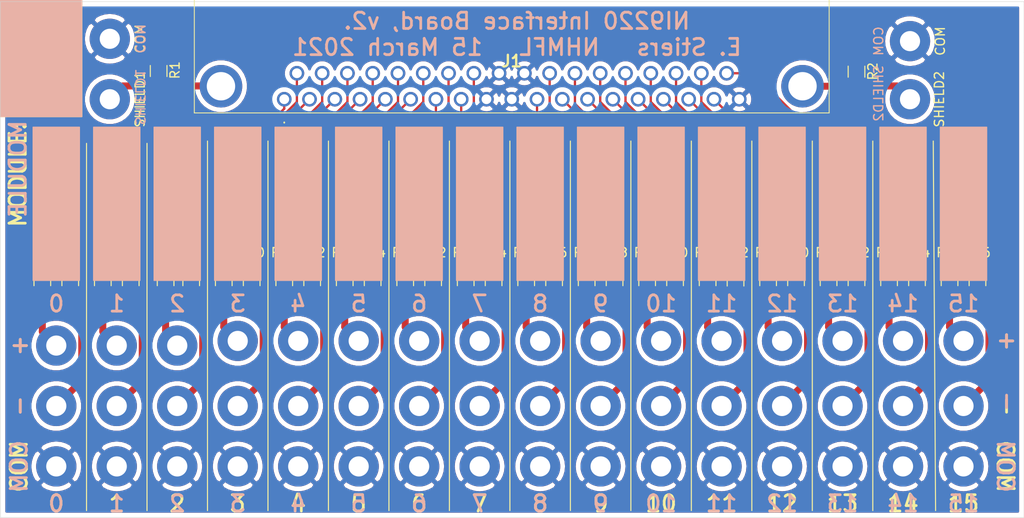
<source format=kicad_pcb>
(kicad_pcb (version 20171130) (host pcbnew "(5.1.6)-1")

  (general
    (thickness 1.6)
    (drawings 125)
    (tracks 281)
    (zones 0)
    (modules 119)
    (nets 68)
  )

  (page A4)
  (layers
    (0 F.Cu signal hide)
    (31 B.Cu signal hide)
    (32 B.Adhes user hide)
    (33 F.Adhes user)
    (34 B.Paste user hide)
    (35 F.Paste user)
    (36 B.SilkS user hide)
    (37 F.SilkS user)
    (38 B.Mask user)
    (39 F.Mask user hide)
    (40 Dwgs.User user)
    (41 Cmts.User user)
    (42 Eco1.User user)
    (43 Eco2.User user)
    (44 Edge.Cuts user)
    (45 Margin user)
    (46 B.CrtYd user)
    (47 F.CrtYd user hide)
    (48 B.Fab user hide)
    (49 F.Fab user hide)
  )

  (setup
    (last_trace_width 0.25)
    (user_trace_width 0.762)
    (trace_clearance 0.2)
    (zone_clearance 0.508)
    (zone_45_only no)
    (trace_min 0.2)
    (via_size 0.8)
    (via_drill 0.4)
    (via_min_size 0.4)
    (via_min_drill 0.3)
    (uvia_size 0.3)
    (uvia_drill 0.1)
    (uvias_allowed no)
    (uvia_min_size 0.2)
    (uvia_min_drill 0.1)
    (edge_width 0.05)
    (segment_width 0.2)
    (pcb_text_width 0.3)
    (pcb_text_size 1.5 1.5)
    (mod_edge_width 0.12)
    (mod_text_size 1 1)
    (mod_text_width 0.15)
    (pad_size 1.524 1.524)
    (pad_drill 0.762)
    (pad_to_mask_clearance 0.05)
    (aux_axis_origin 88.9 121.92)
    (grid_origin 88.9 121.92)
    (visible_elements 7FFFFF7F)
    (pcbplotparams
      (layerselection 0x010fc_ffffffff)
      (usegerberextensions false)
      (usegerberattributes true)
      (usegerberadvancedattributes true)
      (creategerberjobfile true)
      (excludeedgelayer true)
      (linewidth 0.100000)
      (plotframeref false)
      (viasonmask false)
      (mode 1)
      (useauxorigin false)
      (hpglpennumber 1)
      (hpglpenspeed 20)
      (hpglpendiameter 15.000000)
      (psnegative false)
      (psa4output false)
      (plotreference true)
      (plotvalue true)
      (plotinvisibletext false)
      (padsonsilk false)
      (subtractmaskfromsilk false)
      (outputformat 1)
      (mirror false)
      (drillshape 1)
      (scaleselection 1)
      (outputdirectory ""))
  )

  (net 0 "")
  (net 1 "Net-(J1-PadMH2)")
  (net 2 "Net-(J1-PadMH1)")
  (net 3 COM)
  (net 4 AI15-)
  (net 5 AI14-)
  (net 6 AI13-)
  (net 7 AI12-)
  (net 8 AI11-)
  (net 9 AI10-)
  (net 10 AI9-)
  (net 11 AI8-)
  (net 12 AI7-)
  (net 13 AI6-)
  (net 14 AI5-)
  (net 15 AI4-)
  (net 16 AI3-)
  (net 17 AI2-)
  (net 18 AI1-)
  (net 19 AI0-)
  (net 20 AI15+)
  (net 21 AI14+)
  (net 22 AI13+)
  (net 23 AI12+)
  (net 24 AI11+)
  (net 25 AI10+)
  (net 26 AI9+)
  (net 27 AI8+)
  (net 28 AI7+)
  (net 29 AI6+)
  (net 30 AI5+)
  (net 31 AI4+)
  (net 32 AI3+)
  (net 33 AI2+)
  (net 34 AI1+)
  (net 35 AI0+)
  (net 36 "Net-(H1-Pad1)")
  (net 37 "Net-(H2-Pad1)")
  (net 38 "Net-(H4-Pad1)")
  (net 39 "Net-(H5-Pad1)")
  (net 40 "Net-(H7-Pad1)")
  (net 41 "Net-(H8-Pad1)")
  (net 42 "Net-(H10-Pad1)")
  (net 43 "Net-(H11-Pad1)")
  (net 44 "Net-(H13-Pad1)")
  (net 45 "Net-(H14-Pad1)")
  (net 46 "Net-(H16-Pad1)")
  (net 47 "Net-(H17-Pad1)")
  (net 48 "Net-(H19-Pad1)")
  (net 49 "Net-(H20-Pad1)")
  (net 50 "Net-(H22-Pad1)")
  (net 51 "Net-(H23-Pad1)")
  (net 52 "Net-(H25-Pad1)")
  (net 53 "Net-(H26-Pad1)")
  (net 54 "Net-(H28-Pad1)")
  (net 55 "Net-(H29-Pad1)")
  (net 56 "Net-(H31-Pad1)")
  (net 57 "Net-(H32-Pad1)")
  (net 58 "Net-(H34-Pad1)")
  (net 59 "Net-(H35-Pad1)")
  (net 60 "Net-(H37-Pad1)")
  (net 61 "Net-(H38-Pad1)")
  (net 62 "Net-(H40-Pad1)")
  (net 63 "Net-(H41-Pad1)")
  (net 64 "Net-(H43-Pad1)")
  (net 65 "Net-(H44-Pad1)")
  (net 66 "Net-(H46-Pad1)")
  (net 67 "Net-(H47-Pad1)")

  (net_class Default "This is the default net class."
    (clearance 0.2)
    (trace_width 0.25)
    (via_dia 0.8)
    (via_drill 0.4)
    (uvia_dia 0.3)
    (uvia_drill 0.1)
    (add_net AI0+)
    (add_net AI0-)
    (add_net AI1+)
    (add_net AI1-)
    (add_net AI10+)
    (add_net AI10-)
    (add_net AI11+)
    (add_net AI11-)
    (add_net AI12+)
    (add_net AI12-)
    (add_net AI13+)
    (add_net AI13-)
    (add_net AI14+)
    (add_net AI14-)
    (add_net AI15+)
    (add_net AI15-)
    (add_net AI2+)
    (add_net AI2-)
    (add_net AI3+)
    (add_net AI3-)
    (add_net AI4+)
    (add_net AI4-)
    (add_net AI5+)
    (add_net AI5-)
    (add_net AI6+)
    (add_net AI6-)
    (add_net AI7+)
    (add_net AI7-)
    (add_net AI8+)
    (add_net AI8-)
    (add_net AI9+)
    (add_net AI9-)
    (add_net COM)
    (add_net "Net-(H1-Pad1)")
    (add_net "Net-(H10-Pad1)")
    (add_net "Net-(H11-Pad1)")
    (add_net "Net-(H13-Pad1)")
    (add_net "Net-(H14-Pad1)")
    (add_net "Net-(H16-Pad1)")
    (add_net "Net-(H17-Pad1)")
    (add_net "Net-(H19-Pad1)")
    (add_net "Net-(H2-Pad1)")
    (add_net "Net-(H20-Pad1)")
    (add_net "Net-(H22-Pad1)")
    (add_net "Net-(H23-Pad1)")
    (add_net "Net-(H25-Pad1)")
    (add_net "Net-(H26-Pad1)")
    (add_net "Net-(H28-Pad1)")
    (add_net "Net-(H29-Pad1)")
    (add_net "Net-(H31-Pad1)")
    (add_net "Net-(H32-Pad1)")
    (add_net "Net-(H34-Pad1)")
    (add_net "Net-(H35-Pad1)")
    (add_net "Net-(H37-Pad1)")
    (add_net "Net-(H38-Pad1)")
    (add_net "Net-(H4-Pad1)")
    (add_net "Net-(H40-Pad1)")
    (add_net "Net-(H41-Pad1)")
    (add_net "Net-(H43-Pad1)")
    (add_net "Net-(H44-Pad1)")
    (add_net "Net-(H46-Pad1)")
    (add_net "Net-(H47-Pad1)")
    (add_net "Net-(H5-Pad1)")
    (add_net "Net-(H7-Pad1)")
    (add_net "Net-(H8-Pad1)")
    (add_net "Net-(J1-PadMH1)")
    (add_net "Net-(J1-PadMH2)")
  )

  (module SamacSys_Parts:FCE17C37SA410 (layer F.Cu) (tedit 0) (tstamp 60257F7B)
    (at 119.888 76.2 180)
    (descr FCE17-C37SA-410-2)
    (tags Connector)
    (path /602307FF)
    (fp_text reference J1 (at -24.84 4.16) (layer F.SilkS)
      (effects (font (size 1.27 1.27) (thickness 0.254)))
    )
    (fp_text value FCE17-C37SA-410 (at -24.84 4.16) (layer F.SilkS) hide
      (effects (font (size 1.27 1.27) (thickness 0.254)))
    )
    (fp_arc (start 0 -2.55) (end 0 -2.6) (angle -180) (layer F.SilkS) (width 0.1))
    (fp_arc (start 0 -2.55) (end 0 -2.5) (angle -180) (layer F.SilkS) (width 0.1))
    (fp_text user %R (at -24.84 4.16) (layer F.Fab)
      (effects (font (size 1.27 1.27) (thickness 0.254)))
    )
    (fp_line (start -59.5 -1.5) (end 9.82 -1.5) (layer F.Fab) (width 0.2))
    (fp_line (start 9.82 -1.5) (end 9.82 10.92) (layer F.Fab) (width 0.2))
    (fp_line (start 9.82 10.92) (end -59.5 10.92) (layer F.Fab) (width 0.2))
    (fp_line (start -59.5 10.92) (end -59.5 -1.5) (layer F.Fab) (width 0.2))
    (fp_line (start -59.5 -1.5) (end 9.82 -1.5) (layer F.SilkS) (width 0.1))
    (fp_line (start 9.82 -1.5) (end 9.82 10.92) (layer F.SilkS) (width 0.1))
    (fp_line (start 9.82 10.92) (end -59.5 10.92) (layer F.SilkS) (width 0.1))
    (fp_line (start -59.5 10.92) (end -59.5 -1.5) (layer F.SilkS) (width 0.1))
    (fp_line (start -60.5 -3.6) (end 10.82 -3.6) (layer F.CrtYd) (width 0.1))
    (fp_line (start 10.82 -3.6) (end 10.82 11.92) (layer F.CrtYd) (width 0.1))
    (fp_line (start 10.82 11.92) (end -60.5 11.92) (layer F.CrtYd) (width 0.1))
    (fp_line (start -60.5 11.92) (end -60.5 -3.6) (layer F.CrtYd) (width 0.1))
    (fp_line (start 0 -2.5) (end 0 -2.5) (layer F.SilkS) (width 0.1))
    (fp_line (start 0 -2.6) (end 0 -2.6) (layer F.SilkS) (width 0.1))
    (pad MH2 thru_hole circle (at 6.91 1.42 180) (size 4.65 4.65) (drill 3.1) (layers *.Cu *.Mask)
      (net 1 "Net-(J1-PadMH2)"))
    (pad MH1 thru_hole circle (at -56.59 1.42 180) (size 4.65 4.65) (drill 3.1) (layers *.Cu *.Mask)
      (net 2 "Net-(J1-PadMH1)"))
    (pad 37 thru_hole circle (at -48.3 2.84 180) (size 1.605 1.605) (drill 1.07) (layers *.Cu *.Mask)
      (net 4 AI15-))
    (pad 36 thru_hole circle (at -45.54 2.84 180) (size 1.605 1.605) (drill 1.07) (layers *.Cu *.Mask)
      (net 5 AI14-))
    (pad 35 thru_hole circle (at -42.78 2.84 180) (size 1.605 1.605) (drill 1.07) (layers *.Cu *.Mask)
      (net 6 AI13-))
    (pad 34 thru_hole circle (at -40.02 2.84 180) (size 1.605 1.605) (drill 1.07) (layers *.Cu *.Mask)
      (net 7 AI12-))
    (pad 33 thru_hole circle (at -37.26 2.84 180) (size 1.605 1.605) (drill 1.07) (layers *.Cu *.Mask)
      (net 8 AI11-))
    (pad 32 thru_hole circle (at -34.5 2.84 180) (size 1.605 1.605) (drill 1.07) (layers *.Cu *.Mask)
      (net 9 AI10-))
    (pad 31 thru_hole circle (at -31.74 2.84 180) (size 1.605 1.605) (drill 1.07) (layers *.Cu *.Mask)
      (net 10 AI9-))
    (pad 30 thru_hole circle (at -28.98 2.84 180) (size 1.605 1.605) (drill 1.07) (layers *.Cu *.Mask)
      (net 11 AI8-))
    (pad 29 thru_hole circle (at -26.22 2.84 180) (size 1.605 1.605) (drill 1.07) (layers *.Cu *.Mask)
      (net 3 COM))
    (pad 28 thru_hole circle (at -23.46 2.84 180) (size 1.605 1.605) (drill 1.07) (layers *.Cu *.Mask)
      (net 3 COM))
    (pad 27 thru_hole circle (at -20.7 2.84 180) (size 1.605 1.605) (drill 1.07) (layers *.Cu *.Mask)
      (net 12 AI7-))
    (pad 26 thru_hole circle (at -17.94 2.84 180) (size 1.605 1.605) (drill 1.07) (layers *.Cu *.Mask)
      (net 13 AI6-))
    (pad 25 thru_hole circle (at -15.18 2.84 180) (size 1.605 1.605) (drill 1.07) (layers *.Cu *.Mask)
      (net 14 AI5-))
    (pad 24 thru_hole circle (at -12.42 2.84 180) (size 1.605 1.605) (drill 1.07) (layers *.Cu *.Mask)
      (net 15 AI4-))
    (pad 23 thru_hole circle (at -9.66 2.84 180) (size 1.605 1.605) (drill 1.07) (layers *.Cu *.Mask)
      (net 16 AI3-))
    (pad 22 thru_hole circle (at -6.9 2.84 180) (size 1.605 1.605) (drill 1.07) (layers *.Cu *.Mask)
      (net 17 AI2-))
    (pad 21 thru_hole circle (at -4.14 2.84 180) (size 1.605 1.605) (drill 1.07) (layers *.Cu *.Mask)
      (net 18 AI1-))
    (pad 20 thru_hole circle (at -1.38 2.84 180) (size 1.605 1.605) (drill 1.07) (layers *.Cu *.Mask)
      (net 19 AI0-))
    (pad 19 thru_hole circle (at -49.68 0 180) (size 1.605 1.605) (drill 1.07) (layers *.Cu *.Mask)
      (net 3 COM))
    (pad 18 thru_hole circle (at -46.92 0 180) (size 1.605 1.605) (drill 1.07) (layers *.Cu *.Mask)
      (net 20 AI15+))
    (pad 17 thru_hole circle (at -44.16 0 180) (size 1.605 1.605) (drill 1.07) (layers *.Cu *.Mask)
      (net 21 AI14+))
    (pad 16 thru_hole circle (at -41.4 0 180) (size 1.605 1.605) (drill 1.07) (layers *.Cu *.Mask)
      (net 22 AI13+))
    (pad 15 thru_hole circle (at -38.64 0 180) (size 1.605 1.605) (drill 1.07) (layers *.Cu *.Mask)
      (net 23 AI12+))
    (pad 14 thru_hole circle (at -35.88 0 180) (size 1.605 1.605) (drill 1.07) (layers *.Cu *.Mask)
      (net 24 AI11+))
    (pad 13 thru_hole circle (at -33.12 0 180) (size 1.605 1.605) (drill 1.07) (layers *.Cu *.Mask)
      (net 25 AI10+))
    (pad 12 thru_hole circle (at -30.36 0 180) (size 1.605 1.605) (drill 1.07) (layers *.Cu *.Mask)
      (net 26 AI9+))
    (pad 11 thru_hole circle (at -27.6 0 180) (size 1.605 1.605) (drill 1.07) (layers *.Cu *.Mask)
      (net 27 AI8+))
    (pad 10 thru_hole circle (at -24.84 0 180) (size 1.605 1.605) (drill 1.07) (layers *.Cu *.Mask)
      (net 3 COM))
    (pad 9 thru_hole circle (at -22.08 0 180) (size 1.605 1.605) (drill 1.07) (layers *.Cu *.Mask)
      (net 3 COM))
    (pad 8 thru_hole circle (at -19.32 0 180) (size 1.605 1.605) (drill 1.07) (layers *.Cu *.Mask)
      (net 28 AI7+))
    (pad 7 thru_hole circle (at -16.56 0 180) (size 1.605 1.605) (drill 1.07) (layers *.Cu *.Mask)
      (net 29 AI6+))
    (pad 6 thru_hole circle (at -13.8 0 180) (size 1.605 1.605) (drill 1.07) (layers *.Cu *.Mask)
      (net 30 AI5+))
    (pad 5 thru_hole circle (at -11.04 0 180) (size 1.605 1.605) (drill 1.07) (layers *.Cu *.Mask)
      (net 31 AI4+))
    (pad 4 thru_hole circle (at -8.28 0 180) (size 1.605 1.605) (drill 1.07) (layers *.Cu *.Mask)
      (net 32 AI3+))
    (pad 3 thru_hole circle (at -5.52 0 180) (size 1.605 1.605) (drill 1.07) (layers *.Cu *.Mask)
      (net 33 AI2+))
    (pad 2 thru_hole circle (at -2.76 0 180) (size 1.605 1.605) (drill 1.07) (layers *.Cu *.Mask)
      (net 34 AI1+))
    (pad 1 thru_hole circle (at 0 0 180) (size 1.605 1.605) (drill 1.07) (layers *.Cu *.Mask)
      (net 35 AI0+))
    (model "C:\\Users\\stiers\\Google Drive\\Work Projects\\_KiCad Libraries\\Library Loader\\SamacSys_Parts.3dshapes\\FCE17-C37SA-410.stp"
      (at (xyz 0 0 0))
      (scale (xyz 1 1 1))
      (rotate (xyz 0 0 0))
    )
  )

  (module MountingHole:MountingHole_2.2mm_M2_Pad (layer F.Cu) (tedit 56D1B4CB) (tstamp 60253B6A)
    (at 188.214 69.85 270)
    (descr "Mounting Hole 2.2mm, M2")
    (tags "mounting hole 2.2mm m2")
    (path /607252C1)
    (attr virtual)
    (fp_text reference H50 (at 0 -3.2 90) (layer F.SilkS) hide
      (effects (font (size 1 1) (thickness 0.15)))
    )
    (fp_text value COM (at 0 3.2 90) (layer F.Fab)
      (effects (font (size 1 1) (thickness 0.15)))
    )
    (fp_circle (center 0 0) (end 2.2 0) (layer Cmts.User) (width 0.15))
    (fp_circle (center 0 0) (end 2.45 0) (layer F.CrtYd) (width 0.05))
    (fp_text user %R (at 0.3 0 90) (layer F.Fab)
      (effects (font (size 1 1) (thickness 0.15)))
    )
    (pad 1 thru_hole circle (at 0 0 270) (size 4.4 4.4) (drill 2.2) (layers *.Cu *.Mask)
      (net 3 COM))
  )

  (module MountingHole:MountingHole_2.2mm_M2_Pad (layer F.Cu) (tedit 56D1B4CB) (tstamp 60253B62)
    (at 100.838 69.596 90)
    (descr "Mounting Hole 2.2mm, M2")
    (tags "mounting hole 2.2mm m2")
    (path /60724B6E)
    (attr virtual)
    (fp_text reference H49 (at 0 -3.2 90) (layer F.SilkS) hide
      (effects (font (size 1 1) (thickness 0.15)))
    )
    (fp_text value COM (at 0 3.2 90) (layer F.Fab)
      (effects (font (size 1 1) (thickness 0.15)))
    )
    (fp_circle (center 0 0) (end 2.2 0) (layer Cmts.User) (width 0.15))
    (fp_circle (center 0 0) (end 2.45 0) (layer F.CrtYd) (width 0.05))
    (fp_text user %R (at 0.3 0 90) (layer F.Fab)
      (effects (font (size 1 1) (thickness 0.15)))
    )
    (pad 1 thru_hole circle (at 0 0 90) (size 4.4 4.4) (drill 2.2) (layers *.Cu *.Mask)
      (net 3 COM))
  )

  (module MountingHole:MountingHole_2.2mm_M2_Pad (layer F.Cu) (tedit 56D1B4CB) (tstamp 602486D5)
    (at 194.056 116.332)
    (descr "Mounting Hole 2.2mm, M2")
    (tags "mounting hole 2.2mm m2")
    (path /6029D938)
    (attr virtual)
    (fp_text reference H48 (at 0 -3.2) (layer F.SilkS) hide
      (effects (font (size 1 1) (thickness 0.15)))
    )
    (fp_text value COM (at 0 3.2) (layer F.Fab)
      (effects (font (size 1 1) (thickness 0.15)))
    )
    (fp_circle (center 0 0) (end 2.2 0) (layer Cmts.User) (width 0.15))
    (fp_circle (center 0 0) (end 2.45 0) (layer F.CrtYd) (width 0.05))
    (fp_text user %R (at 0.3 0) (layer F.Fab)
      (effects (font (size 1 1) (thickness 0.15)))
    )
    (pad 1 thru_hole circle (at 0 0) (size 4.4 4.4) (drill 2.2) (layers *.Cu *.Mask)
      (net 3 COM))
  )

  (module MountingHole:MountingHole_2.2mm_M2_Pad (layer F.Cu) (tedit 56D1B4CB) (tstamp 602486CD)
    (at 194.056 109.728)
    (descr "Mounting Hole 2.2mm, M2")
    (tags "mounting hole 2.2mm m2")
    (path /6029D922)
    (attr virtual)
    (fp_text reference H47 (at 0 -3.2) (layer F.SilkS) hide
      (effects (font (size 1 1) (thickness 0.15)))
    )
    (fp_text value AI15- (at 0 3.2) (layer F.Fab)
      (effects (font (size 1 1) (thickness 0.15)))
    )
    (fp_circle (center 0 0) (end 2.2 0) (layer Cmts.User) (width 0.15))
    (fp_circle (center 0 0) (end 2.45 0) (layer F.CrtYd) (width 0.05))
    (fp_text user %R (at 0.3 0) (layer F.Fab)
      (effects (font (size 1 1) (thickness 0.15)))
    )
    (pad 1 thru_hole circle (at 0 0) (size 4.4 4.4) (drill 2.2) (layers *.Cu *.Mask)
      (net 67 "Net-(H47-Pad1)"))
  )

  (module MountingHole:MountingHole_2.2mm_M2_Pad (layer F.Cu) (tedit 56D1B4CB) (tstamp 60246684)
    (at 194.056 102.616)
    (descr "Mounting Hole 2.2mm, M2")
    (tags "mounting hole 2.2mm m2")
    (path /6029D91C)
    (attr virtual)
    (fp_text reference H46 (at 0 -3.2) (layer F.SilkS) hide
      (effects (font (size 1 1) (thickness 0.15)))
    )
    (fp_text value AI15+ (at 0 3.2) (layer F.Fab)
      (effects (font (size 1 1) (thickness 0.15)))
    )
    (fp_circle (center 0 0) (end 2.2 0) (layer Cmts.User) (width 0.15))
    (fp_circle (center 0 0) (end 2.45 0) (layer F.CrtYd) (width 0.05))
    (fp_text user %R (at 0.3 0) (layer F.Fab)
      (effects (font (size 1 1) (thickness 0.15)))
    )
    (pad 1 thru_hole circle (at 0 0) (size 4.4 4.4) (drill 2.2) (layers *.Cu *.Mask)
      (net 66 "Net-(H46-Pad1)"))
  )

  (module MountingHole:MountingHole_2.2mm_M2_Pad (layer F.Cu) (tedit 56D1B4CB) (tstamp 6024B1F6)
    (at 100.838 76.2 90)
    (descr "Mounting Hole 2.2mm, M2")
    (tags "mounting hole 2.2mm m2")
    (path /60311799)
    (attr virtual)
    (fp_text reference SHIELD1 (at 0 3.302 90) (layer F.SilkS)
      (effects (font (size 1 1) (thickness 0.15)))
    )
    (fp_text value SHIELD1 (at 0 3.2 90) (layer F.Fab)
      (effects (font (size 1 1) (thickness 0.15)))
    )
    (fp_circle (center 0 0) (end 2.2 0) (layer Cmts.User) (width 0.15))
    (fp_circle (center 0 0) (end 2.45 0) (layer F.CrtYd) (width 0.05))
    (fp_text user %R (at 0.3 0 90) (layer F.Fab)
      (effects (font (size 1 1) (thickness 0.15)))
    )
    (pad 1 thru_hole circle (at 0 0 90) (size 4.4 4.4) (drill 2.2) (layers *.Cu *.Mask)
      (net 1 "Net-(J1-PadMH2)"))
  )

  (module MountingHole:MountingHole_2.2mm_M2_Pad (layer F.Cu) (tedit 56D1B4CB) (tstamp 6023DECB)
    (at 188.214 76.2 270)
    (descr "Mounting Hole 2.2mm, M2")
    (tags "mounting hole 2.2mm m2")
    (path /60311065)
    (attr virtual)
    (fp_text reference SHIELD2 (at 0 -3.2 90) (layer F.SilkS)
      (effects (font (size 1 1) (thickness 0.15)))
    )
    (fp_text value AI2- (at 0 3.2 90) (layer F.Fab)
      (effects (font (size 1 1) (thickness 0.15)))
    )
    (fp_circle (center 0 0) (end 2.2 0) (layer Cmts.User) (width 0.15))
    (fp_circle (center 0 0) (end 2.45 0) (layer F.CrtYd) (width 0.05))
    (fp_text user %R (at 0.3 0 90) (layer F.Fab)
      (effects (font (size 1 1) (thickness 0.15)))
    )
    (pad 1 thru_hole circle (at 0 0 270) (size 4.4 4.4) (drill 2.2) (layers *.Cu *.Mask)
      (net 2 "Net-(J1-PadMH1)"))
  )

  (module Resistor_SMD:R_1206_3216Metric_Pad1.42x1.75mm_HandSolder (layer F.Cu) (tedit 5B301BBD) (tstamp 602374B5)
    (at 194.0925 90.424)
    (descr "Resistor SMD 1206 (3216 Metric), square (rectangular) end terminal, IPC_7351 nominal with elongated pad for handsoldering. (Body size source: http://www.tortai-tech.com/upload/download/2011102023233369053.pdf), generated with kicad-footprint-generator")
    (tags "resistor handsolder")
    (path /6029D910)
    (attr smd)
    (fp_text reference R50 (at 0 -1.82) (layer F.SilkS)
      (effects (font (size 1 1) (thickness 0.15)))
    )
    (fp_text value 10k (at 0 1.82) (layer F.Fab)
      (effects (font (size 1 1) (thickness 0.15)))
    )
    (fp_line (start -1.6 0.8) (end -1.6 -0.8) (layer F.Fab) (width 0.1))
    (fp_line (start -1.6 -0.8) (end 1.6 -0.8) (layer F.Fab) (width 0.1))
    (fp_line (start 1.6 -0.8) (end 1.6 0.8) (layer F.Fab) (width 0.1))
    (fp_line (start 1.6 0.8) (end -1.6 0.8) (layer F.Fab) (width 0.1))
    (fp_line (start -0.602064 -0.91) (end 0.602064 -0.91) (layer F.SilkS) (width 0.12))
    (fp_line (start -0.602064 0.91) (end 0.602064 0.91) (layer F.SilkS) (width 0.12))
    (fp_line (start -2.45 1.12) (end -2.45 -1.12) (layer F.CrtYd) (width 0.05))
    (fp_line (start -2.45 -1.12) (end 2.45 -1.12) (layer F.CrtYd) (width 0.05))
    (fp_line (start 2.45 -1.12) (end 2.45 1.12) (layer F.CrtYd) (width 0.05))
    (fp_line (start 2.45 1.12) (end -2.45 1.12) (layer F.CrtYd) (width 0.05))
    (fp_text user %R (at 0 0) (layer F.Fab)
      (effects (font (size 0.8 0.8) (thickness 0.12)))
    )
    (pad 2 smd roundrect (at 1.4875 0) (size 1.425 1.75) (layers F.Cu F.Paste F.Mask) (roundrect_rratio 0.175439)
      (net 4 AI15-))
    (pad 1 smd roundrect (at -1.4875 0) (size 1.425 1.75) (layers F.Cu F.Paste F.Mask) (roundrect_rratio 0.175439)
      (net 20 AI15+))
    (model ${KISYS3DMOD}/Resistor_SMD.3dshapes/R_1206_3216Metric.wrl
      (at (xyz 0 0 0))
      (scale (xyz 1 1 1))
      (rotate (xyz 0 0 0))
    )
  )

  (module Resistor_SMD:R_1206_3216Metric_Pad1.42x1.75mm_HandSolder (layer F.Cu) (tedit 5B301BBD) (tstamp 602374A4)
    (at 187.4885 90.424)
    (descr "Resistor SMD 1206 (3216 Metric), square (rectangular) end terminal, IPC_7351 nominal with elongated pad for handsoldering. (Body size source: http://www.tortai-tech.com/upload/download/2011102023233369053.pdf), generated with kicad-footprint-generator")
    (tags "resistor handsolder")
    (path /6029D8D5)
    (attr smd)
    (fp_text reference R49 (at 0 -1.82) (layer F.SilkS)
      (effects (font (size 1 1) (thickness 0.15)))
    )
    (fp_text value 10k (at 0 1.82) (layer F.Fab)
      (effects (font (size 1 1) (thickness 0.15)))
    )
    (fp_line (start -1.6 0.8) (end -1.6 -0.8) (layer F.Fab) (width 0.1))
    (fp_line (start -1.6 -0.8) (end 1.6 -0.8) (layer F.Fab) (width 0.1))
    (fp_line (start 1.6 -0.8) (end 1.6 0.8) (layer F.Fab) (width 0.1))
    (fp_line (start 1.6 0.8) (end -1.6 0.8) (layer F.Fab) (width 0.1))
    (fp_line (start -0.602064 -0.91) (end 0.602064 -0.91) (layer F.SilkS) (width 0.12))
    (fp_line (start -0.602064 0.91) (end 0.602064 0.91) (layer F.SilkS) (width 0.12))
    (fp_line (start -2.45 1.12) (end -2.45 -1.12) (layer F.CrtYd) (width 0.05))
    (fp_line (start -2.45 -1.12) (end 2.45 -1.12) (layer F.CrtYd) (width 0.05))
    (fp_line (start 2.45 -1.12) (end 2.45 1.12) (layer F.CrtYd) (width 0.05))
    (fp_line (start 2.45 1.12) (end -2.45 1.12) (layer F.CrtYd) (width 0.05))
    (fp_text user %R (at 0 0) (layer F.Fab)
      (effects (font (size 0.8 0.8) (thickness 0.12)))
    )
    (pad 2 smd roundrect (at 1.4875 0) (size 1.425 1.75) (layers F.Cu F.Paste F.Mask) (roundrect_rratio 0.175439)
      (net 5 AI14-))
    (pad 1 smd roundrect (at -1.4875 0) (size 1.425 1.75) (layers F.Cu F.Paste F.Mask) (roundrect_rratio 0.175439)
      (net 21 AI14+))
    (model ${KISYS3DMOD}/Resistor_SMD.3dshapes/R_1206_3216Metric.wrl
      (at (xyz 0 0 0))
      (scale (xyz 1 1 1))
      (rotate (xyz 0 0 0))
    )
  )

  (module Resistor_SMD:R_1206_3216Metric_Pad1.42x1.75mm_HandSolder (layer F.Cu) (tedit 5B301BBD) (tstamp 60237493)
    (at 180.8845 90.424)
    (descr "Resistor SMD 1206 (3216 Metric), square (rectangular) end terminal, IPC_7351 nominal with elongated pad for handsoldering. (Body size source: http://www.tortai-tech.com/upload/download/2011102023233369053.pdf), generated with kicad-footprint-generator")
    (tags "resistor handsolder")
    (path /6029D89A)
    (attr smd)
    (fp_text reference R48 (at 0 -1.82) (layer F.SilkS)
      (effects (font (size 1 1) (thickness 0.15)))
    )
    (fp_text value 10k (at 0 1.82) (layer F.Fab)
      (effects (font (size 1 1) (thickness 0.15)))
    )
    (fp_line (start -1.6 0.8) (end -1.6 -0.8) (layer F.Fab) (width 0.1))
    (fp_line (start -1.6 -0.8) (end 1.6 -0.8) (layer F.Fab) (width 0.1))
    (fp_line (start 1.6 -0.8) (end 1.6 0.8) (layer F.Fab) (width 0.1))
    (fp_line (start 1.6 0.8) (end -1.6 0.8) (layer F.Fab) (width 0.1))
    (fp_line (start -0.602064 -0.91) (end 0.602064 -0.91) (layer F.SilkS) (width 0.12))
    (fp_line (start -0.602064 0.91) (end 0.602064 0.91) (layer F.SilkS) (width 0.12))
    (fp_line (start -2.45 1.12) (end -2.45 -1.12) (layer F.CrtYd) (width 0.05))
    (fp_line (start -2.45 -1.12) (end 2.45 -1.12) (layer F.CrtYd) (width 0.05))
    (fp_line (start 2.45 -1.12) (end 2.45 1.12) (layer F.CrtYd) (width 0.05))
    (fp_line (start 2.45 1.12) (end -2.45 1.12) (layer F.CrtYd) (width 0.05))
    (fp_text user %R (at 0 0) (layer F.Fab)
      (effects (font (size 0.8 0.8) (thickness 0.12)))
    )
    (pad 2 smd roundrect (at 1.4875 0) (size 1.425 1.75) (layers F.Cu F.Paste F.Mask) (roundrect_rratio 0.175439)
      (net 6 AI13-))
    (pad 1 smd roundrect (at -1.4875 0) (size 1.425 1.75) (layers F.Cu F.Paste F.Mask) (roundrect_rratio 0.175439)
      (net 22 AI13+))
    (model ${KISYS3DMOD}/Resistor_SMD.3dshapes/R_1206_3216Metric.wrl
      (at (xyz 0 0 0))
      (scale (xyz 1 1 1))
      (rotate (xyz 0 0 0))
    )
  )

  (module Resistor_SMD:R_1206_3216Metric_Pad1.42x1.75mm_HandSolder (layer F.Cu) (tedit 5B301BBD) (tstamp 60240D3E)
    (at 174.2075 90.424)
    (descr "Resistor SMD 1206 (3216 Metric), square (rectangular) end terminal, IPC_7351 nominal with elongated pad for handsoldering. (Body size source: http://www.tortai-tech.com/upload/download/2011102023233369053.pdf), generated with kicad-footprint-generator")
    (tags "resistor handsolder")
    (path /6029D85F)
    (attr smd)
    (fp_text reference R47 (at 0 -1.82) (layer F.SilkS)
      (effects (font (size 1 1) (thickness 0.15)))
    )
    (fp_text value 10k (at 0 1.82) (layer F.Fab)
      (effects (font (size 1 1) (thickness 0.15)))
    )
    (fp_line (start -1.6 0.8) (end -1.6 -0.8) (layer F.Fab) (width 0.1))
    (fp_line (start -1.6 -0.8) (end 1.6 -0.8) (layer F.Fab) (width 0.1))
    (fp_line (start 1.6 -0.8) (end 1.6 0.8) (layer F.Fab) (width 0.1))
    (fp_line (start 1.6 0.8) (end -1.6 0.8) (layer F.Fab) (width 0.1))
    (fp_line (start -0.602064 -0.91) (end 0.602064 -0.91) (layer F.SilkS) (width 0.12))
    (fp_line (start -0.602064 0.91) (end 0.602064 0.91) (layer F.SilkS) (width 0.12))
    (fp_line (start -2.45 1.12) (end -2.45 -1.12) (layer F.CrtYd) (width 0.05))
    (fp_line (start -2.45 -1.12) (end 2.45 -1.12) (layer F.CrtYd) (width 0.05))
    (fp_line (start 2.45 -1.12) (end 2.45 1.12) (layer F.CrtYd) (width 0.05))
    (fp_line (start 2.45 1.12) (end -2.45 1.12) (layer F.CrtYd) (width 0.05))
    (fp_text user %R (at 0 0) (layer F.Fab)
      (effects (font (size 0.8 0.8) (thickness 0.12)))
    )
    (pad 2 smd roundrect (at 1.4875 0) (size 1.425 1.75) (layers F.Cu F.Paste F.Mask) (roundrect_rratio 0.175439)
      (net 7 AI12-))
    (pad 1 smd roundrect (at -1.4875 0) (size 1.425 1.75) (layers F.Cu F.Paste F.Mask) (roundrect_rratio 0.175439)
      (net 23 AI12+))
    (model ${KISYS3DMOD}/Resistor_SMD.3dshapes/R_1206_3216Metric.wrl
      (at (xyz 0 0 0))
      (scale (xyz 1 1 1))
      (rotate (xyz 0 0 0))
    )
  )

  (module Resistor_SMD:R_1206_3216Metric_Pad1.42x1.75mm_HandSolder (layer F.Cu) (tedit 5B301BBD) (tstamp 60237471)
    (at 195.58 95.9755 90)
    (descr "Resistor SMD 1206 (3216 Metric), square (rectangular) end terminal, IPC_7351 nominal with elongated pad for handsoldering. (Body size source: http://www.tortai-tech.com/upload/download/2011102023233369053.pdf), generated with kicad-footprint-generator")
    (tags "resistor handsolder")
    (path /6029D90A)
    (attr smd)
    (fp_text reference R46 (at 3.0115 0) (layer F.SilkS)
      (effects (font (size 1 1) (thickness 0.15)))
    )
    (fp_text value 0 (at 0 1.82 90) (layer F.Fab)
      (effects (font (size 1 1) (thickness 0.15)))
    )
    (fp_line (start -1.6 0.8) (end -1.6 -0.8) (layer F.Fab) (width 0.1))
    (fp_line (start -1.6 -0.8) (end 1.6 -0.8) (layer F.Fab) (width 0.1))
    (fp_line (start 1.6 -0.8) (end 1.6 0.8) (layer F.Fab) (width 0.1))
    (fp_line (start 1.6 0.8) (end -1.6 0.8) (layer F.Fab) (width 0.1))
    (fp_line (start -0.602064 -0.91) (end 0.602064 -0.91) (layer F.SilkS) (width 0.12))
    (fp_line (start -0.602064 0.91) (end 0.602064 0.91) (layer F.SilkS) (width 0.12))
    (fp_line (start -2.45 1.12) (end -2.45 -1.12) (layer F.CrtYd) (width 0.05))
    (fp_line (start -2.45 -1.12) (end 2.45 -1.12) (layer F.CrtYd) (width 0.05))
    (fp_line (start 2.45 -1.12) (end 2.45 1.12) (layer F.CrtYd) (width 0.05))
    (fp_line (start 2.45 1.12) (end -2.45 1.12) (layer F.CrtYd) (width 0.05))
    (fp_text user %R (at 0 0 90) (layer F.Fab)
      (effects (font (size 0.8 0.8) (thickness 0.12)))
    )
    (pad 2 smd roundrect (at 1.4875 0 90) (size 1.425 1.75) (layers F.Cu F.Paste F.Mask) (roundrect_rratio 0.175439)
      (net 4 AI15-))
    (pad 1 smd roundrect (at -1.4875 0 90) (size 1.425 1.75) (layers F.Cu F.Paste F.Mask) (roundrect_rratio 0.175439)
      (net 67 "Net-(H47-Pad1)"))
    (model ${KISYS3DMOD}/Resistor_SMD.3dshapes/R_1206_3216Metric.wrl
      (at (xyz 0 0 0))
      (scale (xyz 1 1 1))
      (rotate (xyz 0 0 0))
    )
  )

  (module Resistor_SMD:R_1206_3216Metric_Pad1.42x1.75mm_HandSolder (layer F.Cu) (tedit 5B301BBD) (tstamp 60237460)
    (at 192.532 95.9755 270)
    (descr "Resistor SMD 1206 (3216 Metric), square (rectangular) end terminal, IPC_7351 nominal with elongated pad for handsoldering. (Body size source: http://www.tortai-tech.com/upload/download/2011102023233369053.pdf), generated with kicad-footprint-generator")
    (tags "resistor handsolder")
    (path /6029D904)
    (attr smd)
    (fp_text reference R45 (at -3.0115 0) (layer F.SilkS)
      (effects (font (size 1 1) (thickness 0.15)))
    )
    (fp_text value 0 (at 0 1.82 90) (layer F.Fab)
      (effects (font (size 1 1) (thickness 0.15)))
    )
    (fp_line (start -1.6 0.8) (end -1.6 -0.8) (layer F.Fab) (width 0.1))
    (fp_line (start -1.6 -0.8) (end 1.6 -0.8) (layer F.Fab) (width 0.1))
    (fp_line (start 1.6 -0.8) (end 1.6 0.8) (layer F.Fab) (width 0.1))
    (fp_line (start 1.6 0.8) (end -1.6 0.8) (layer F.Fab) (width 0.1))
    (fp_line (start -0.602064 -0.91) (end 0.602064 -0.91) (layer F.SilkS) (width 0.12))
    (fp_line (start -0.602064 0.91) (end 0.602064 0.91) (layer F.SilkS) (width 0.12))
    (fp_line (start -2.45 1.12) (end -2.45 -1.12) (layer F.CrtYd) (width 0.05))
    (fp_line (start -2.45 -1.12) (end 2.45 -1.12) (layer F.CrtYd) (width 0.05))
    (fp_line (start 2.45 -1.12) (end 2.45 1.12) (layer F.CrtYd) (width 0.05))
    (fp_line (start 2.45 1.12) (end -2.45 1.12) (layer F.CrtYd) (width 0.05))
    (fp_text user %R (at 0 0 90) (layer F.Fab)
      (effects (font (size 0.8 0.8) (thickness 0.12)))
    )
    (pad 2 smd roundrect (at 1.4875 0 270) (size 1.425 1.75) (layers F.Cu F.Paste F.Mask) (roundrect_rratio 0.175439)
      (net 66 "Net-(H46-Pad1)"))
    (pad 1 smd roundrect (at -1.4875 0 270) (size 1.425 1.75) (layers F.Cu F.Paste F.Mask) (roundrect_rratio 0.175439)
      (net 20 AI15+))
    (model ${KISYS3DMOD}/Resistor_SMD.3dshapes/R_1206_3216Metric.wrl
      (at (xyz 0 0 0))
      (scale (xyz 1 1 1))
      (rotate (xyz 0 0 0))
    )
  )

  (module Resistor_SMD:R_1206_3216Metric_Pad1.42x1.75mm_HandSolder (layer F.Cu) (tedit 5B301BBD) (tstamp 6023744F)
    (at 188.976 95.9755 90)
    (descr "Resistor SMD 1206 (3216 Metric), square (rectangular) end terminal, IPC_7351 nominal with elongated pad for handsoldering. (Body size source: http://www.tortai-tech.com/upload/download/2011102023233369053.pdf), generated with kicad-footprint-generator")
    (tags "resistor handsolder")
    (path /6029D8CF)
    (attr smd)
    (fp_text reference R44 (at 3.0115 0) (layer F.SilkS)
      (effects (font (size 1 1) (thickness 0.15)))
    )
    (fp_text value 0 (at 0 1.82 90) (layer F.Fab)
      (effects (font (size 1 1) (thickness 0.15)))
    )
    (fp_line (start -1.6 0.8) (end -1.6 -0.8) (layer F.Fab) (width 0.1))
    (fp_line (start -1.6 -0.8) (end 1.6 -0.8) (layer F.Fab) (width 0.1))
    (fp_line (start 1.6 -0.8) (end 1.6 0.8) (layer F.Fab) (width 0.1))
    (fp_line (start 1.6 0.8) (end -1.6 0.8) (layer F.Fab) (width 0.1))
    (fp_line (start -0.602064 -0.91) (end 0.602064 -0.91) (layer F.SilkS) (width 0.12))
    (fp_line (start -0.602064 0.91) (end 0.602064 0.91) (layer F.SilkS) (width 0.12))
    (fp_line (start -2.45 1.12) (end -2.45 -1.12) (layer F.CrtYd) (width 0.05))
    (fp_line (start -2.45 -1.12) (end 2.45 -1.12) (layer F.CrtYd) (width 0.05))
    (fp_line (start 2.45 -1.12) (end 2.45 1.12) (layer F.CrtYd) (width 0.05))
    (fp_line (start 2.45 1.12) (end -2.45 1.12) (layer F.CrtYd) (width 0.05))
    (fp_text user %R (at 0 0 90) (layer F.Fab)
      (effects (font (size 0.8 0.8) (thickness 0.12)))
    )
    (pad 2 smd roundrect (at 1.4875 0 90) (size 1.425 1.75) (layers F.Cu F.Paste F.Mask) (roundrect_rratio 0.175439)
      (net 5 AI14-))
    (pad 1 smd roundrect (at -1.4875 0 90) (size 1.425 1.75) (layers F.Cu F.Paste F.Mask) (roundrect_rratio 0.175439)
      (net 65 "Net-(H44-Pad1)"))
    (model ${KISYS3DMOD}/Resistor_SMD.3dshapes/R_1206_3216Metric.wrl
      (at (xyz 0 0 0))
      (scale (xyz 1 1 1))
      (rotate (xyz 0 0 0))
    )
  )

  (module Resistor_SMD:R_1206_3216Metric_Pad1.42x1.75mm_HandSolder (layer F.Cu) (tedit 5B301BBD) (tstamp 6023743E)
    (at 185.928 95.9755 270)
    (descr "Resistor SMD 1206 (3216 Metric), square (rectangular) end terminal, IPC_7351 nominal with elongated pad for handsoldering. (Body size source: http://www.tortai-tech.com/upload/download/2011102023233369053.pdf), generated with kicad-footprint-generator")
    (tags "resistor handsolder")
    (path /6029D8C9)
    (attr smd)
    (fp_text reference R43 (at -3.0115 0) (layer F.SilkS)
      (effects (font (size 1 1) (thickness 0.15)))
    )
    (fp_text value 0 (at 0 1.82 90) (layer F.Fab)
      (effects (font (size 1 1) (thickness 0.15)))
    )
    (fp_line (start -1.6 0.8) (end -1.6 -0.8) (layer F.Fab) (width 0.1))
    (fp_line (start -1.6 -0.8) (end 1.6 -0.8) (layer F.Fab) (width 0.1))
    (fp_line (start 1.6 -0.8) (end 1.6 0.8) (layer F.Fab) (width 0.1))
    (fp_line (start 1.6 0.8) (end -1.6 0.8) (layer F.Fab) (width 0.1))
    (fp_line (start -0.602064 -0.91) (end 0.602064 -0.91) (layer F.SilkS) (width 0.12))
    (fp_line (start -0.602064 0.91) (end 0.602064 0.91) (layer F.SilkS) (width 0.12))
    (fp_line (start -2.45 1.12) (end -2.45 -1.12) (layer F.CrtYd) (width 0.05))
    (fp_line (start -2.45 -1.12) (end 2.45 -1.12) (layer F.CrtYd) (width 0.05))
    (fp_line (start 2.45 -1.12) (end 2.45 1.12) (layer F.CrtYd) (width 0.05))
    (fp_line (start 2.45 1.12) (end -2.45 1.12) (layer F.CrtYd) (width 0.05))
    (fp_text user %R (at 0 0 90) (layer F.Fab)
      (effects (font (size 0.8 0.8) (thickness 0.12)))
    )
    (pad 2 smd roundrect (at 1.4875 0 270) (size 1.425 1.75) (layers F.Cu F.Paste F.Mask) (roundrect_rratio 0.175439)
      (net 64 "Net-(H43-Pad1)"))
    (pad 1 smd roundrect (at -1.4875 0 270) (size 1.425 1.75) (layers F.Cu F.Paste F.Mask) (roundrect_rratio 0.175439)
      (net 21 AI14+))
    (model ${KISYS3DMOD}/Resistor_SMD.3dshapes/R_1206_3216Metric.wrl
      (at (xyz 0 0 0))
      (scale (xyz 1 1 1))
      (rotate (xyz 0 0 0))
    )
  )

  (module Resistor_SMD:R_1206_3216Metric_Pad1.42x1.75mm_HandSolder (layer F.Cu) (tedit 5B301BBD) (tstamp 6023742D)
    (at 182.372 95.9755 90)
    (descr "Resistor SMD 1206 (3216 Metric), square (rectangular) end terminal, IPC_7351 nominal with elongated pad for handsoldering. (Body size source: http://www.tortai-tech.com/upload/download/2011102023233369053.pdf), generated with kicad-footprint-generator")
    (tags "resistor handsolder")
    (path /6029D894)
    (attr smd)
    (fp_text reference R42 (at 3.0115 0) (layer F.SilkS)
      (effects (font (size 1 1) (thickness 0.15)))
    )
    (fp_text value 0 (at 0 1.82 90) (layer F.Fab)
      (effects (font (size 1 1) (thickness 0.15)))
    )
    (fp_line (start -1.6 0.8) (end -1.6 -0.8) (layer F.Fab) (width 0.1))
    (fp_line (start -1.6 -0.8) (end 1.6 -0.8) (layer F.Fab) (width 0.1))
    (fp_line (start 1.6 -0.8) (end 1.6 0.8) (layer F.Fab) (width 0.1))
    (fp_line (start 1.6 0.8) (end -1.6 0.8) (layer F.Fab) (width 0.1))
    (fp_line (start -0.602064 -0.91) (end 0.602064 -0.91) (layer F.SilkS) (width 0.12))
    (fp_line (start -0.602064 0.91) (end 0.602064 0.91) (layer F.SilkS) (width 0.12))
    (fp_line (start -2.45 1.12) (end -2.45 -1.12) (layer F.CrtYd) (width 0.05))
    (fp_line (start -2.45 -1.12) (end 2.45 -1.12) (layer F.CrtYd) (width 0.05))
    (fp_line (start 2.45 -1.12) (end 2.45 1.12) (layer F.CrtYd) (width 0.05))
    (fp_line (start 2.45 1.12) (end -2.45 1.12) (layer F.CrtYd) (width 0.05))
    (fp_text user %R (at 0 0 90) (layer F.Fab)
      (effects (font (size 0.8 0.8) (thickness 0.12)))
    )
    (pad 2 smd roundrect (at 1.4875 0 90) (size 1.425 1.75) (layers F.Cu F.Paste F.Mask) (roundrect_rratio 0.175439)
      (net 6 AI13-))
    (pad 1 smd roundrect (at -1.4875 0 90) (size 1.425 1.75) (layers F.Cu F.Paste F.Mask) (roundrect_rratio 0.175439)
      (net 63 "Net-(H41-Pad1)"))
    (model ${KISYS3DMOD}/Resistor_SMD.3dshapes/R_1206_3216Metric.wrl
      (at (xyz 0 0 0))
      (scale (xyz 1 1 1))
      (rotate (xyz 0 0 0))
    )
  )

  (module Resistor_SMD:R_1206_3216Metric_Pad1.42x1.75mm_HandSolder (layer F.Cu) (tedit 5B301BBD) (tstamp 6023741C)
    (at 179.324 95.9755 270)
    (descr "Resistor SMD 1206 (3216 Metric), square (rectangular) end terminal, IPC_7351 nominal with elongated pad for handsoldering. (Body size source: http://www.tortai-tech.com/upload/download/2011102023233369053.pdf), generated with kicad-footprint-generator")
    (tags "resistor handsolder")
    (path /6029D88E)
    (attr smd)
    (fp_text reference R41 (at -3.0115 0) (layer F.SilkS)
      (effects (font (size 1 1) (thickness 0.15)))
    )
    (fp_text value 0 (at 0 1.82 90) (layer F.Fab)
      (effects (font (size 1 1) (thickness 0.15)))
    )
    (fp_line (start -1.6 0.8) (end -1.6 -0.8) (layer F.Fab) (width 0.1))
    (fp_line (start -1.6 -0.8) (end 1.6 -0.8) (layer F.Fab) (width 0.1))
    (fp_line (start 1.6 -0.8) (end 1.6 0.8) (layer F.Fab) (width 0.1))
    (fp_line (start 1.6 0.8) (end -1.6 0.8) (layer F.Fab) (width 0.1))
    (fp_line (start -0.602064 -0.91) (end 0.602064 -0.91) (layer F.SilkS) (width 0.12))
    (fp_line (start -0.602064 0.91) (end 0.602064 0.91) (layer F.SilkS) (width 0.12))
    (fp_line (start -2.45 1.12) (end -2.45 -1.12) (layer F.CrtYd) (width 0.05))
    (fp_line (start -2.45 -1.12) (end 2.45 -1.12) (layer F.CrtYd) (width 0.05))
    (fp_line (start 2.45 -1.12) (end 2.45 1.12) (layer F.CrtYd) (width 0.05))
    (fp_line (start 2.45 1.12) (end -2.45 1.12) (layer F.CrtYd) (width 0.05))
    (fp_text user %R (at 0 0 90) (layer F.Fab)
      (effects (font (size 0.8 0.8) (thickness 0.12)))
    )
    (pad 2 smd roundrect (at 1.4875 0 270) (size 1.425 1.75) (layers F.Cu F.Paste F.Mask) (roundrect_rratio 0.175439)
      (net 62 "Net-(H40-Pad1)"))
    (pad 1 smd roundrect (at -1.4875 0 270) (size 1.425 1.75) (layers F.Cu F.Paste F.Mask) (roundrect_rratio 0.175439)
      (net 22 AI13+))
    (model ${KISYS3DMOD}/Resistor_SMD.3dshapes/R_1206_3216Metric.wrl
      (at (xyz 0 0 0))
      (scale (xyz 1 1 1))
      (rotate (xyz 0 0 0))
    )
  )

  (module Resistor_SMD:R_1206_3216Metric_Pad1.42x1.75mm_HandSolder (layer F.Cu) (tedit 5B301BBD) (tstamp 60240D9E)
    (at 175.768 95.9755 90)
    (descr "Resistor SMD 1206 (3216 Metric), square (rectangular) end terminal, IPC_7351 nominal with elongated pad for handsoldering. (Body size source: http://www.tortai-tech.com/upload/download/2011102023233369053.pdf), generated with kicad-footprint-generator")
    (tags "resistor handsolder")
    (path /6029D859)
    (attr smd)
    (fp_text reference R40 (at 3.0115 0) (layer F.SilkS)
      (effects (font (size 1 1) (thickness 0.15)))
    )
    (fp_text value 0 (at 0 1.82 90) (layer F.Fab)
      (effects (font (size 1 1) (thickness 0.15)))
    )
    (fp_line (start -1.6 0.8) (end -1.6 -0.8) (layer F.Fab) (width 0.1))
    (fp_line (start -1.6 -0.8) (end 1.6 -0.8) (layer F.Fab) (width 0.1))
    (fp_line (start 1.6 -0.8) (end 1.6 0.8) (layer F.Fab) (width 0.1))
    (fp_line (start 1.6 0.8) (end -1.6 0.8) (layer F.Fab) (width 0.1))
    (fp_line (start -0.602064 -0.91) (end 0.602064 -0.91) (layer F.SilkS) (width 0.12))
    (fp_line (start -0.602064 0.91) (end 0.602064 0.91) (layer F.SilkS) (width 0.12))
    (fp_line (start -2.45 1.12) (end -2.45 -1.12) (layer F.CrtYd) (width 0.05))
    (fp_line (start -2.45 -1.12) (end 2.45 -1.12) (layer F.CrtYd) (width 0.05))
    (fp_line (start 2.45 -1.12) (end 2.45 1.12) (layer F.CrtYd) (width 0.05))
    (fp_line (start 2.45 1.12) (end -2.45 1.12) (layer F.CrtYd) (width 0.05))
    (fp_text user %R (at 0 0 90) (layer F.Fab)
      (effects (font (size 0.8 0.8) (thickness 0.12)))
    )
    (pad 2 smd roundrect (at 1.4875 0 90) (size 1.425 1.75) (layers F.Cu F.Paste F.Mask) (roundrect_rratio 0.175439)
      (net 7 AI12-))
    (pad 1 smd roundrect (at -1.4875 0 90) (size 1.425 1.75) (layers F.Cu F.Paste F.Mask) (roundrect_rratio 0.175439)
      (net 61 "Net-(H38-Pad1)"))
    (model ${KISYS3DMOD}/Resistor_SMD.3dshapes/R_1206_3216Metric.wrl
      (at (xyz 0 0 0))
      (scale (xyz 1 1 1))
      (rotate (xyz 0 0 0))
    )
  )

  (module Resistor_SMD:R_1206_3216Metric_Pad1.42x1.75mm_HandSolder (layer F.Cu) (tedit 5B301BBD) (tstamp 60240D6E)
    (at 172.72 95.9755 270)
    (descr "Resistor SMD 1206 (3216 Metric), square (rectangular) end terminal, IPC_7351 nominal with elongated pad for handsoldering. (Body size source: http://www.tortai-tech.com/upload/download/2011102023233369053.pdf), generated with kicad-footprint-generator")
    (tags "resistor handsolder")
    (path /6029D853)
    (attr smd)
    (fp_text reference R39 (at -3.0115 0) (layer F.SilkS)
      (effects (font (size 1 1) (thickness 0.15)))
    )
    (fp_text value 0 (at 0 1.82 90) (layer F.Fab)
      (effects (font (size 1 1) (thickness 0.15)))
    )
    (fp_line (start -1.6 0.8) (end -1.6 -0.8) (layer F.Fab) (width 0.1))
    (fp_line (start -1.6 -0.8) (end 1.6 -0.8) (layer F.Fab) (width 0.1))
    (fp_line (start 1.6 -0.8) (end 1.6 0.8) (layer F.Fab) (width 0.1))
    (fp_line (start 1.6 0.8) (end -1.6 0.8) (layer F.Fab) (width 0.1))
    (fp_line (start -0.602064 -0.91) (end 0.602064 -0.91) (layer F.SilkS) (width 0.12))
    (fp_line (start -0.602064 0.91) (end 0.602064 0.91) (layer F.SilkS) (width 0.12))
    (fp_line (start -2.45 1.12) (end -2.45 -1.12) (layer F.CrtYd) (width 0.05))
    (fp_line (start -2.45 -1.12) (end 2.45 -1.12) (layer F.CrtYd) (width 0.05))
    (fp_line (start 2.45 -1.12) (end 2.45 1.12) (layer F.CrtYd) (width 0.05))
    (fp_line (start 2.45 1.12) (end -2.45 1.12) (layer F.CrtYd) (width 0.05))
    (fp_text user %R (at 0 0 90) (layer F.Fab)
      (effects (font (size 0.8 0.8) (thickness 0.12)))
    )
    (pad 2 smd roundrect (at 1.4875 0 270) (size 1.425 1.75) (layers F.Cu F.Paste F.Mask) (roundrect_rratio 0.175439)
      (net 60 "Net-(H37-Pad1)"))
    (pad 1 smd roundrect (at -1.4875 0 270) (size 1.425 1.75) (layers F.Cu F.Paste F.Mask) (roundrect_rratio 0.175439)
      (net 23 AI12+))
    (model ${KISYS3DMOD}/Resistor_SMD.3dshapes/R_1206_3216Metric.wrl
      (at (xyz 0 0 0))
      (scale (xyz 1 1 1))
      (rotate (xyz 0 0 0))
    )
  )

  (module Resistor_SMD:R_1206_3216Metric_Pad1.42x1.75mm_HandSolder (layer F.Cu) (tedit 5B301BBD) (tstamp 602373E9)
    (at 167.6765 90.424)
    (descr "Resistor SMD 1206 (3216 Metric), square (rectangular) end terminal, IPC_7351 nominal with elongated pad for handsoldering. (Body size source: http://www.tortai-tech.com/upload/download/2011102023233369053.pdf), generated with kicad-footprint-generator")
    (tags "resistor handsolder")
    (path /60288C77)
    (attr smd)
    (fp_text reference R38 (at 0 -1.82) (layer F.SilkS)
      (effects (font (size 1 1) (thickness 0.15)))
    )
    (fp_text value 10k (at 0 1.82) (layer F.Fab)
      (effects (font (size 1 1) (thickness 0.15)))
    )
    (fp_line (start -1.6 0.8) (end -1.6 -0.8) (layer F.Fab) (width 0.1))
    (fp_line (start -1.6 -0.8) (end 1.6 -0.8) (layer F.Fab) (width 0.1))
    (fp_line (start 1.6 -0.8) (end 1.6 0.8) (layer F.Fab) (width 0.1))
    (fp_line (start 1.6 0.8) (end -1.6 0.8) (layer F.Fab) (width 0.1))
    (fp_line (start -0.602064 -0.91) (end 0.602064 -0.91) (layer F.SilkS) (width 0.12))
    (fp_line (start -0.602064 0.91) (end 0.602064 0.91) (layer F.SilkS) (width 0.12))
    (fp_line (start -2.45 1.12) (end -2.45 -1.12) (layer F.CrtYd) (width 0.05))
    (fp_line (start -2.45 -1.12) (end 2.45 -1.12) (layer F.CrtYd) (width 0.05))
    (fp_line (start 2.45 -1.12) (end 2.45 1.12) (layer F.CrtYd) (width 0.05))
    (fp_line (start 2.45 1.12) (end -2.45 1.12) (layer F.CrtYd) (width 0.05))
    (fp_text user %R (at 0 0) (layer F.Fab)
      (effects (font (size 0.8 0.8) (thickness 0.12)))
    )
    (pad 2 smd roundrect (at 1.4875 0) (size 1.425 1.75) (layers F.Cu F.Paste F.Mask) (roundrect_rratio 0.175439)
      (net 8 AI11-))
    (pad 1 smd roundrect (at -1.4875 0) (size 1.425 1.75) (layers F.Cu F.Paste F.Mask) (roundrect_rratio 0.175439)
      (net 24 AI11+))
    (model ${KISYS3DMOD}/Resistor_SMD.3dshapes/R_1206_3216Metric.wrl
      (at (xyz 0 0 0))
      (scale (xyz 1 1 1))
      (rotate (xyz 0 0 0))
    )
  )

  (module Resistor_SMD:R_1206_3216Metric_Pad1.42x1.75mm_HandSolder (layer F.Cu) (tedit 5B301BBD) (tstamp 602373D8)
    (at 161.0725 90.424)
    (descr "Resistor SMD 1206 (3216 Metric), square (rectangular) end terminal, IPC_7351 nominal with elongated pad for handsoldering. (Body size source: http://www.tortai-tech.com/upload/download/2011102023233369053.pdf), generated with kicad-footprint-generator")
    (tags "resistor handsolder")
    (path /60288C3C)
    (attr smd)
    (fp_text reference R37 (at 0 -1.82) (layer F.SilkS)
      (effects (font (size 1 1) (thickness 0.15)))
    )
    (fp_text value 10k (at 0 1.82) (layer F.Fab)
      (effects (font (size 1 1) (thickness 0.15)))
    )
    (fp_line (start -1.6 0.8) (end -1.6 -0.8) (layer F.Fab) (width 0.1))
    (fp_line (start -1.6 -0.8) (end 1.6 -0.8) (layer F.Fab) (width 0.1))
    (fp_line (start 1.6 -0.8) (end 1.6 0.8) (layer F.Fab) (width 0.1))
    (fp_line (start 1.6 0.8) (end -1.6 0.8) (layer F.Fab) (width 0.1))
    (fp_line (start -0.602064 -0.91) (end 0.602064 -0.91) (layer F.SilkS) (width 0.12))
    (fp_line (start -0.602064 0.91) (end 0.602064 0.91) (layer F.SilkS) (width 0.12))
    (fp_line (start -2.45 1.12) (end -2.45 -1.12) (layer F.CrtYd) (width 0.05))
    (fp_line (start -2.45 -1.12) (end 2.45 -1.12) (layer F.CrtYd) (width 0.05))
    (fp_line (start 2.45 -1.12) (end 2.45 1.12) (layer F.CrtYd) (width 0.05))
    (fp_line (start 2.45 1.12) (end -2.45 1.12) (layer F.CrtYd) (width 0.05))
    (fp_text user %R (at 0 0) (layer F.Fab)
      (effects (font (size 0.8 0.8) (thickness 0.12)))
    )
    (pad 2 smd roundrect (at 1.4875 0) (size 1.425 1.75) (layers F.Cu F.Paste F.Mask) (roundrect_rratio 0.175439)
      (net 9 AI10-))
    (pad 1 smd roundrect (at -1.4875 0) (size 1.425 1.75) (layers F.Cu F.Paste F.Mask) (roundrect_rratio 0.175439)
      (net 25 AI10+))
    (model ${KISYS3DMOD}/Resistor_SMD.3dshapes/R_1206_3216Metric.wrl
      (at (xyz 0 0 0))
      (scale (xyz 1 1 1))
      (rotate (xyz 0 0 0))
    )
  )

  (module Resistor_SMD:R_1206_3216Metric_Pad1.42x1.75mm_HandSolder (layer F.Cu) (tedit 5B301BBD) (tstamp 602373C7)
    (at 154.4685 90.424)
    (descr "Resistor SMD 1206 (3216 Metric), square (rectangular) end terminal, IPC_7351 nominal with elongated pad for handsoldering. (Body size source: http://www.tortai-tech.com/upload/download/2011102023233369053.pdf), generated with kicad-footprint-generator")
    (tags "resistor handsolder")
    (path /60288C01)
    (attr smd)
    (fp_text reference R36 (at 0 -1.82) (layer F.SilkS)
      (effects (font (size 1 1) (thickness 0.15)))
    )
    (fp_text value 10k (at 0 1.82) (layer F.Fab)
      (effects (font (size 1 1) (thickness 0.15)))
    )
    (fp_line (start -1.6 0.8) (end -1.6 -0.8) (layer F.Fab) (width 0.1))
    (fp_line (start -1.6 -0.8) (end 1.6 -0.8) (layer F.Fab) (width 0.1))
    (fp_line (start 1.6 -0.8) (end 1.6 0.8) (layer F.Fab) (width 0.1))
    (fp_line (start 1.6 0.8) (end -1.6 0.8) (layer F.Fab) (width 0.1))
    (fp_line (start -0.602064 -0.91) (end 0.602064 -0.91) (layer F.SilkS) (width 0.12))
    (fp_line (start -0.602064 0.91) (end 0.602064 0.91) (layer F.SilkS) (width 0.12))
    (fp_line (start -2.45 1.12) (end -2.45 -1.12) (layer F.CrtYd) (width 0.05))
    (fp_line (start -2.45 -1.12) (end 2.45 -1.12) (layer F.CrtYd) (width 0.05))
    (fp_line (start 2.45 -1.12) (end 2.45 1.12) (layer F.CrtYd) (width 0.05))
    (fp_line (start 2.45 1.12) (end -2.45 1.12) (layer F.CrtYd) (width 0.05))
    (fp_text user %R (at 0 0) (layer F.Fab)
      (effects (font (size 0.8 0.8) (thickness 0.12)))
    )
    (pad 2 smd roundrect (at 1.4875 0) (size 1.425 1.75) (layers F.Cu F.Paste F.Mask) (roundrect_rratio 0.175439)
      (net 10 AI9-))
    (pad 1 smd roundrect (at -1.4875 0) (size 1.425 1.75) (layers F.Cu F.Paste F.Mask) (roundrect_rratio 0.175439)
      (net 26 AI9+))
    (model ${KISYS3DMOD}/Resistor_SMD.3dshapes/R_1206_3216Metric.wrl
      (at (xyz 0 0 0))
      (scale (xyz 1 1 1))
      (rotate (xyz 0 0 0))
    )
  )

  (module Resistor_SMD:R_1206_3216Metric_Pad1.42x1.75mm_HandSolder (layer F.Cu) (tedit 5B301BBD) (tstamp 602373B6)
    (at 147.8645 90.424)
    (descr "Resistor SMD 1206 (3216 Metric), square (rectangular) end terminal, IPC_7351 nominal with elongated pad for handsoldering. (Body size source: http://www.tortai-tech.com/upload/download/2011102023233369053.pdf), generated with kicad-footprint-generator")
    (tags "resistor handsolder")
    (path /60288BC6)
    (attr smd)
    (fp_text reference R35 (at 0 -1.82) (layer F.SilkS)
      (effects (font (size 1 1) (thickness 0.15)))
    )
    (fp_text value 10k (at 0 1.82) (layer F.Fab)
      (effects (font (size 1 1) (thickness 0.15)))
    )
    (fp_line (start -1.6 0.8) (end -1.6 -0.8) (layer F.Fab) (width 0.1))
    (fp_line (start -1.6 -0.8) (end 1.6 -0.8) (layer F.Fab) (width 0.1))
    (fp_line (start 1.6 -0.8) (end 1.6 0.8) (layer F.Fab) (width 0.1))
    (fp_line (start 1.6 0.8) (end -1.6 0.8) (layer F.Fab) (width 0.1))
    (fp_line (start -0.602064 -0.91) (end 0.602064 -0.91) (layer F.SilkS) (width 0.12))
    (fp_line (start -0.602064 0.91) (end 0.602064 0.91) (layer F.SilkS) (width 0.12))
    (fp_line (start -2.45 1.12) (end -2.45 -1.12) (layer F.CrtYd) (width 0.05))
    (fp_line (start -2.45 -1.12) (end 2.45 -1.12) (layer F.CrtYd) (width 0.05))
    (fp_line (start 2.45 -1.12) (end 2.45 1.12) (layer F.CrtYd) (width 0.05))
    (fp_line (start 2.45 1.12) (end -2.45 1.12) (layer F.CrtYd) (width 0.05))
    (fp_text user %R (at 0 0) (layer F.Fab)
      (effects (font (size 0.8 0.8) (thickness 0.12)))
    )
    (pad 2 smd roundrect (at 1.4875 0) (size 1.425 1.75) (layers F.Cu F.Paste F.Mask) (roundrect_rratio 0.175439)
      (net 11 AI8-))
    (pad 1 smd roundrect (at -1.4875 0) (size 1.425 1.75) (layers F.Cu F.Paste F.Mask) (roundrect_rratio 0.175439)
      (net 27 AI8+))
    (model ${KISYS3DMOD}/Resistor_SMD.3dshapes/R_1206_3216Metric.wrl
      (at (xyz 0 0 0))
      (scale (xyz 1 1 1))
      (rotate (xyz 0 0 0))
    )
  )

  (module Resistor_SMD:R_1206_3216Metric_Pad1.42x1.75mm_HandSolder (layer F.Cu) (tedit 5B301BBD) (tstamp 602373A5)
    (at 141.2605 90.424)
    (descr "Resistor SMD 1206 (3216 Metric), square (rectangular) end terminal, IPC_7351 nominal with elongated pad for handsoldering. (Body size source: http://www.tortai-tech.com/upload/download/2011102023233369053.pdf), generated with kicad-footprint-generator")
    (tags "resistor handsolder")
    (path /60288B8B)
    (attr smd)
    (fp_text reference R34 (at 0 -1.82) (layer F.SilkS)
      (effects (font (size 1 1) (thickness 0.15)))
    )
    (fp_text value 10k (at 0 1.82) (layer F.Fab)
      (effects (font (size 1 1) (thickness 0.15)))
    )
    (fp_line (start -1.6 0.8) (end -1.6 -0.8) (layer F.Fab) (width 0.1))
    (fp_line (start -1.6 -0.8) (end 1.6 -0.8) (layer F.Fab) (width 0.1))
    (fp_line (start 1.6 -0.8) (end 1.6 0.8) (layer F.Fab) (width 0.1))
    (fp_line (start 1.6 0.8) (end -1.6 0.8) (layer F.Fab) (width 0.1))
    (fp_line (start -0.602064 -0.91) (end 0.602064 -0.91) (layer F.SilkS) (width 0.12))
    (fp_line (start -0.602064 0.91) (end 0.602064 0.91) (layer F.SilkS) (width 0.12))
    (fp_line (start -2.45 1.12) (end -2.45 -1.12) (layer F.CrtYd) (width 0.05))
    (fp_line (start -2.45 -1.12) (end 2.45 -1.12) (layer F.CrtYd) (width 0.05))
    (fp_line (start 2.45 -1.12) (end 2.45 1.12) (layer F.CrtYd) (width 0.05))
    (fp_line (start 2.45 1.12) (end -2.45 1.12) (layer F.CrtYd) (width 0.05))
    (fp_text user %R (at 0 0) (layer F.Fab)
      (effects (font (size 0.8 0.8) (thickness 0.12)))
    )
    (pad 2 smd roundrect (at 1.4875 0) (size 1.425 1.75) (layers F.Cu F.Paste F.Mask) (roundrect_rratio 0.175439)
      (net 12 AI7-))
    (pad 1 smd roundrect (at -1.4875 0) (size 1.425 1.75) (layers F.Cu F.Paste F.Mask) (roundrect_rratio 0.175439)
      (net 28 AI7+))
    (model ${KISYS3DMOD}/Resistor_SMD.3dshapes/R_1206_3216Metric.wrl
      (at (xyz 0 0 0))
      (scale (xyz 1 1 1))
      (rotate (xyz 0 0 0))
    )
  )

  (module Resistor_SMD:R_1206_3216Metric_Pad1.42x1.75mm_HandSolder (layer F.Cu) (tedit 5B301BBD) (tstamp 60237394)
    (at 134.6565 90.424)
    (descr "Resistor SMD 1206 (3216 Metric), square (rectangular) end terminal, IPC_7351 nominal with elongated pad for handsoldering. (Body size source: http://www.tortai-tech.com/upload/download/2011102023233369053.pdf), generated with kicad-footprint-generator")
    (tags "resistor handsolder")
    (path /60288B50)
    (attr smd)
    (fp_text reference R33 (at 0 -1.82) (layer F.SilkS)
      (effects (font (size 1 1) (thickness 0.15)))
    )
    (fp_text value 10k (at 0 1.82) (layer F.Fab)
      (effects (font (size 1 1) (thickness 0.15)))
    )
    (fp_line (start -1.6 0.8) (end -1.6 -0.8) (layer F.Fab) (width 0.1))
    (fp_line (start -1.6 -0.8) (end 1.6 -0.8) (layer F.Fab) (width 0.1))
    (fp_line (start 1.6 -0.8) (end 1.6 0.8) (layer F.Fab) (width 0.1))
    (fp_line (start 1.6 0.8) (end -1.6 0.8) (layer F.Fab) (width 0.1))
    (fp_line (start -0.602064 -0.91) (end 0.602064 -0.91) (layer F.SilkS) (width 0.12))
    (fp_line (start -0.602064 0.91) (end 0.602064 0.91) (layer F.SilkS) (width 0.12))
    (fp_line (start -2.45 1.12) (end -2.45 -1.12) (layer F.CrtYd) (width 0.05))
    (fp_line (start -2.45 -1.12) (end 2.45 -1.12) (layer F.CrtYd) (width 0.05))
    (fp_line (start 2.45 -1.12) (end 2.45 1.12) (layer F.CrtYd) (width 0.05))
    (fp_line (start 2.45 1.12) (end -2.45 1.12) (layer F.CrtYd) (width 0.05))
    (fp_text user %R (at 0 0) (layer F.Fab)
      (effects (font (size 0.8 0.8) (thickness 0.12)))
    )
    (pad 2 smd roundrect (at 1.4875 0) (size 1.425 1.75) (layers F.Cu F.Paste F.Mask) (roundrect_rratio 0.175439)
      (net 13 AI6-))
    (pad 1 smd roundrect (at -1.4875 0) (size 1.425 1.75) (layers F.Cu F.Paste F.Mask) (roundrect_rratio 0.175439)
      (net 29 AI6+))
    (model ${KISYS3DMOD}/Resistor_SMD.3dshapes/R_1206_3216Metric.wrl
      (at (xyz 0 0 0))
      (scale (xyz 1 1 1))
      (rotate (xyz 0 0 0))
    )
  )

  (module Resistor_SMD:R_1206_3216Metric_Pad1.42x1.75mm_HandSolder (layer F.Cu) (tedit 5B301BBD) (tstamp 60237383)
    (at 169.164 96.012 90)
    (descr "Resistor SMD 1206 (3216 Metric), square (rectangular) end terminal, IPC_7351 nominal with elongated pad for handsoldering. (Body size source: http://www.tortai-tech.com/upload/download/2011102023233369053.pdf), generated with kicad-footprint-generator")
    (tags "resistor handsolder")
    (path /60288C71)
    (attr smd)
    (fp_text reference R32 (at 3.048 0) (layer F.SilkS)
      (effects (font (size 1 1) (thickness 0.15)))
    )
    (fp_text value 0 (at 0 1.82 90) (layer F.Fab)
      (effects (font (size 1 1) (thickness 0.15)))
    )
    (fp_line (start -1.6 0.8) (end -1.6 -0.8) (layer F.Fab) (width 0.1))
    (fp_line (start -1.6 -0.8) (end 1.6 -0.8) (layer F.Fab) (width 0.1))
    (fp_line (start 1.6 -0.8) (end 1.6 0.8) (layer F.Fab) (width 0.1))
    (fp_line (start 1.6 0.8) (end -1.6 0.8) (layer F.Fab) (width 0.1))
    (fp_line (start -0.602064 -0.91) (end 0.602064 -0.91) (layer F.SilkS) (width 0.12))
    (fp_line (start -0.602064 0.91) (end 0.602064 0.91) (layer F.SilkS) (width 0.12))
    (fp_line (start -2.45 1.12) (end -2.45 -1.12) (layer F.CrtYd) (width 0.05))
    (fp_line (start -2.45 -1.12) (end 2.45 -1.12) (layer F.CrtYd) (width 0.05))
    (fp_line (start 2.45 -1.12) (end 2.45 1.12) (layer F.CrtYd) (width 0.05))
    (fp_line (start 2.45 1.12) (end -2.45 1.12) (layer F.CrtYd) (width 0.05))
    (fp_text user %R (at 0 0 90) (layer F.Fab)
      (effects (font (size 0.8 0.8) (thickness 0.12)))
    )
    (pad 2 smd roundrect (at 1.4875 0 90) (size 1.425 1.75) (layers F.Cu F.Paste F.Mask) (roundrect_rratio 0.175439)
      (net 8 AI11-))
    (pad 1 smd roundrect (at -1.4875 0 90) (size 1.425 1.75) (layers F.Cu F.Paste F.Mask) (roundrect_rratio 0.175439)
      (net 59 "Net-(H35-Pad1)"))
    (model ${KISYS3DMOD}/Resistor_SMD.3dshapes/R_1206_3216Metric.wrl
      (at (xyz 0 0 0))
      (scale (xyz 1 1 1))
      (rotate (xyz 0 0 0))
    )
  )

  (module Resistor_SMD:R_1206_3216Metric_Pad1.42x1.75mm_HandSolder (layer F.Cu) (tedit 5B301BBD) (tstamp 60237372)
    (at 166.116 95.9755 270)
    (descr "Resistor SMD 1206 (3216 Metric), square (rectangular) end terminal, IPC_7351 nominal with elongated pad for handsoldering. (Body size source: http://www.tortai-tech.com/upload/download/2011102023233369053.pdf), generated with kicad-footprint-generator")
    (tags "resistor handsolder")
    (path /60288C6B)
    (attr smd)
    (fp_text reference R31 (at -3.0115 0) (layer F.SilkS)
      (effects (font (size 1 1) (thickness 0.15)))
    )
    (fp_text value 0 (at 0 1.82 90) (layer F.Fab)
      (effects (font (size 1 1) (thickness 0.15)))
    )
    (fp_line (start -1.6 0.8) (end -1.6 -0.8) (layer F.Fab) (width 0.1))
    (fp_line (start -1.6 -0.8) (end 1.6 -0.8) (layer F.Fab) (width 0.1))
    (fp_line (start 1.6 -0.8) (end 1.6 0.8) (layer F.Fab) (width 0.1))
    (fp_line (start 1.6 0.8) (end -1.6 0.8) (layer F.Fab) (width 0.1))
    (fp_line (start -0.602064 -0.91) (end 0.602064 -0.91) (layer F.SilkS) (width 0.12))
    (fp_line (start -0.602064 0.91) (end 0.602064 0.91) (layer F.SilkS) (width 0.12))
    (fp_line (start -2.45 1.12) (end -2.45 -1.12) (layer F.CrtYd) (width 0.05))
    (fp_line (start -2.45 -1.12) (end 2.45 -1.12) (layer F.CrtYd) (width 0.05))
    (fp_line (start 2.45 -1.12) (end 2.45 1.12) (layer F.CrtYd) (width 0.05))
    (fp_line (start 2.45 1.12) (end -2.45 1.12) (layer F.CrtYd) (width 0.05))
    (fp_text user %R (at 0 0 90) (layer F.Fab)
      (effects (font (size 0.8 0.8) (thickness 0.12)))
    )
    (pad 2 smd roundrect (at 1.4875 0 270) (size 1.425 1.75) (layers F.Cu F.Paste F.Mask) (roundrect_rratio 0.175439)
      (net 58 "Net-(H34-Pad1)"))
    (pad 1 smd roundrect (at -1.4875 0 270) (size 1.425 1.75) (layers F.Cu F.Paste F.Mask) (roundrect_rratio 0.175439)
      (net 24 AI11+))
    (model ${KISYS3DMOD}/Resistor_SMD.3dshapes/R_1206_3216Metric.wrl
      (at (xyz 0 0 0))
      (scale (xyz 1 1 1))
      (rotate (xyz 0 0 0))
    )
  )

  (module Resistor_SMD:R_1206_3216Metric_Pad1.42x1.75mm_HandSolder (layer F.Cu) (tedit 5B301BBD) (tstamp 60237361)
    (at 162.56 95.9755 90)
    (descr "Resistor SMD 1206 (3216 Metric), square (rectangular) end terminal, IPC_7351 nominal with elongated pad for handsoldering. (Body size source: http://www.tortai-tech.com/upload/download/2011102023233369053.pdf), generated with kicad-footprint-generator")
    (tags "resistor handsolder")
    (path /60288C36)
    (attr smd)
    (fp_text reference R30 (at 3.0115 0) (layer F.SilkS)
      (effects (font (size 1 1) (thickness 0.15)))
    )
    (fp_text value 0 (at 0 1.82 90) (layer F.Fab)
      (effects (font (size 1 1) (thickness 0.15)))
    )
    (fp_line (start -1.6 0.8) (end -1.6 -0.8) (layer F.Fab) (width 0.1))
    (fp_line (start -1.6 -0.8) (end 1.6 -0.8) (layer F.Fab) (width 0.1))
    (fp_line (start 1.6 -0.8) (end 1.6 0.8) (layer F.Fab) (width 0.1))
    (fp_line (start 1.6 0.8) (end -1.6 0.8) (layer F.Fab) (width 0.1))
    (fp_line (start -0.602064 -0.91) (end 0.602064 -0.91) (layer F.SilkS) (width 0.12))
    (fp_line (start -0.602064 0.91) (end 0.602064 0.91) (layer F.SilkS) (width 0.12))
    (fp_line (start -2.45 1.12) (end -2.45 -1.12) (layer F.CrtYd) (width 0.05))
    (fp_line (start -2.45 -1.12) (end 2.45 -1.12) (layer F.CrtYd) (width 0.05))
    (fp_line (start 2.45 -1.12) (end 2.45 1.12) (layer F.CrtYd) (width 0.05))
    (fp_line (start 2.45 1.12) (end -2.45 1.12) (layer F.CrtYd) (width 0.05))
    (fp_text user %R (at 0 0 90) (layer F.Fab)
      (effects (font (size 0.8 0.8) (thickness 0.12)))
    )
    (pad 2 smd roundrect (at 1.4875 0 90) (size 1.425 1.75) (layers F.Cu F.Paste F.Mask) (roundrect_rratio 0.175439)
      (net 9 AI10-))
    (pad 1 smd roundrect (at -1.4875 0 90) (size 1.425 1.75) (layers F.Cu F.Paste F.Mask) (roundrect_rratio 0.175439)
      (net 57 "Net-(H32-Pad1)"))
    (model ${KISYS3DMOD}/Resistor_SMD.3dshapes/R_1206_3216Metric.wrl
      (at (xyz 0 0 0))
      (scale (xyz 1 1 1))
      (rotate (xyz 0 0 0))
    )
  )

  (module Resistor_SMD:R_1206_3216Metric_Pad1.42x1.75mm_HandSolder (layer F.Cu) (tedit 5B301BBD) (tstamp 60237350)
    (at 159.512 95.9755 270)
    (descr "Resistor SMD 1206 (3216 Metric), square (rectangular) end terminal, IPC_7351 nominal with elongated pad for handsoldering. (Body size source: http://www.tortai-tech.com/upload/download/2011102023233369053.pdf), generated with kicad-footprint-generator")
    (tags "resistor handsolder")
    (path /60288C30)
    (attr smd)
    (fp_text reference R29 (at -3.0115 0) (layer F.SilkS)
      (effects (font (size 1 1) (thickness 0.15)))
    )
    (fp_text value 0 (at 0 1.82 90) (layer F.Fab)
      (effects (font (size 1 1) (thickness 0.15)))
    )
    (fp_line (start -1.6 0.8) (end -1.6 -0.8) (layer F.Fab) (width 0.1))
    (fp_line (start -1.6 -0.8) (end 1.6 -0.8) (layer F.Fab) (width 0.1))
    (fp_line (start 1.6 -0.8) (end 1.6 0.8) (layer F.Fab) (width 0.1))
    (fp_line (start 1.6 0.8) (end -1.6 0.8) (layer F.Fab) (width 0.1))
    (fp_line (start -0.602064 -0.91) (end 0.602064 -0.91) (layer F.SilkS) (width 0.12))
    (fp_line (start -0.602064 0.91) (end 0.602064 0.91) (layer F.SilkS) (width 0.12))
    (fp_line (start -2.45 1.12) (end -2.45 -1.12) (layer F.CrtYd) (width 0.05))
    (fp_line (start -2.45 -1.12) (end 2.45 -1.12) (layer F.CrtYd) (width 0.05))
    (fp_line (start 2.45 -1.12) (end 2.45 1.12) (layer F.CrtYd) (width 0.05))
    (fp_line (start 2.45 1.12) (end -2.45 1.12) (layer F.CrtYd) (width 0.05))
    (fp_text user %R (at 0 0 90) (layer F.Fab)
      (effects (font (size 0.8 0.8) (thickness 0.12)))
    )
    (pad 2 smd roundrect (at 1.4875 0 270) (size 1.425 1.75) (layers F.Cu F.Paste F.Mask) (roundrect_rratio 0.175439)
      (net 56 "Net-(H31-Pad1)"))
    (pad 1 smd roundrect (at -1.4875 0 270) (size 1.425 1.75) (layers F.Cu F.Paste F.Mask) (roundrect_rratio 0.175439)
      (net 25 AI10+))
    (model ${KISYS3DMOD}/Resistor_SMD.3dshapes/R_1206_3216Metric.wrl
      (at (xyz 0 0 0))
      (scale (xyz 1 1 1))
      (rotate (xyz 0 0 0))
    )
  )

  (module Resistor_SMD:R_1206_3216Metric_Pad1.42x1.75mm_HandSolder (layer F.Cu) (tedit 5B301BBD) (tstamp 6023733F)
    (at 155.956 95.9755 90)
    (descr "Resistor SMD 1206 (3216 Metric), square (rectangular) end terminal, IPC_7351 nominal with elongated pad for handsoldering. (Body size source: http://www.tortai-tech.com/upload/download/2011102023233369053.pdf), generated with kicad-footprint-generator")
    (tags "resistor handsolder")
    (path /60288BFB)
    (attr smd)
    (fp_text reference R28 (at 3.0115 0) (layer F.SilkS)
      (effects (font (size 1 1) (thickness 0.15)))
    )
    (fp_text value 0 (at 0 1.82 90) (layer F.Fab)
      (effects (font (size 1 1) (thickness 0.15)))
    )
    (fp_line (start -1.6 0.8) (end -1.6 -0.8) (layer F.Fab) (width 0.1))
    (fp_line (start -1.6 -0.8) (end 1.6 -0.8) (layer F.Fab) (width 0.1))
    (fp_line (start 1.6 -0.8) (end 1.6 0.8) (layer F.Fab) (width 0.1))
    (fp_line (start 1.6 0.8) (end -1.6 0.8) (layer F.Fab) (width 0.1))
    (fp_line (start -0.602064 -0.91) (end 0.602064 -0.91) (layer F.SilkS) (width 0.12))
    (fp_line (start -0.602064 0.91) (end 0.602064 0.91) (layer F.SilkS) (width 0.12))
    (fp_line (start -2.45 1.12) (end -2.45 -1.12) (layer F.CrtYd) (width 0.05))
    (fp_line (start -2.45 -1.12) (end 2.45 -1.12) (layer F.CrtYd) (width 0.05))
    (fp_line (start 2.45 -1.12) (end 2.45 1.12) (layer F.CrtYd) (width 0.05))
    (fp_line (start 2.45 1.12) (end -2.45 1.12) (layer F.CrtYd) (width 0.05))
    (fp_text user %R (at 0 0 90) (layer F.Fab)
      (effects (font (size 0.8 0.8) (thickness 0.12)))
    )
    (pad 2 smd roundrect (at 1.4875 0 90) (size 1.425 1.75) (layers F.Cu F.Paste F.Mask) (roundrect_rratio 0.175439)
      (net 10 AI9-))
    (pad 1 smd roundrect (at -1.4875 0 90) (size 1.425 1.75) (layers F.Cu F.Paste F.Mask) (roundrect_rratio 0.175439)
      (net 55 "Net-(H29-Pad1)"))
    (model ${KISYS3DMOD}/Resistor_SMD.3dshapes/R_1206_3216Metric.wrl
      (at (xyz 0 0 0))
      (scale (xyz 1 1 1))
      (rotate (xyz 0 0 0))
    )
  )

  (module Resistor_SMD:R_1206_3216Metric_Pad1.42x1.75mm_HandSolder (layer F.Cu) (tedit 5B301BBD) (tstamp 6023732E)
    (at 152.908 95.9755 270)
    (descr "Resistor SMD 1206 (3216 Metric), square (rectangular) end terminal, IPC_7351 nominal with elongated pad for handsoldering. (Body size source: http://www.tortai-tech.com/upload/download/2011102023233369053.pdf), generated with kicad-footprint-generator")
    (tags "resistor handsolder")
    (path /60288BF5)
    (attr smd)
    (fp_text reference R27 (at -3.0115 0) (layer F.SilkS)
      (effects (font (size 1 1) (thickness 0.15)))
    )
    (fp_text value 0 (at 0 1.82 90) (layer F.Fab)
      (effects (font (size 1 1) (thickness 0.15)))
    )
    (fp_line (start -1.6 0.8) (end -1.6 -0.8) (layer F.Fab) (width 0.1))
    (fp_line (start -1.6 -0.8) (end 1.6 -0.8) (layer F.Fab) (width 0.1))
    (fp_line (start 1.6 -0.8) (end 1.6 0.8) (layer F.Fab) (width 0.1))
    (fp_line (start 1.6 0.8) (end -1.6 0.8) (layer F.Fab) (width 0.1))
    (fp_line (start -0.602064 -0.91) (end 0.602064 -0.91) (layer F.SilkS) (width 0.12))
    (fp_line (start -0.602064 0.91) (end 0.602064 0.91) (layer F.SilkS) (width 0.12))
    (fp_line (start -2.45 1.12) (end -2.45 -1.12) (layer F.CrtYd) (width 0.05))
    (fp_line (start -2.45 -1.12) (end 2.45 -1.12) (layer F.CrtYd) (width 0.05))
    (fp_line (start 2.45 -1.12) (end 2.45 1.12) (layer F.CrtYd) (width 0.05))
    (fp_line (start 2.45 1.12) (end -2.45 1.12) (layer F.CrtYd) (width 0.05))
    (fp_text user %R (at 0 0 90) (layer F.Fab)
      (effects (font (size 0.8 0.8) (thickness 0.12)))
    )
    (pad 2 smd roundrect (at 1.4875 0 270) (size 1.425 1.75) (layers F.Cu F.Paste F.Mask) (roundrect_rratio 0.175439)
      (net 54 "Net-(H28-Pad1)"))
    (pad 1 smd roundrect (at -1.4875 0 270) (size 1.425 1.75) (layers F.Cu F.Paste F.Mask) (roundrect_rratio 0.175439)
      (net 26 AI9+))
    (model ${KISYS3DMOD}/Resistor_SMD.3dshapes/R_1206_3216Metric.wrl
      (at (xyz 0 0 0))
      (scale (xyz 1 1 1))
      (rotate (xyz 0 0 0))
    )
  )

  (module Resistor_SMD:R_1206_3216Metric_Pad1.42x1.75mm_HandSolder (layer F.Cu) (tedit 5B301BBD) (tstamp 6023731D)
    (at 149.352 95.9755 90)
    (descr "Resistor SMD 1206 (3216 Metric), square (rectangular) end terminal, IPC_7351 nominal with elongated pad for handsoldering. (Body size source: http://www.tortai-tech.com/upload/download/2011102023233369053.pdf), generated with kicad-footprint-generator")
    (tags "resistor handsolder")
    (path /60288BC0)
    (attr smd)
    (fp_text reference R26 (at 3.0115 0) (layer F.SilkS)
      (effects (font (size 1 1) (thickness 0.15)))
    )
    (fp_text value 0 (at 0 1.82 90) (layer F.Fab)
      (effects (font (size 1 1) (thickness 0.15)))
    )
    (fp_line (start -1.6 0.8) (end -1.6 -0.8) (layer F.Fab) (width 0.1))
    (fp_line (start -1.6 -0.8) (end 1.6 -0.8) (layer F.Fab) (width 0.1))
    (fp_line (start 1.6 -0.8) (end 1.6 0.8) (layer F.Fab) (width 0.1))
    (fp_line (start 1.6 0.8) (end -1.6 0.8) (layer F.Fab) (width 0.1))
    (fp_line (start -0.602064 -0.91) (end 0.602064 -0.91) (layer F.SilkS) (width 0.12))
    (fp_line (start -0.602064 0.91) (end 0.602064 0.91) (layer F.SilkS) (width 0.12))
    (fp_line (start -2.45 1.12) (end -2.45 -1.12) (layer F.CrtYd) (width 0.05))
    (fp_line (start -2.45 -1.12) (end 2.45 -1.12) (layer F.CrtYd) (width 0.05))
    (fp_line (start 2.45 -1.12) (end 2.45 1.12) (layer F.CrtYd) (width 0.05))
    (fp_line (start 2.45 1.12) (end -2.45 1.12) (layer F.CrtYd) (width 0.05))
    (fp_text user %R (at 0 0 90) (layer F.Fab)
      (effects (font (size 0.8 0.8) (thickness 0.12)))
    )
    (pad 2 smd roundrect (at 1.4875 0 90) (size 1.425 1.75) (layers F.Cu F.Paste F.Mask) (roundrect_rratio 0.175439)
      (net 11 AI8-))
    (pad 1 smd roundrect (at -1.4875 0 90) (size 1.425 1.75) (layers F.Cu F.Paste F.Mask) (roundrect_rratio 0.175439)
      (net 53 "Net-(H26-Pad1)"))
    (model ${KISYS3DMOD}/Resistor_SMD.3dshapes/R_1206_3216Metric.wrl
      (at (xyz 0 0 0))
      (scale (xyz 1 1 1))
      (rotate (xyz 0 0 0))
    )
  )

  (module Resistor_SMD:R_1206_3216Metric_Pad1.42x1.75mm_HandSolder (layer F.Cu) (tedit 5B301BBD) (tstamp 6023730C)
    (at 146.304 95.9755 270)
    (descr "Resistor SMD 1206 (3216 Metric), square (rectangular) end terminal, IPC_7351 nominal with elongated pad for handsoldering. (Body size source: http://www.tortai-tech.com/upload/download/2011102023233369053.pdf), generated with kicad-footprint-generator")
    (tags "resistor handsolder")
    (path /60288BBA)
    (attr smd)
    (fp_text reference R25 (at -3.0115 0) (layer F.SilkS)
      (effects (font (size 1 1) (thickness 0.15)))
    )
    (fp_text value 0 (at 0 1.82 90) (layer F.Fab)
      (effects (font (size 1 1) (thickness 0.15)))
    )
    (fp_line (start -1.6 0.8) (end -1.6 -0.8) (layer F.Fab) (width 0.1))
    (fp_line (start -1.6 -0.8) (end 1.6 -0.8) (layer F.Fab) (width 0.1))
    (fp_line (start 1.6 -0.8) (end 1.6 0.8) (layer F.Fab) (width 0.1))
    (fp_line (start 1.6 0.8) (end -1.6 0.8) (layer F.Fab) (width 0.1))
    (fp_line (start -0.602064 -0.91) (end 0.602064 -0.91) (layer F.SilkS) (width 0.12))
    (fp_line (start -0.602064 0.91) (end 0.602064 0.91) (layer F.SilkS) (width 0.12))
    (fp_line (start -2.45 1.12) (end -2.45 -1.12) (layer F.CrtYd) (width 0.05))
    (fp_line (start -2.45 -1.12) (end 2.45 -1.12) (layer F.CrtYd) (width 0.05))
    (fp_line (start 2.45 -1.12) (end 2.45 1.12) (layer F.CrtYd) (width 0.05))
    (fp_line (start 2.45 1.12) (end -2.45 1.12) (layer F.CrtYd) (width 0.05))
    (fp_text user %R (at 0 0 90) (layer F.Fab)
      (effects (font (size 0.8 0.8) (thickness 0.12)))
    )
    (pad 2 smd roundrect (at 1.4875 0 270) (size 1.425 1.75) (layers F.Cu F.Paste F.Mask) (roundrect_rratio 0.175439)
      (net 52 "Net-(H25-Pad1)"))
    (pad 1 smd roundrect (at -1.4875 0 270) (size 1.425 1.75) (layers F.Cu F.Paste F.Mask) (roundrect_rratio 0.175439)
      (net 27 AI8+))
    (model ${KISYS3DMOD}/Resistor_SMD.3dshapes/R_1206_3216Metric.wrl
      (at (xyz 0 0 0))
      (scale (xyz 1 1 1))
      (rotate (xyz 0 0 0))
    )
  )

  (module Resistor_SMD:R_1206_3216Metric_Pad1.42x1.75mm_HandSolder (layer F.Cu) (tedit 5B301BBD) (tstamp 60251C8B)
    (at 142.748 95.9755 90)
    (descr "Resistor SMD 1206 (3216 Metric), square (rectangular) end terminal, IPC_7351 nominal with elongated pad for handsoldering. (Body size source: http://www.tortai-tech.com/upload/download/2011102023233369053.pdf), generated with kicad-footprint-generator")
    (tags "resistor handsolder")
    (path /60288B85)
    (attr smd)
    (fp_text reference R24 (at 3.0115 0) (layer F.SilkS)
      (effects (font (size 1 1) (thickness 0.15)))
    )
    (fp_text value 0 (at 0 1.82 90) (layer F.Fab)
      (effects (font (size 1 1) (thickness 0.15)))
    )
    (fp_line (start -1.6 0.8) (end -1.6 -0.8) (layer F.Fab) (width 0.1))
    (fp_line (start -1.6 -0.8) (end 1.6 -0.8) (layer F.Fab) (width 0.1))
    (fp_line (start 1.6 -0.8) (end 1.6 0.8) (layer F.Fab) (width 0.1))
    (fp_line (start 1.6 0.8) (end -1.6 0.8) (layer F.Fab) (width 0.1))
    (fp_line (start -0.602064 -0.91) (end 0.602064 -0.91) (layer F.SilkS) (width 0.12))
    (fp_line (start -0.602064 0.91) (end 0.602064 0.91) (layer F.SilkS) (width 0.12))
    (fp_line (start -2.45 1.12) (end -2.45 -1.12) (layer F.CrtYd) (width 0.05))
    (fp_line (start -2.45 -1.12) (end 2.45 -1.12) (layer F.CrtYd) (width 0.05))
    (fp_line (start 2.45 -1.12) (end 2.45 1.12) (layer F.CrtYd) (width 0.05))
    (fp_line (start 2.45 1.12) (end -2.45 1.12) (layer F.CrtYd) (width 0.05))
    (fp_text user %R (at 0 0 90) (layer F.Fab)
      (effects (font (size 0.8 0.8) (thickness 0.12)))
    )
    (pad 2 smd roundrect (at 1.4875 0 90) (size 1.425 1.75) (layers F.Cu F.Paste F.Mask) (roundrect_rratio 0.175439)
      (net 12 AI7-))
    (pad 1 smd roundrect (at -1.4875 0 90) (size 1.425 1.75) (layers F.Cu F.Paste F.Mask) (roundrect_rratio 0.175439)
      (net 51 "Net-(H23-Pad1)"))
    (model ${KISYS3DMOD}/Resistor_SMD.3dshapes/R_1206_3216Metric.wrl
      (at (xyz 0 0 0))
      (scale (xyz 1 1 1))
      (rotate (xyz 0 0 0))
    )
  )

  (module Resistor_SMD:R_1206_3216Metric_Pad1.42x1.75mm_HandSolder (layer F.Cu) (tedit 5B301BBD) (tstamp 602372EA)
    (at 139.7 95.9755 270)
    (descr "Resistor SMD 1206 (3216 Metric), square (rectangular) end terminal, IPC_7351 nominal with elongated pad for handsoldering. (Body size source: http://www.tortai-tech.com/upload/download/2011102023233369053.pdf), generated with kicad-footprint-generator")
    (tags "resistor handsolder")
    (path /60288B7F)
    (attr smd)
    (fp_text reference R23 (at -3.0115 0) (layer F.SilkS)
      (effects (font (size 1 1) (thickness 0.15)))
    )
    (fp_text value 0 (at 0 1.82 90) (layer F.Fab)
      (effects (font (size 1 1) (thickness 0.15)))
    )
    (fp_line (start -1.6 0.8) (end -1.6 -0.8) (layer F.Fab) (width 0.1))
    (fp_line (start -1.6 -0.8) (end 1.6 -0.8) (layer F.Fab) (width 0.1))
    (fp_line (start 1.6 -0.8) (end 1.6 0.8) (layer F.Fab) (width 0.1))
    (fp_line (start 1.6 0.8) (end -1.6 0.8) (layer F.Fab) (width 0.1))
    (fp_line (start -0.602064 -0.91) (end 0.602064 -0.91) (layer F.SilkS) (width 0.12))
    (fp_line (start -0.602064 0.91) (end 0.602064 0.91) (layer F.SilkS) (width 0.12))
    (fp_line (start -2.45 1.12) (end -2.45 -1.12) (layer F.CrtYd) (width 0.05))
    (fp_line (start -2.45 -1.12) (end 2.45 -1.12) (layer F.CrtYd) (width 0.05))
    (fp_line (start 2.45 -1.12) (end 2.45 1.12) (layer F.CrtYd) (width 0.05))
    (fp_line (start 2.45 1.12) (end -2.45 1.12) (layer F.CrtYd) (width 0.05))
    (fp_text user %R (at 0 0 90) (layer F.Fab)
      (effects (font (size 0.8 0.8) (thickness 0.12)))
    )
    (pad 2 smd roundrect (at 1.4875 0 270) (size 1.425 1.75) (layers F.Cu F.Paste F.Mask) (roundrect_rratio 0.175439)
      (net 50 "Net-(H22-Pad1)"))
    (pad 1 smd roundrect (at -1.4875 0 270) (size 1.425 1.75) (layers F.Cu F.Paste F.Mask) (roundrect_rratio 0.175439)
      (net 28 AI7+))
    (model ${KISYS3DMOD}/Resistor_SMD.3dshapes/R_1206_3216Metric.wrl
      (at (xyz 0 0 0))
      (scale (xyz 1 1 1))
      (rotate (xyz 0 0 0))
    )
  )

  (module Resistor_SMD:R_1206_3216Metric_Pad1.42x1.75mm_HandSolder (layer F.Cu) (tedit 5B301BBD) (tstamp 602372D9)
    (at 136.144 95.9755 90)
    (descr "Resistor SMD 1206 (3216 Metric), square (rectangular) end terminal, IPC_7351 nominal with elongated pad for handsoldering. (Body size source: http://www.tortai-tech.com/upload/download/2011102023233369053.pdf), generated with kicad-footprint-generator")
    (tags "resistor handsolder")
    (path /60288B4A)
    (attr smd)
    (fp_text reference R22 (at 3.0115 0) (layer F.SilkS)
      (effects (font (size 1 1) (thickness 0.15)))
    )
    (fp_text value 0 (at 0 1.82 90) (layer F.Fab)
      (effects (font (size 1 1) (thickness 0.15)))
    )
    (fp_line (start -1.6 0.8) (end -1.6 -0.8) (layer F.Fab) (width 0.1))
    (fp_line (start -1.6 -0.8) (end 1.6 -0.8) (layer F.Fab) (width 0.1))
    (fp_line (start 1.6 -0.8) (end 1.6 0.8) (layer F.Fab) (width 0.1))
    (fp_line (start 1.6 0.8) (end -1.6 0.8) (layer F.Fab) (width 0.1))
    (fp_line (start -0.602064 -0.91) (end 0.602064 -0.91) (layer F.SilkS) (width 0.12))
    (fp_line (start -0.602064 0.91) (end 0.602064 0.91) (layer F.SilkS) (width 0.12))
    (fp_line (start -2.45 1.12) (end -2.45 -1.12) (layer F.CrtYd) (width 0.05))
    (fp_line (start -2.45 -1.12) (end 2.45 -1.12) (layer F.CrtYd) (width 0.05))
    (fp_line (start 2.45 -1.12) (end 2.45 1.12) (layer F.CrtYd) (width 0.05))
    (fp_line (start 2.45 1.12) (end -2.45 1.12) (layer F.CrtYd) (width 0.05))
    (fp_text user %R (at 0 0 90) (layer F.Fab)
      (effects (font (size 0.8 0.8) (thickness 0.12)))
    )
    (pad 2 smd roundrect (at 1.4875 0 90) (size 1.425 1.75) (layers F.Cu F.Paste F.Mask) (roundrect_rratio 0.175439)
      (net 13 AI6-))
    (pad 1 smd roundrect (at -1.4875 0 90) (size 1.425 1.75) (layers F.Cu F.Paste F.Mask) (roundrect_rratio 0.175439)
      (net 49 "Net-(H20-Pad1)"))
    (model ${KISYS3DMOD}/Resistor_SMD.3dshapes/R_1206_3216Metric.wrl
      (at (xyz 0 0 0))
      (scale (xyz 1 1 1))
      (rotate (xyz 0 0 0))
    )
  )

  (module Resistor_SMD:R_1206_3216Metric_Pad1.42x1.75mm_HandSolder (layer F.Cu) (tedit 5B301BBD) (tstamp 602372C8)
    (at 133.096 95.9755 270)
    (descr "Resistor SMD 1206 (3216 Metric), square (rectangular) end terminal, IPC_7351 nominal with elongated pad for handsoldering. (Body size source: http://www.tortai-tech.com/upload/download/2011102023233369053.pdf), generated with kicad-footprint-generator")
    (tags "resistor handsolder")
    (path /60288B44)
    (attr smd)
    (fp_text reference R21 (at -3.0115 0) (layer F.SilkS)
      (effects (font (size 1 1) (thickness 0.15)))
    )
    (fp_text value 0 (at 0 1.82 90) (layer F.Fab)
      (effects (font (size 1 1) (thickness 0.15)))
    )
    (fp_line (start -1.6 0.8) (end -1.6 -0.8) (layer F.Fab) (width 0.1))
    (fp_line (start -1.6 -0.8) (end 1.6 -0.8) (layer F.Fab) (width 0.1))
    (fp_line (start 1.6 -0.8) (end 1.6 0.8) (layer F.Fab) (width 0.1))
    (fp_line (start 1.6 0.8) (end -1.6 0.8) (layer F.Fab) (width 0.1))
    (fp_line (start -0.602064 -0.91) (end 0.602064 -0.91) (layer F.SilkS) (width 0.12))
    (fp_line (start -0.602064 0.91) (end 0.602064 0.91) (layer F.SilkS) (width 0.12))
    (fp_line (start -2.45 1.12) (end -2.45 -1.12) (layer F.CrtYd) (width 0.05))
    (fp_line (start -2.45 -1.12) (end 2.45 -1.12) (layer F.CrtYd) (width 0.05))
    (fp_line (start 2.45 -1.12) (end 2.45 1.12) (layer F.CrtYd) (width 0.05))
    (fp_line (start 2.45 1.12) (end -2.45 1.12) (layer F.CrtYd) (width 0.05))
    (fp_text user %R (at 0 0 90) (layer F.Fab)
      (effects (font (size 0.8 0.8) (thickness 0.12)))
    )
    (pad 2 smd roundrect (at 1.4875 0 270) (size 1.425 1.75) (layers F.Cu F.Paste F.Mask) (roundrect_rratio 0.175439)
      (net 48 "Net-(H19-Pad1)"))
    (pad 1 smd roundrect (at -1.4875 0 270) (size 1.425 1.75) (layers F.Cu F.Paste F.Mask) (roundrect_rratio 0.175439)
      (net 29 AI6+))
    (model ${KISYS3DMOD}/Resistor_SMD.3dshapes/R_1206_3216Metric.wrl
      (at (xyz 0 0 0))
      (scale (xyz 1 1 1))
      (rotate (xyz 0 0 0))
    )
  )

  (module Resistor_SMD:R_1206_3216Metric_Pad1.42x1.75mm_HandSolder (layer F.Cu) (tedit 5B301BBD) (tstamp 602372B7)
    (at 128.0525 90.424)
    (descr "Resistor SMD 1206 (3216 Metric), square (rectangular) end terminal, IPC_7351 nominal with elongated pad for handsoldering. (Body size source: http://www.tortai-tech.com/upload/download/2011102023233369053.pdf), generated with kicad-footprint-generator")
    (tags "resistor handsolder")
    (path /60275CEB)
    (attr smd)
    (fp_text reference R20 (at 0 -1.82) (layer F.SilkS)
      (effects (font (size 1 1) (thickness 0.15)))
    )
    (fp_text value 10k (at 0 1.82) (layer F.Fab)
      (effects (font (size 1 1) (thickness 0.15)))
    )
    (fp_line (start -1.6 0.8) (end -1.6 -0.8) (layer F.Fab) (width 0.1))
    (fp_line (start -1.6 -0.8) (end 1.6 -0.8) (layer F.Fab) (width 0.1))
    (fp_line (start 1.6 -0.8) (end 1.6 0.8) (layer F.Fab) (width 0.1))
    (fp_line (start 1.6 0.8) (end -1.6 0.8) (layer F.Fab) (width 0.1))
    (fp_line (start -0.602064 -0.91) (end 0.602064 -0.91) (layer F.SilkS) (width 0.12))
    (fp_line (start -0.602064 0.91) (end 0.602064 0.91) (layer F.SilkS) (width 0.12))
    (fp_line (start -2.45 1.12) (end -2.45 -1.12) (layer F.CrtYd) (width 0.05))
    (fp_line (start -2.45 -1.12) (end 2.45 -1.12) (layer F.CrtYd) (width 0.05))
    (fp_line (start 2.45 -1.12) (end 2.45 1.12) (layer F.CrtYd) (width 0.05))
    (fp_line (start 2.45 1.12) (end -2.45 1.12) (layer F.CrtYd) (width 0.05))
    (fp_text user %R (at 0 0) (layer F.Fab)
      (effects (font (size 0.8 0.8) (thickness 0.12)))
    )
    (pad 2 smd roundrect (at 1.4875 0) (size 1.425 1.75) (layers F.Cu F.Paste F.Mask) (roundrect_rratio 0.175439)
      (net 14 AI5-))
    (pad 1 smd roundrect (at -1.4875 0) (size 1.425 1.75) (layers F.Cu F.Paste F.Mask) (roundrect_rratio 0.175439)
      (net 30 AI5+))
    (model ${KISYS3DMOD}/Resistor_SMD.3dshapes/R_1206_3216Metric.wrl
      (at (xyz 0 0 0))
      (scale (xyz 1 1 1))
      (rotate (xyz 0 0 0))
    )
  )

  (module Resistor_SMD:R_1206_3216Metric_Pad1.42x1.75mm_HandSolder (layer F.Cu) (tedit 5B301BBD) (tstamp 602372A6)
    (at 121.3755 90.424)
    (descr "Resistor SMD 1206 (3216 Metric), square (rectangular) end terminal, IPC_7351 nominal with elongated pad for handsoldering. (Body size source: http://www.tortai-tech.com/upload/download/2011102023233369053.pdf), generated with kicad-footprint-generator")
    (tags "resistor handsolder")
    (path /60270CC5)
    (attr smd)
    (fp_text reference R19 (at 0 -1.82) (layer F.SilkS)
      (effects (font (size 1 1) (thickness 0.15)))
    )
    (fp_text value 10k (at 0 1.82) (layer F.Fab)
      (effects (font (size 1 1) (thickness 0.15)))
    )
    (fp_line (start -1.6 0.8) (end -1.6 -0.8) (layer F.Fab) (width 0.1))
    (fp_line (start -1.6 -0.8) (end 1.6 -0.8) (layer F.Fab) (width 0.1))
    (fp_line (start 1.6 -0.8) (end 1.6 0.8) (layer F.Fab) (width 0.1))
    (fp_line (start 1.6 0.8) (end -1.6 0.8) (layer F.Fab) (width 0.1))
    (fp_line (start -0.602064 -0.91) (end 0.602064 -0.91) (layer F.SilkS) (width 0.12))
    (fp_line (start -0.602064 0.91) (end 0.602064 0.91) (layer F.SilkS) (width 0.12))
    (fp_line (start -2.45 1.12) (end -2.45 -1.12) (layer F.CrtYd) (width 0.05))
    (fp_line (start -2.45 -1.12) (end 2.45 -1.12) (layer F.CrtYd) (width 0.05))
    (fp_line (start 2.45 -1.12) (end 2.45 1.12) (layer F.CrtYd) (width 0.05))
    (fp_line (start 2.45 1.12) (end -2.45 1.12) (layer F.CrtYd) (width 0.05))
    (fp_text user %R (at 0 0) (layer F.Fab)
      (effects (font (size 0.8 0.8) (thickness 0.12)))
    )
    (pad 2 smd roundrect (at 1.4875 0) (size 1.425 1.75) (layers F.Cu F.Paste F.Mask) (roundrect_rratio 0.175439)
      (net 15 AI4-))
    (pad 1 smd roundrect (at -1.4875 0) (size 1.425 1.75) (layers F.Cu F.Paste F.Mask) (roundrect_rratio 0.175439)
      (net 31 AI4+))
    (model ${KISYS3DMOD}/Resistor_SMD.3dshapes/R_1206_3216Metric.wrl
      (at (xyz 0 0 0))
      (scale (xyz 1 1 1))
      (rotate (xyz 0 0 0))
    )
  )

  (module Resistor_SMD:R_1206_3216Metric_Pad1.42x1.75mm_HandSolder (layer F.Cu) (tedit 5B301BBD) (tstamp 60237295)
    (at 114.7715 90.424)
    (descr "Resistor SMD 1206 (3216 Metric), square (rectangular) end terminal, IPC_7351 nominal with elongated pad for handsoldering. (Body size source: http://www.tortai-tech.com/upload/download/2011102023233369053.pdf), generated with kicad-footprint-generator")
    (tags "resistor handsolder")
    (path /6026CF46)
    (attr smd)
    (fp_text reference R18 (at 0 -1.82) (layer F.SilkS)
      (effects (font (size 1 1) (thickness 0.15)))
    )
    (fp_text value 10k (at 0 1.82) (layer F.Fab)
      (effects (font (size 1 1) (thickness 0.15)))
    )
    (fp_line (start -1.6 0.8) (end -1.6 -0.8) (layer F.Fab) (width 0.1))
    (fp_line (start -1.6 -0.8) (end 1.6 -0.8) (layer F.Fab) (width 0.1))
    (fp_line (start 1.6 -0.8) (end 1.6 0.8) (layer F.Fab) (width 0.1))
    (fp_line (start 1.6 0.8) (end -1.6 0.8) (layer F.Fab) (width 0.1))
    (fp_line (start -0.602064 -0.91) (end 0.602064 -0.91) (layer F.SilkS) (width 0.12))
    (fp_line (start -0.602064 0.91) (end 0.602064 0.91) (layer F.SilkS) (width 0.12))
    (fp_line (start -2.45 1.12) (end -2.45 -1.12) (layer F.CrtYd) (width 0.05))
    (fp_line (start -2.45 -1.12) (end 2.45 -1.12) (layer F.CrtYd) (width 0.05))
    (fp_line (start 2.45 -1.12) (end 2.45 1.12) (layer F.CrtYd) (width 0.05))
    (fp_line (start 2.45 1.12) (end -2.45 1.12) (layer F.CrtYd) (width 0.05))
    (fp_text user %R (at 0 0) (layer F.Fab)
      (effects (font (size 0.8 0.8) (thickness 0.12)))
    )
    (pad 2 smd roundrect (at 1.4875 0) (size 1.425 1.75) (layers F.Cu F.Paste F.Mask) (roundrect_rratio 0.175439)
      (net 16 AI3-))
    (pad 1 smd roundrect (at -1.4875 0) (size 1.425 1.75) (layers F.Cu F.Paste F.Mask) (roundrect_rratio 0.175439)
      (net 32 AI3+))
    (model ${KISYS3DMOD}/Resistor_SMD.3dshapes/R_1206_3216Metric.wrl
      (at (xyz 0 0 0))
      (scale (xyz 1 1 1))
      (rotate (xyz 0 0 0))
    )
  )

  (module Resistor_SMD:R_1206_3216Metric_Pad1.42x1.75mm_HandSolder (layer F.Cu) (tedit 5B301BBD) (tstamp 60237284)
    (at 108.2405 90.3875)
    (descr "Resistor SMD 1206 (3216 Metric), square (rectangular) end terminal, IPC_7351 nominal with elongated pad for handsoldering. (Body size source: http://www.tortai-tech.com/upload/download/2011102023233369053.pdf), generated with kicad-footprint-generator")
    (tags "resistor handsolder")
    (path /60268DB3)
    (attr smd)
    (fp_text reference R17 (at 0 -1.82) (layer F.SilkS)
      (effects (font (size 1 1) (thickness 0.15)))
    )
    (fp_text value 10k (at 0 1.82) (layer F.Fab)
      (effects (font (size 1 1) (thickness 0.15)))
    )
    (fp_line (start -1.6 0.8) (end -1.6 -0.8) (layer F.Fab) (width 0.1))
    (fp_line (start -1.6 -0.8) (end 1.6 -0.8) (layer F.Fab) (width 0.1))
    (fp_line (start 1.6 -0.8) (end 1.6 0.8) (layer F.Fab) (width 0.1))
    (fp_line (start 1.6 0.8) (end -1.6 0.8) (layer F.Fab) (width 0.1))
    (fp_line (start -0.602064 -0.91) (end 0.602064 -0.91) (layer F.SilkS) (width 0.12))
    (fp_line (start -0.602064 0.91) (end 0.602064 0.91) (layer F.SilkS) (width 0.12))
    (fp_line (start -2.45 1.12) (end -2.45 -1.12) (layer F.CrtYd) (width 0.05))
    (fp_line (start -2.45 -1.12) (end 2.45 -1.12) (layer F.CrtYd) (width 0.05))
    (fp_line (start 2.45 -1.12) (end 2.45 1.12) (layer F.CrtYd) (width 0.05))
    (fp_line (start 2.45 1.12) (end -2.45 1.12) (layer F.CrtYd) (width 0.05))
    (fp_text user %R (at 0 0) (layer F.Fab)
      (effects (font (size 0.8 0.8) (thickness 0.12)))
    )
    (pad 2 smd roundrect (at 1.4875 0) (size 1.425 1.75) (layers F.Cu F.Paste F.Mask) (roundrect_rratio 0.175439)
      (net 17 AI2-))
    (pad 1 smd roundrect (at -1.4875 0) (size 1.425 1.75) (layers F.Cu F.Paste F.Mask) (roundrect_rratio 0.175439)
      (net 33 AI2+))
    (model ${KISYS3DMOD}/Resistor_SMD.3dshapes/R_1206_3216Metric.wrl
      (at (xyz 0 0 0))
      (scale (xyz 1 1 1))
      (rotate (xyz 0 0 0))
    )
  )

  (module Resistor_SMD:R_1206_3216Metric_Pad1.42x1.75mm_HandSolder (layer F.Cu) (tedit 5B301BBD) (tstamp 60237273)
    (at 101.5635 90.424)
    (descr "Resistor SMD 1206 (3216 Metric), square (rectangular) end terminal, IPC_7351 nominal with elongated pad for handsoldering. (Body size source: http://www.tortai-tech.com/upload/download/2011102023233369053.pdf), generated with kicad-footprint-generator")
    (tags "resistor handsolder")
    (path /60266711)
    (attr smd)
    (fp_text reference R16 (at 0 -2.032) (layer F.SilkS)
      (effects (font (size 1 1) (thickness 0.15)))
    )
    (fp_text value 10k (at 0 1.82) (layer F.Fab)
      (effects (font (size 1 1) (thickness 0.15)))
    )
    (fp_line (start -1.6 0.8) (end -1.6 -0.8) (layer F.Fab) (width 0.1))
    (fp_line (start -1.6 -0.8) (end 1.6 -0.8) (layer F.Fab) (width 0.1))
    (fp_line (start 1.6 -0.8) (end 1.6 0.8) (layer F.Fab) (width 0.1))
    (fp_line (start 1.6 0.8) (end -1.6 0.8) (layer F.Fab) (width 0.1))
    (fp_line (start -0.602064 -0.91) (end 0.602064 -0.91) (layer F.SilkS) (width 0.12))
    (fp_line (start -0.602064 0.91) (end 0.602064 0.91) (layer F.SilkS) (width 0.12))
    (fp_line (start -2.45 1.12) (end -2.45 -1.12) (layer F.CrtYd) (width 0.05))
    (fp_line (start -2.45 -1.12) (end 2.45 -1.12) (layer F.CrtYd) (width 0.05))
    (fp_line (start 2.45 -1.12) (end 2.45 1.12) (layer F.CrtYd) (width 0.05))
    (fp_line (start 2.45 1.12) (end -2.45 1.12) (layer F.CrtYd) (width 0.05))
    (fp_text user %R (at 0 0) (layer F.Fab)
      (effects (font (size 0.8 0.8) (thickness 0.12)))
    )
    (pad 2 smd roundrect (at 1.4875 0) (size 1.425 1.75) (layers F.Cu F.Paste F.Mask) (roundrect_rratio 0.175439)
      (net 18 AI1-))
    (pad 1 smd roundrect (at -1.4875 0) (size 1.425 1.75) (layers F.Cu F.Paste F.Mask) (roundrect_rratio 0.175439)
      (net 34 AI1+))
    (model ${KISYS3DMOD}/Resistor_SMD.3dshapes/R_1206_3216Metric.wrl
      (at (xyz 0 0 0))
      (scale (xyz 1 1 1))
      (rotate (xyz 0 0 0))
    )
  )

  (module Resistor_SMD:R_1206_3216Metric_Pad1.42x1.75mm_HandSolder (layer F.Cu) (tedit 5B301BBD) (tstamp 60237262)
    (at 95.0325 90.424)
    (descr "Resistor SMD 1206 (3216 Metric), square (rectangular) end terminal, IPC_7351 nominal with elongated pad for handsoldering. (Body size source: http://www.tortai-tech.com/upload/download/2011102023233369053.pdf), generated with kicad-footprint-generator")
    (tags "resistor handsolder")
    (path /6024CB5D)
    (attr smd)
    (fp_text reference R15 (at -0.0365 -2.032) (layer F.SilkS)
      (effects (font (size 1 1) (thickness 0.15)))
    )
    (fp_text value 10k (at 0 1.82) (layer F.Fab)
      (effects (font (size 1 1) (thickness 0.15)))
    )
    (fp_line (start -1.6 0.8) (end -1.6 -0.8) (layer F.Fab) (width 0.1))
    (fp_line (start -1.6 -0.8) (end 1.6 -0.8) (layer F.Fab) (width 0.1))
    (fp_line (start 1.6 -0.8) (end 1.6 0.8) (layer F.Fab) (width 0.1))
    (fp_line (start 1.6 0.8) (end -1.6 0.8) (layer F.Fab) (width 0.1))
    (fp_line (start -0.602064 -0.91) (end 0.602064 -0.91) (layer F.SilkS) (width 0.12))
    (fp_line (start -0.602064 0.91) (end 0.602064 0.91) (layer F.SilkS) (width 0.12))
    (fp_line (start -2.45 1.12) (end -2.45 -1.12) (layer F.CrtYd) (width 0.05))
    (fp_line (start -2.45 -1.12) (end 2.45 -1.12) (layer F.CrtYd) (width 0.05))
    (fp_line (start 2.45 -1.12) (end 2.45 1.12) (layer F.CrtYd) (width 0.05))
    (fp_line (start 2.45 1.12) (end -2.45 1.12) (layer F.CrtYd) (width 0.05))
    (fp_text user %R (at 0 0) (layer F.Fab)
      (effects (font (size 0.8 0.8) (thickness 0.12)))
    )
    (pad 2 smd roundrect (at 1.4875 0) (size 1.425 1.75) (layers F.Cu F.Paste F.Mask) (roundrect_rratio 0.175439)
      (net 19 AI0-))
    (pad 1 smd roundrect (at -1.4875 0) (size 1.425 1.75) (layers F.Cu F.Paste F.Mask) (roundrect_rratio 0.175439)
      (net 35 AI0+))
    (model ${KISYS3DMOD}/Resistor_SMD.3dshapes/R_1206_3216Metric.wrl
      (at (xyz 0 0 0))
      (scale (xyz 1 1 1))
      (rotate (xyz 0 0 0))
    )
  )

  (module Resistor_SMD:R_1206_3216Metric_Pad1.42x1.75mm_HandSolder (layer F.Cu) (tedit 5B301BBD) (tstamp 60237251)
    (at 129.54 95.9755 90)
    (descr "Resistor SMD 1206 (3216 Metric), square (rectangular) end terminal, IPC_7351 nominal with elongated pad for handsoldering. (Body size source: http://www.tortai-tech.com/upload/download/2011102023233369053.pdf), generated with kicad-footprint-generator")
    (tags "resistor handsolder")
    (path /60275CE5)
    (attr smd)
    (fp_text reference R14 (at 3.0115 0) (layer F.SilkS)
      (effects (font (size 1 1) (thickness 0.15)))
    )
    (fp_text value 0 (at 0 1.82 90) (layer F.Fab)
      (effects (font (size 1 1) (thickness 0.15)))
    )
    (fp_line (start -1.6 0.8) (end -1.6 -0.8) (layer F.Fab) (width 0.1))
    (fp_line (start -1.6 -0.8) (end 1.6 -0.8) (layer F.Fab) (width 0.1))
    (fp_line (start 1.6 -0.8) (end 1.6 0.8) (layer F.Fab) (width 0.1))
    (fp_line (start 1.6 0.8) (end -1.6 0.8) (layer F.Fab) (width 0.1))
    (fp_line (start -0.602064 -0.91) (end 0.602064 -0.91) (layer F.SilkS) (width 0.12))
    (fp_line (start -0.602064 0.91) (end 0.602064 0.91) (layer F.SilkS) (width 0.12))
    (fp_line (start -2.45 1.12) (end -2.45 -1.12) (layer F.CrtYd) (width 0.05))
    (fp_line (start -2.45 -1.12) (end 2.45 -1.12) (layer F.CrtYd) (width 0.05))
    (fp_line (start 2.45 -1.12) (end 2.45 1.12) (layer F.CrtYd) (width 0.05))
    (fp_line (start 2.45 1.12) (end -2.45 1.12) (layer F.CrtYd) (width 0.05))
    (fp_text user %R (at 0 0 90) (layer F.Fab)
      (effects (font (size 0.8 0.8) (thickness 0.12)))
    )
    (pad 2 smd roundrect (at 1.4875 0 90) (size 1.425 1.75) (layers F.Cu F.Paste F.Mask) (roundrect_rratio 0.175439)
      (net 14 AI5-))
    (pad 1 smd roundrect (at -1.4875 0 90) (size 1.425 1.75) (layers F.Cu F.Paste F.Mask) (roundrect_rratio 0.175439)
      (net 47 "Net-(H17-Pad1)"))
    (model ${KISYS3DMOD}/Resistor_SMD.3dshapes/R_1206_3216Metric.wrl
      (at (xyz 0 0 0))
      (scale (xyz 1 1 1))
      (rotate (xyz 0 0 0))
    )
  )

  (module Resistor_SMD:R_1206_3216Metric_Pad1.42x1.75mm_HandSolder (layer F.Cu) (tedit 5B301BBD) (tstamp 60237240)
    (at 126.492 95.9755 270)
    (descr "Resistor SMD 1206 (3216 Metric), square (rectangular) end terminal, IPC_7351 nominal with elongated pad for handsoldering. (Body size source: http://www.tortai-tech.com/upload/download/2011102023233369053.pdf), generated with kicad-footprint-generator")
    (tags "resistor handsolder")
    (path /60275CDF)
    (attr smd)
    (fp_text reference R13 (at -3.0115 0) (layer F.SilkS)
      (effects (font (size 1 1) (thickness 0.15)))
    )
    (fp_text value 0 (at 0 1.82 90) (layer F.Fab)
      (effects (font (size 1 1) (thickness 0.15)))
    )
    (fp_line (start -1.6 0.8) (end -1.6 -0.8) (layer F.Fab) (width 0.1))
    (fp_line (start -1.6 -0.8) (end 1.6 -0.8) (layer F.Fab) (width 0.1))
    (fp_line (start 1.6 -0.8) (end 1.6 0.8) (layer F.Fab) (width 0.1))
    (fp_line (start 1.6 0.8) (end -1.6 0.8) (layer F.Fab) (width 0.1))
    (fp_line (start -0.602064 -0.91) (end 0.602064 -0.91) (layer F.SilkS) (width 0.12))
    (fp_line (start -0.602064 0.91) (end 0.602064 0.91) (layer F.SilkS) (width 0.12))
    (fp_line (start -2.45 1.12) (end -2.45 -1.12) (layer F.CrtYd) (width 0.05))
    (fp_line (start -2.45 -1.12) (end 2.45 -1.12) (layer F.CrtYd) (width 0.05))
    (fp_line (start 2.45 -1.12) (end 2.45 1.12) (layer F.CrtYd) (width 0.05))
    (fp_line (start 2.45 1.12) (end -2.45 1.12) (layer F.CrtYd) (width 0.05))
    (fp_text user %R (at 0 0 90) (layer F.Fab)
      (effects (font (size 0.8 0.8) (thickness 0.12)))
    )
    (pad 2 smd roundrect (at 1.4875 0 270) (size 1.425 1.75) (layers F.Cu F.Paste F.Mask) (roundrect_rratio 0.175439)
      (net 46 "Net-(H16-Pad1)"))
    (pad 1 smd roundrect (at -1.4875 0 270) (size 1.425 1.75) (layers F.Cu F.Paste F.Mask) (roundrect_rratio 0.175439)
      (net 30 AI5+))
    (model ${KISYS3DMOD}/Resistor_SMD.3dshapes/R_1206_3216Metric.wrl
      (at (xyz 0 0 0))
      (scale (xyz 1 1 1))
      (rotate (xyz 0 0 0))
    )
  )

  (module Resistor_SMD:R_1206_3216Metric_Pad1.42x1.75mm_HandSolder (layer F.Cu) (tedit 5B301BBD) (tstamp 6023722F)
    (at 122.936 95.9755 90)
    (descr "Resistor SMD 1206 (3216 Metric), square (rectangular) end terminal, IPC_7351 nominal with elongated pad for handsoldering. (Body size source: http://www.tortai-tech.com/upload/download/2011102023233369053.pdf), generated with kicad-footprint-generator")
    (tags "resistor handsolder")
    (path /60270CBF)
    (attr smd)
    (fp_text reference R12 (at 3.0115 0) (layer F.SilkS)
      (effects (font (size 1 1) (thickness 0.15)))
    )
    (fp_text value 0 (at 0 1.82 90) (layer F.Fab)
      (effects (font (size 1 1) (thickness 0.15)))
    )
    (fp_line (start -1.6 0.8) (end -1.6 -0.8) (layer F.Fab) (width 0.1))
    (fp_line (start -1.6 -0.8) (end 1.6 -0.8) (layer F.Fab) (width 0.1))
    (fp_line (start 1.6 -0.8) (end 1.6 0.8) (layer F.Fab) (width 0.1))
    (fp_line (start 1.6 0.8) (end -1.6 0.8) (layer F.Fab) (width 0.1))
    (fp_line (start -0.602064 -0.91) (end 0.602064 -0.91) (layer F.SilkS) (width 0.12))
    (fp_line (start -0.602064 0.91) (end 0.602064 0.91) (layer F.SilkS) (width 0.12))
    (fp_line (start -2.45 1.12) (end -2.45 -1.12) (layer F.CrtYd) (width 0.05))
    (fp_line (start -2.45 -1.12) (end 2.45 -1.12) (layer F.CrtYd) (width 0.05))
    (fp_line (start 2.45 -1.12) (end 2.45 1.12) (layer F.CrtYd) (width 0.05))
    (fp_line (start 2.45 1.12) (end -2.45 1.12) (layer F.CrtYd) (width 0.05))
    (fp_text user %R (at 0 0 90) (layer F.Fab)
      (effects (font (size 0.8 0.8) (thickness 0.12)))
    )
    (pad 2 smd roundrect (at 1.4875 0 90) (size 1.425 1.75) (layers F.Cu F.Paste F.Mask) (roundrect_rratio 0.175439)
      (net 15 AI4-))
    (pad 1 smd roundrect (at -1.4875 0 90) (size 1.425 1.75) (layers F.Cu F.Paste F.Mask) (roundrect_rratio 0.175439)
      (net 45 "Net-(H14-Pad1)"))
    (model ${KISYS3DMOD}/Resistor_SMD.3dshapes/R_1206_3216Metric.wrl
      (at (xyz 0 0 0))
      (scale (xyz 1 1 1))
      (rotate (xyz 0 0 0))
    )
  )

  (module Resistor_SMD:R_1206_3216Metric_Pad1.42x1.75mm_HandSolder (layer F.Cu) (tedit 5B301BBD) (tstamp 6023721E)
    (at 119.888 95.9755 270)
    (descr "Resistor SMD 1206 (3216 Metric), square (rectangular) end terminal, IPC_7351 nominal with elongated pad for handsoldering. (Body size source: http://www.tortai-tech.com/upload/download/2011102023233369053.pdf), generated with kicad-footprint-generator")
    (tags "resistor handsolder")
    (path /60270CB9)
    (attr smd)
    (fp_text reference R11 (at -3.0115 0) (layer F.SilkS)
      (effects (font (size 1 1) (thickness 0.15)))
    )
    (fp_text value 0 (at 0 1.82 90) (layer F.Fab)
      (effects (font (size 1 1) (thickness 0.15)))
    )
    (fp_line (start -1.6 0.8) (end -1.6 -0.8) (layer F.Fab) (width 0.1))
    (fp_line (start -1.6 -0.8) (end 1.6 -0.8) (layer F.Fab) (width 0.1))
    (fp_line (start 1.6 -0.8) (end 1.6 0.8) (layer F.Fab) (width 0.1))
    (fp_line (start 1.6 0.8) (end -1.6 0.8) (layer F.Fab) (width 0.1))
    (fp_line (start -0.602064 -0.91) (end 0.602064 -0.91) (layer F.SilkS) (width 0.12))
    (fp_line (start -0.602064 0.91) (end 0.602064 0.91) (layer F.SilkS) (width 0.12))
    (fp_line (start -2.45 1.12) (end -2.45 -1.12) (layer F.CrtYd) (width 0.05))
    (fp_line (start -2.45 -1.12) (end 2.45 -1.12) (layer F.CrtYd) (width 0.05))
    (fp_line (start 2.45 -1.12) (end 2.45 1.12) (layer F.CrtYd) (width 0.05))
    (fp_line (start 2.45 1.12) (end -2.45 1.12) (layer F.CrtYd) (width 0.05))
    (fp_text user %R (at 0 0 90) (layer F.Fab)
      (effects (font (size 0.8 0.8) (thickness 0.12)))
    )
    (pad 2 smd roundrect (at 1.4875 0 270) (size 1.425 1.75) (layers F.Cu F.Paste F.Mask) (roundrect_rratio 0.175439)
      (net 44 "Net-(H13-Pad1)"))
    (pad 1 smd roundrect (at -1.4875 0 270) (size 1.425 1.75) (layers F.Cu F.Paste F.Mask) (roundrect_rratio 0.175439)
      (net 31 AI4+))
    (model ${KISYS3DMOD}/Resistor_SMD.3dshapes/R_1206_3216Metric.wrl
      (at (xyz 0 0 0))
      (scale (xyz 1 1 1))
      (rotate (xyz 0 0 0))
    )
  )

  (module Resistor_SMD:R_1206_3216Metric_Pad1.42x1.75mm_HandSolder (layer F.Cu) (tedit 5B301BBD) (tstamp 6023720D)
    (at 116.332 95.9755 90)
    (descr "Resistor SMD 1206 (3216 Metric), square (rectangular) end terminal, IPC_7351 nominal with elongated pad for handsoldering. (Body size source: http://www.tortai-tech.com/upload/download/2011102023233369053.pdf), generated with kicad-footprint-generator")
    (tags "resistor handsolder")
    (path /6026CF40)
    (attr smd)
    (fp_text reference R10 (at 3.0115 0) (layer F.SilkS)
      (effects (font (size 1 1) (thickness 0.15)))
    )
    (fp_text value 0 (at 0 1.82 90) (layer F.Fab)
      (effects (font (size 1 1) (thickness 0.15)))
    )
    (fp_line (start -1.6 0.8) (end -1.6 -0.8) (layer F.Fab) (width 0.1))
    (fp_line (start -1.6 -0.8) (end 1.6 -0.8) (layer F.Fab) (width 0.1))
    (fp_line (start 1.6 -0.8) (end 1.6 0.8) (layer F.Fab) (width 0.1))
    (fp_line (start 1.6 0.8) (end -1.6 0.8) (layer F.Fab) (width 0.1))
    (fp_line (start -0.602064 -0.91) (end 0.602064 -0.91) (layer F.SilkS) (width 0.12))
    (fp_line (start -0.602064 0.91) (end 0.602064 0.91) (layer F.SilkS) (width 0.12))
    (fp_line (start -2.45 1.12) (end -2.45 -1.12) (layer F.CrtYd) (width 0.05))
    (fp_line (start -2.45 -1.12) (end 2.45 -1.12) (layer F.CrtYd) (width 0.05))
    (fp_line (start 2.45 -1.12) (end 2.45 1.12) (layer F.CrtYd) (width 0.05))
    (fp_line (start 2.45 1.12) (end -2.45 1.12) (layer F.CrtYd) (width 0.05))
    (fp_text user %R (at 0 0 90) (layer F.Fab)
      (effects (font (size 0.8 0.8) (thickness 0.12)))
    )
    (pad 2 smd roundrect (at 1.4875 0 90) (size 1.425 1.75) (layers F.Cu F.Paste F.Mask) (roundrect_rratio 0.175439)
      (net 16 AI3-))
    (pad 1 smd roundrect (at -1.4875 0 90) (size 1.425 1.75) (layers F.Cu F.Paste F.Mask) (roundrect_rratio 0.175439)
      (net 43 "Net-(H11-Pad1)"))
    (model ${KISYS3DMOD}/Resistor_SMD.3dshapes/R_1206_3216Metric.wrl
      (at (xyz 0 0 0))
      (scale (xyz 1 1 1))
      (rotate (xyz 0 0 0))
    )
  )

  (module Resistor_SMD:R_1206_3216Metric_Pad1.42x1.75mm_HandSolder (layer F.Cu) (tedit 5B301BBD) (tstamp 602371FC)
    (at 113.284 95.9755 270)
    (descr "Resistor SMD 1206 (3216 Metric), square (rectangular) end terminal, IPC_7351 nominal with elongated pad for handsoldering. (Body size source: http://www.tortai-tech.com/upload/download/2011102023233369053.pdf), generated with kicad-footprint-generator")
    (tags "resistor handsolder")
    (path /6026CF3A)
    (attr smd)
    (fp_text reference R9 (at -3.0115 0) (layer F.SilkS)
      (effects (font (size 1 1) (thickness 0.15)))
    )
    (fp_text value 0 (at 0 1.82 90) (layer F.Fab)
      (effects (font (size 1 1) (thickness 0.15)))
    )
    (fp_line (start -1.6 0.8) (end -1.6 -0.8) (layer F.Fab) (width 0.1))
    (fp_line (start -1.6 -0.8) (end 1.6 -0.8) (layer F.Fab) (width 0.1))
    (fp_line (start 1.6 -0.8) (end 1.6 0.8) (layer F.Fab) (width 0.1))
    (fp_line (start 1.6 0.8) (end -1.6 0.8) (layer F.Fab) (width 0.1))
    (fp_line (start -0.602064 -0.91) (end 0.602064 -0.91) (layer F.SilkS) (width 0.12))
    (fp_line (start -0.602064 0.91) (end 0.602064 0.91) (layer F.SilkS) (width 0.12))
    (fp_line (start -2.45 1.12) (end -2.45 -1.12) (layer F.CrtYd) (width 0.05))
    (fp_line (start -2.45 -1.12) (end 2.45 -1.12) (layer F.CrtYd) (width 0.05))
    (fp_line (start 2.45 -1.12) (end 2.45 1.12) (layer F.CrtYd) (width 0.05))
    (fp_line (start 2.45 1.12) (end -2.45 1.12) (layer F.CrtYd) (width 0.05))
    (fp_text user %R (at 0 0 90) (layer F.Fab)
      (effects (font (size 0.8 0.8) (thickness 0.12)))
    )
    (pad 2 smd roundrect (at 1.4875 0 270) (size 1.425 1.75) (layers F.Cu F.Paste F.Mask) (roundrect_rratio 0.175439)
      (net 42 "Net-(H10-Pad1)"))
    (pad 1 smd roundrect (at -1.4875 0 270) (size 1.425 1.75) (layers F.Cu F.Paste F.Mask) (roundrect_rratio 0.175439)
      (net 32 AI3+))
    (model ${KISYS3DMOD}/Resistor_SMD.3dshapes/R_1206_3216Metric.wrl
      (at (xyz 0 0 0))
      (scale (xyz 1 1 1))
      (rotate (xyz 0 0 0))
    )
  )

  (module Resistor_SMD:R_1206_3216Metric_Pad1.42x1.75mm_HandSolder (layer F.Cu) (tedit 5B301BBD) (tstamp 602371EB)
    (at 109.728 95.9755 90)
    (descr "Resistor SMD 1206 (3216 Metric), square (rectangular) end terminal, IPC_7351 nominal with elongated pad for handsoldering. (Body size source: http://www.tortai-tech.com/upload/download/2011102023233369053.pdf), generated with kicad-footprint-generator")
    (tags "resistor handsolder")
    (path /60268DAD)
    (attr smd)
    (fp_text reference R8 (at 3.0115 0) (layer F.SilkS)
      (effects (font (size 1 1) (thickness 0.15)))
    )
    (fp_text value 0 (at 0 1.82 90) (layer F.Fab)
      (effects (font (size 1 1) (thickness 0.15)))
    )
    (fp_line (start -1.6 0.8) (end -1.6 -0.8) (layer F.Fab) (width 0.1))
    (fp_line (start -1.6 -0.8) (end 1.6 -0.8) (layer F.Fab) (width 0.1))
    (fp_line (start 1.6 -0.8) (end 1.6 0.8) (layer F.Fab) (width 0.1))
    (fp_line (start 1.6 0.8) (end -1.6 0.8) (layer F.Fab) (width 0.1))
    (fp_line (start -0.602064 -0.91) (end 0.602064 -0.91) (layer F.SilkS) (width 0.12))
    (fp_line (start -0.602064 0.91) (end 0.602064 0.91) (layer F.SilkS) (width 0.12))
    (fp_line (start -2.45 1.12) (end -2.45 -1.12) (layer F.CrtYd) (width 0.05))
    (fp_line (start -2.45 -1.12) (end 2.45 -1.12) (layer F.CrtYd) (width 0.05))
    (fp_line (start 2.45 -1.12) (end 2.45 1.12) (layer F.CrtYd) (width 0.05))
    (fp_line (start 2.45 1.12) (end -2.45 1.12) (layer F.CrtYd) (width 0.05))
    (fp_text user %R (at 0 0 90) (layer F.Fab)
      (effects (font (size 0.8 0.8) (thickness 0.12)))
    )
    (pad 2 smd roundrect (at 1.4875 0 90) (size 1.425 1.75) (layers F.Cu F.Paste F.Mask) (roundrect_rratio 0.175439)
      (net 17 AI2-))
    (pad 1 smd roundrect (at -1.4875 0 90) (size 1.425 1.75) (layers F.Cu F.Paste F.Mask) (roundrect_rratio 0.175439)
      (net 41 "Net-(H8-Pad1)"))
    (model ${KISYS3DMOD}/Resistor_SMD.3dshapes/R_1206_3216Metric.wrl
      (at (xyz 0 0 0))
      (scale (xyz 1 1 1))
      (rotate (xyz 0 0 0))
    )
  )

  (module Resistor_SMD:R_1206_3216Metric_Pad1.42x1.75mm_HandSolder (layer F.Cu) (tedit 5B301BBD) (tstamp 602371DA)
    (at 106.934 95.9755 270)
    (descr "Resistor SMD 1206 (3216 Metric), square (rectangular) end terminal, IPC_7351 nominal with elongated pad for handsoldering. (Body size source: http://www.tortai-tech.com/upload/download/2011102023233369053.pdf), generated with kicad-footprint-generator")
    (tags "resistor handsolder")
    (path /60268DA7)
    (attr smd)
    (fp_text reference R7 (at -3.0115 0) (layer F.SilkS)
      (effects (font (size 1 1) (thickness 0.15)))
    )
    (fp_text value 0 (at 0 1.82 90) (layer F.Fab)
      (effects (font (size 1 1) (thickness 0.15)))
    )
    (fp_line (start -1.6 0.8) (end -1.6 -0.8) (layer F.Fab) (width 0.1))
    (fp_line (start -1.6 -0.8) (end 1.6 -0.8) (layer F.Fab) (width 0.1))
    (fp_line (start 1.6 -0.8) (end 1.6 0.8) (layer F.Fab) (width 0.1))
    (fp_line (start 1.6 0.8) (end -1.6 0.8) (layer F.Fab) (width 0.1))
    (fp_line (start -0.602064 -0.91) (end 0.602064 -0.91) (layer F.SilkS) (width 0.12))
    (fp_line (start -0.602064 0.91) (end 0.602064 0.91) (layer F.SilkS) (width 0.12))
    (fp_line (start -2.45 1.12) (end -2.45 -1.12) (layer F.CrtYd) (width 0.05))
    (fp_line (start -2.45 -1.12) (end 2.45 -1.12) (layer F.CrtYd) (width 0.05))
    (fp_line (start 2.45 -1.12) (end 2.45 1.12) (layer F.CrtYd) (width 0.05))
    (fp_line (start 2.45 1.12) (end -2.45 1.12) (layer F.CrtYd) (width 0.05))
    (fp_text user %R (at 0 0 90) (layer F.Fab)
      (effects (font (size 0.8 0.8) (thickness 0.12)))
    )
    (pad 2 smd roundrect (at 1.4875 0 270) (size 1.425 1.75) (layers F.Cu F.Paste F.Mask) (roundrect_rratio 0.175439)
      (net 40 "Net-(H7-Pad1)"))
    (pad 1 smd roundrect (at -1.4875 0 270) (size 1.425 1.75) (layers F.Cu F.Paste F.Mask) (roundrect_rratio 0.175439)
      (net 33 AI2+))
    (model ${KISYS3DMOD}/Resistor_SMD.3dshapes/R_1206_3216Metric.wrl
      (at (xyz 0 0 0))
      (scale (xyz 1 1 1))
      (rotate (xyz 0 0 0))
    )
  )

  (module Resistor_SMD:R_1206_3216Metric_Pad1.42x1.75mm_HandSolder (layer F.Cu) (tedit 5B301BBD) (tstamp 602371C9)
    (at 103.124 95.9755 90)
    (descr "Resistor SMD 1206 (3216 Metric), square (rectangular) end terminal, IPC_7351 nominal with elongated pad for handsoldering. (Body size source: http://www.tortai-tech.com/upload/download/2011102023233369053.pdf), generated with kicad-footprint-generator")
    (tags "resistor handsolder")
    (path /6026670B)
    (attr smd)
    (fp_text reference R6 (at 3.0115 0) (layer F.SilkS)
      (effects (font (size 1 1) (thickness 0.15)))
    )
    (fp_text value 0 (at 0 1.82 90) (layer F.Fab)
      (effects (font (size 1 1) (thickness 0.15)))
    )
    (fp_line (start -1.6 0.8) (end -1.6 -0.8) (layer F.Fab) (width 0.1))
    (fp_line (start -1.6 -0.8) (end 1.6 -0.8) (layer F.Fab) (width 0.1))
    (fp_line (start 1.6 -0.8) (end 1.6 0.8) (layer F.Fab) (width 0.1))
    (fp_line (start 1.6 0.8) (end -1.6 0.8) (layer F.Fab) (width 0.1))
    (fp_line (start -0.602064 -0.91) (end 0.602064 -0.91) (layer F.SilkS) (width 0.12))
    (fp_line (start -0.602064 0.91) (end 0.602064 0.91) (layer F.SilkS) (width 0.12))
    (fp_line (start -2.45 1.12) (end -2.45 -1.12) (layer F.CrtYd) (width 0.05))
    (fp_line (start -2.45 -1.12) (end 2.45 -1.12) (layer F.CrtYd) (width 0.05))
    (fp_line (start 2.45 -1.12) (end 2.45 1.12) (layer F.CrtYd) (width 0.05))
    (fp_line (start 2.45 1.12) (end -2.45 1.12) (layer F.CrtYd) (width 0.05))
    (fp_text user %R (at 0 0 90) (layer F.Fab)
      (effects (font (size 0.8 0.8) (thickness 0.12)))
    )
    (pad 2 smd roundrect (at 1.4875 0 90) (size 1.425 1.75) (layers F.Cu F.Paste F.Mask) (roundrect_rratio 0.175439)
      (net 18 AI1-))
    (pad 1 smd roundrect (at -1.4875 0 90) (size 1.425 1.75) (layers F.Cu F.Paste F.Mask) (roundrect_rratio 0.175439)
      (net 39 "Net-(H5-Pad1)"))
    (model ${KISYS3DMOD}/Resistor_SMD.3dshapes/R_1206_3216Metric.wrl
      (at (xyz 0 0 0))
      (scale (xyz 1 1 1))
      (rotate (xyz 0 0 0))
    )
  )

  (module MountingHole:MountingHole_2.2mm_M2_Pad (layer F.Cu) (tedit 56D1B4CB) (tstamp 6024907D)
    (at 187.452 116.332)
    (descr "Mounting Hole 2.2mm, M2")
    (tags "mounting hole 2.2mm m2")
    (path /6029D8FD)
    (attr virtual)
    (fp_text reference H45 (at 0 -3.2) (layer F.SilkS) hide
      (effects (font (size 1 1) (thickness 0.15)))
    )
    (fp_text value COM (at 0 3.2) (layer F.Fab)
      (effects (font (size 1 1) (thickness 0.15)))
    )
    (fp_circle (center 0 0) (end 2.2 0) (layer Cmts.User) (width 0.15))
    (fp_circle (center 0 0) (end 2.45 0) (layer F.CrtYd) (width 0.05))
    (fp_text user %R (at 0.3 0) (layer F.Fab)
      (effects (font (size 1 1) (thickness 0.15)))
    )
    (pad 1 thru_hole circle (at 0 0) (size 4.4 4.4) (drill 2.2) (layers *.Cu *.Mask)
      (net 3 COM))
  )

  (module MountingHole:MountingHole_2.2mm_M2_Pad (layer F.Cu) (tedit 56D1B4CB) (tstamp 60249092)
    (at 187.452 109.728)
    (descr "Mounting Hole 2.2mm, M2")
    (tags "mounting hole 2.2mm m2")
    (path /6029D8E7)
    (attr virtual)
    (fp_text reference H44 (at 0 -3.2) (layer F.SilkS) hide
      (effects (font (size 1 1) (thickness 0.15)))
    )
    (fp_text value AI14- (at 0 3.2) (layer F.Fab)
      (effects (font (size 1 1) (thickness 0.15)))
    )
    (fp_circle (center 0 0) (end 2.2 0) (layer Cmts.User) (width 0.15))
    (fp_circle (center 0 0) (end 2.45 0) (layer F.CrtYd) (width 0.05))
    (fp_text user %R (at 0.3 0) (layer F.Fab)
      (effects (font (size 1 1) (thickness 0.15)))
    )
    (pad 1 thru_hole circle (at 0 0) (size 4.4 4.4) (drill 2.2) (layers *.Cu *.Mask)
      (net 65 "Net-(H44-Pad1)"))
  )

  (module MountingHole:MountingHole_2.2mm_M2_Pad (layer F.Cu) (tedit 56D1B4CB) (tstamp 602490A7)
    (at 187.452 102.616)
    (descr "Mounting Hole 2.2mm, M2")
    (tags "mounting hole 2.2mm m2")
    (path /6029D8E1)
    (attr virtual)
    (fp_text reference H43 (at 0 -3.2) (layer F.SilkS) hide
      (effects (font (size 1 1) (thickness 0.15)))
    )
    (fp_text value AI14+ (at 0 3.2) (layer F.Fab)
      (effects (font (size 1 1) (thickness 0.15)))
    )
    (fp_circle (center 0 0) (end 2.2 0) (layer Cmts.User) (width 0.15))
    (fp_circle (center 0 0) (end 2.45 0) (layer F.CrtYd) (width 0.05))
    (fp_text user %R (at 0.3 0) (layer F.Fab)
      (effects (font (size 1 1) (thickness 0.15)))
    )
    (pad 1 thru_hole circle (at 0 0) (size 4.4 4.4) (drill 2.2) (layers *.Cu *.Mask)
      (net 64 "Net-(H43-Pad1)"))
  )

  (module MountingHole:MountingHole_2.2mm_M2_Pad (layer F.Cu) (tedit 56D1B4CB) (tstamp 602490D1)
    (at 180.848 116.332)
    (descr "Mounting Hole 2.2mm, M2")
    (tags "mounting hole 2.2mm m2")
    (path /6029D8C2)
    (attr virtual)
    (fp_text reference H42 (at 0 -3.2) (layer F.SilkS) hide
      (effects (font (size 1 1) (thickness 0.15)))
    )
    (fp_text value COM (at 0 3.2) (layer F.Fab)
      (effects (font (size 1 1) (thickness 0.15)))
    )
    (fp_circle (center 0 0) (end 2.2 0) (layer Cmts.User) (width 0.15))
    (fp_circle (center 0 0) (end 2.45 0) (layer F.CrtYd) (width 0.05))
    (fp_text user %R (at 0.3 0) (layer F.Fab)
      (effects (font (size 1 1) (thickness 0.15)))
    )
    (pad 1 thru_hole circle (at 0 0) (size 4.4 4.4) (drill 2.2) (layers *.Cu *.Mask)
      (net 3 COM))
  )

  (module MountingHole:MountingHole_2.2mm_M2_Pad (layer F.Cu) (tedit 56D1B4CB) (tstamp 602490E6)
    (at 180.848 109.728)
    (descr "Mounting Hole 2.2mm, M2")
    (tags "mounting hole 2.2mm m2")
    (path /6029D8AC)
    (attr virtual)
    (fp_text reference H41 (at 0 -3.2) (layer F.SilkS) hide
      (effects (font (size 1 1) (thickness 0.15)))
    )
    (fp_text value AI13- (at 0 3.2) (layer F.Fab)
      (effects (font (size 1 1) (thickness 0.15)))
    )
    (fp_circle (center 0 0) (end 2.2 0) (layer Cmts.User) (width 0.15))
    (fp_circle (center 0 0) (end 2.45 0) (layer F.CrtYd) (width 0.05))
    (fp_text user %R (at 0.3 0) (layer F.Fab)
      (effects (font (size 1 1) (thickness 0.15)))
    )
    (pad 1 thru_hole circle (at 0 0) (size 4.4 4.4) (drill 2.2) (layers *.Cu *.Mask)
      (net 63 "Net-(H41-Pad1)"))
  )

  (module MountingHole:MountingHole_2.2mm_M2_Pad (layer F.Cu) (tedit 56D1B4CB) (tstamp 602490FB)
    (at 180.848 102.616)
    (descr "Mounting Hole 2.2mm, M2")
    (tags "mounting hole 2.2mm m2")
    (path /6029D8A6)
    (attr virtual)
    (fp_text reference H40 (at 0 -3.2) (layer F.SilkS) hide
      (effects (font (size 1 1) (thickness 0.15)))
    )
    (fp_text value AI13+ (at 0 3.2) (layer F.Fab)
      (effects (font (size 1 1) (thickness 0.15)))
    )
    (fp_circle (center 0 0) (end 2.2 0) (layer Cmts.User) (width 0.15))
    (fp_circle (center 0 0) (end 2.45 0) (layer F.CrtYd) (width 0.05))
    (fp_text user %R (at 0.3 0) (layer F.Fab)
      (effects (font (size 1 1) (thickness 0.15)))
    )
    (pad 1 thru_hole circle (at 0 0) (size 4.4 4.4) (drill 2.2) (layers *.Cu *.Mask)
      (net 62 "Net-(H40-Pad1)"))
  )

  (module MountingHole:MountingHole_2.2mm_M2_Pad (layer F.Cu) (tedit 56D1B4CB) (tstamp 60249275)
    (at 174.244 116.332)
    (descr "Mounting Hole 2.2mm, M2")
    (tags "mounting hole 2.2mm m2")
    (path /6029D887)
    (attr virtual)
    (fp_text reference H39 (at 0 -3.2) (layer F.SilkS) hide
      (effects (font (size 1 1) (thickness 0.15)))
    )
    (fp_text value COM (at 0 3.2) (layer F.Fab)
      (effects (font (size 1 1) (thickness 0.15)))
    )
    (fp_circle (center 0 0) (end 2.2 0) (layer Cmts.User) (width 0.15))
    (fp_circle (center 0 0) (end 2.45 0) (layer F.CrtYd) (width 0.05))
    (fp_text user %R (at 0.3 0) (layer F.Fab)
      (effects (font (size 1 1) (thickness 0.15)))
    )
    (pad 1 thru_hole circle (at 0 0) (size 4.4 4.4) (drill 2.2) (layers *.Cu *.Mask)
      (net 3 COM))
  )

  (module MountingHole:MountingHole_2.2mm_M2_Pad (layer F.Cu) (tedit 56D1B4CB) (tstamp 60249110)
    (at 174.244 109.728)
    (descr "Mounting Hole 2.2mm, M2")
    (tags "mounting hole 2.2mm m2")
    (path /6029D871)
    (attr virtual)
    (fp_text reference H38 (at 0 -3.2) (layer F.SilkS) hide
      (effects (font (size 1 1) (thickness 0.15)))
    )
    (fp_text value AI12- (at 0 3.2) (layer F.Fab)
      (effects (font (size 1 1) (thickness 0.15)))
    )
    (fp_circle (center 0 0) (end 2.2 0) (layer Cmts.User) (width 0.15))
    (fp_circle (center 0 0) (end 2.45 0) (layer F.CrtYd) (width 0.05))
    (fp_text user %R (at 0.3 0) (layer F.Fab)
      (effects (font (size 1 1) (thickness 0.15)))
    )
    (pad 1 thru_hole circle (at 0 0) (size 4.4 4.4) (drill 2.2) (layers *.Cu *.Mask)
      (net 61 "Net-(H38-Pad1)"))
  )

  (module MountingHole:MountingHole_2.2mm_M2_Pad (layer F.Cu) (tedit 56D1B4CB) (tstamp 60249029)
    (at 174.244 102.616)
    (descr "Mounting Hole 2.2mm, M2")
    (tags "mounting hole 2.2mm m2")
    (path /6029D86B)
    (attr virtual)
    (fp_text reference H37 (at 0 -3.2) (layer F.SilkS) hide
      (effects (font (size 1 1) (thickness 0.15)))
    )
    (fp_text value AI12+ (at 0 3.2) (layer F.Fab)
      (effects (font (size 1 1) (thickness 0.15)))
    )
    (fp_circle (center 0 0) (end 2.2 0) (layer Cmts.User) (width 0.15))
    (fp_circle (center 0 0) (end 2.45 0) (layer F.CrtYd) (width 0.05))
    (fp_text user %R (at 0.3 0) (layer F.Fab)
      (effects (font (size 1 1) (thickness 0.15)))
    )
    (pad 1 thru_hole circle (at 0 0) (size 4.4 4.4) (drill 2.2) (layers *.Cu *.Mask)
      (net 60 "Net-(H37-Pad1)"))
  )

  (module MountingHole:MountingHole_2.2mm_M2_Pad (layer F.Cu) (tedit 56D1B4CB) (tstamp 6024903E)
    (at 167.64 116.332)
    (descr "Mounting Hole 2.2mm, M2")
    (tags "mounting hole 2.2mm m2")
    (path /60288C9F)
    (attr virtual)
    (fp_text reference H36 (at 0 -3.2) (layer F.SilkS) hide
      (effects (font (size 1 1) (thickness 0.15)))
    )
    (fp_text value COM (at 0 3.2) (layer F.Fab)
      (effects (font (size 1 1) (thickness 0.15)))
    )
    (fp_circle (center 0 0) (end 2.2 0) (layer Cmts.User) (width 0.15))
    (fp_circle (center 0 0) (end 2.45 0) (layer F.CrtYd) (width 0.05))
    (fp_text user %R (at 0.3 0) (layer F.Fab)
      (effects (font (size 1 1) (thickness 0.15)))
    )
    (pad 1 thru_hole circle (at 0 0) (size 4.4 4.4) (drill 2.2) (layers *.Cu *.Mask)
      (net 3 COM))
  )

  (module MountingHole:MountingHole_2.2mm_M2_Pad (layer F.Cu) (tedit 56D1B4CB) (tstamp 6024913A)
    (at 167.64 109.728)
    (descr "Mounting Hole 2.2mm, M2")
    (tags "mounting hole 2.2mm m2")
    (path /60288C89)
    (attr virtual)
    (fp_text reference H35 (at 0 -3.2) (layer F.SilkS) hide
      (effects (font (size 1 1) (thickness 0.15)))
    )
    (fp_text value AI11- (at 0 3.2) (layer F.Fab)
      (effects (font (size 1 1) (thickness 0.15)))
    )
    (fp_circle (center 0 0) (end 2.2 0) (layer Cmts.User) (width 0.15))
    (fp_circle (center 0 0) (end 2.45 0) (layer F.CrtYd) (width 0.05))
    (fp_text user %R (at 0.3 0) (layer F.Fab)
      (effects (font (size 1 1) (thickness 0.15)))
    )
    (pad 1 thru_hole circle (at 0 0) (size 4.4 4.4) (drill 2.2) (layers *.Cu *.Mask)
      (net 59 "Net-(H35-Pad1)"))
  )

  (module MountingHole:MountingHole_2.2mm_M2_Pad (layer F.Cu) (tedit 56D1B4CB) (tstamp 6024914F)
    (at 167.64 102.616)
    (descr "Mounting Hole 2.2mm, M2")
    (tags "mounting hole 2.2mm m2")
    (path /60288C83)
    (attr virtual)
    (fp_text reference H34 (at 0 -3.2) (layer F.SilkS) hide
      (effects (font (size 1 1) (thickness 0.15)))
    )
    (fp_text value AI11+ (at 0 3.2) (layer F.Fab)
      (effects (font (size 1 1) (thickness 0.15)))
    )
    (fp_circle (center 0 0) (end 2.2 0) (layer Cmts.User) (width 0.15))
    (fp_circle (center 0 0) (end 2.45 0) (layer F.CrtYd) (width 0.05))
    (fp_text user %R (at 0.3 0) (layer F.Fab)
      (effects (font (size 1 1) (thickness 0.15)))
    )
    (pad 1 thru_hole circle (at 0 0) (size 4.4 4.4) (drill 2.2) (layers *.Cu *.Mask)
      (net 58 "Net-(H34-Pad1)"))
  )

  (module MountingHole:MountingHole_2.2mm_M2_Pad (layer F.Cu) (tedit 56D1B4CB) (tstamp 60249164)
    (at 161.036 116.332)
    (descr "Mounting Hole 2.2mm, M2")
    (tags "mounting hole 2.2mm m2")
    (path /60288C64)
    (attr virtual)
    (fp_text reference H33 (at 0 -3.2) (layer F.SilkS) hide
      (effects (font (size 1 1) (thickness 0.15)))
    )
    (fp_text value COM (at 0 3.2) (layer F.Fab)
      (effects (font (size 1 1) (thickness 0.15)))
    )
    (fp_circle (center 0 0) (end 2.2 0) (layer Cmts.User) (width 0.15))
    (fp_circle (center 0 0) (end 2.45 0) (layer F.CrtYd) (width 0.05))
    (fp_text user %R (at 0.3 0) (layer F.Fab)
      (effects (font (size 1 1) (thickness 0.15)))
    )
    (pad 1 thru_hole circle (at 0 0) (size 4.4 4.4) (drill 2.2) (layers *.Cu *.Mask)
      (net 3 COM))
  )

  (module MountingHole:MountingHole_2.2mm_M2_Pad (layer F.Cu) (tedit 56D1B4CB) (tstamp 60249179)
    (at 161.036 109.728)
    (descr "Mounting Hole 2.2mm, M2")
    (tags "mounting hole 2.2mm m2")
    (path /60288C4E)
    (attr virtual)
    (fp_text reference H32 (at 0 -3.2) (layer F.SilkS) hide
      (effects (font (size 1 1) (thickness 0.15)))
    )
    (fp_text value AI10- (at 0 3.2) (layer F.Fab)
      (effects (font (size 1 1) (thickness 0.15)))
    )
    (fp_circle (center 0 0) (end 2.2 0) (layer Cmts.User) (width 0.15))
    (fp_circle (center 0 0) (end 2.45 0) (layer F.CrtYd) (width 0.05))
    (fp_text user %R (at 0.3 0) (layer F.Fab)
      (effects (font (size 1 1) (thickness 0.15)))
    )
    (pad 1 thru_hole circle (at 0 0) (size 4.4 4.4) (drill 2.2) (layers *.Cu *.Mask)
      (net 57 "Net-(H32-Pad1)"))
  )

  (module MountingHole:MountingHole_2.2mm_M2_Pad (layer F.Cu) (tedit 56D1B4CB) (tstamp 602492C9)
    (at 161.036 102.616)
    (descr "Mounting Hole 2.2mm, M2")
    (tags "mounting hole 2.2mm m2")
    (path /60288C48)
    (attr virtual)
    (fp_text reference H31 (at 0 -3.2) (layer F.SilkS) hide
      (effects (font (size 1 1) (thickness 0.15)))
    )
    (fp_text value AI10+ (at 0 3.2) (layer F.Fab)
      (effects (font (size 1 1) (thickness 0.15)))
    )
    (fp_circle (center 0 0) (end 2.2 0) (layer Cmts.User) (width 0.15))
    (fp_circle (center 0 0) (end 2.45 0) (layer F.CrtYd) (width 0.05))
    (fp_text user %R (at 0.3 0) (layer F.Fab)
      (effects (font (size 1 1) (thickness 0.15)))
    )
    (pad 1 thru_hole circle (at 0 0) (size 4.4 4.4) (drill 2.2) (layers *.Cu *.Mask)
      (net 56 "Net-(H31-Pad1)"))
  )

  (module MountingHole:MountingHole_2.2mm_M2_Pad (layer F.Cu) (tedit 56D1B4CB) (tstamp 60249053)
    (at 154.432 116.332)
    (descr "Mounting Hole 2.2mm, M2")
    (tags "mounting hole 2.2mm m2")
    (path /60288C29)
    (attr virtual)
    (fp_text reference H30 (at 0 -3.2) (layer F.SilkS) hide
      (effects (font (size 1 1) (thickness 0.15)))
    )
    (fp_text value COM (at 0 3.2) (layer F.Fab)
      (effects (font (size 1 1) (thickness 0.15)))
    )
    (fp_circle (center 0 0) (end 2.2 0) (layer Cmts.User) (width 0.15))
    (fp_circle (center 0 0) (end 2.45 0) (layer F.CrtYd) (width 0.05))
    (fp_text user %R (at 0.3 0) (layer F.Fab)
      (effects (font (size 1 1) (thickness 0.15)))
    )
    (pad 1 thru_hole circle (at 0 0) (size 4.4 4.4) (drill 2.2) (layers *.Cu *.Mask)
      (net 3 COM))
  )

  (module MountingHole:MountingHole_2.2mm_M2_Pad (layer F.Cu) (tedit 56D1B4CB) (tstamp 602492B4)
    (at 154.432 109.728)
    (descr "Mounting Hole 2.2mm, M2")
    (tags "mounting hole 2.2mm m2")
    (path /60288C13)
    (attr virtual)
    (fp_text reference H29 (at 0 -3.2) (layer F.SilkS) hide
      (effects (font (size 1 1) (thickness 0.15)))
    )
    (fp_text value AI9- (at 0 3.2) (layer F.Fab)
      (effects (font (size 1 1) (thickness 0.15)))
    )
    (fp_circle (center 0 0) (end 2.2 0) (layer Cmts.User) (width 0.15))
    (fp_circle (center 0 0) (end 2.45 0) (layer F.CrtYd) (width 0.05))
    (fp_text user %R (at 0.3 0) (layer F.Fab)
      (effects (font (size 1 1) (thickness 0.15)))
    )
    (pad 1 thru_hole circle (at 0 0) (size 4.4 4.4) (drill 2.2) (layers *.Cu *.Mask)
      (net 55 "Net-(H29-Pad1)"))
  )

  (module MountingHole:MountingHole_2.2mm_M2_Pad (layer F.Cu) (tedit 56D1B4CB) (tstamp 60249125)
    (at 154.432 102.616)
    (descr "Mounting Hole 2.2mm, M2")
    (tags "mounting hole 2.2mm m2")
    (path /60288C0D)
    (attr virtual)
    (fp_text reference H28 (at 0 -3.2) (layer F.SilkS) hide
      (effects (font (size 1 1) (thickness 0.15)))
    )
    (fp_text value AI9+ (at 0 3.2) (layer F.Fab)
      (effects (font (size 1 1) (thickness 0.15)))
    )
    (fp_circle (center 0 0) (end 2.2 0) (layer Cmts.User) (width 0.15))
    (fp_circle (center 0 0) (end 2.45 0) (layer F.CrtYd) (width 0.05))
    (fp_text user %R (at 0.3 0) (layer F.Fab)
      (effects (font (size 1 1) (thickness 0.15)))
    )
    (pad 1 thru_hole circle (at 0 0) (size 4.4 4.4) (drill 2.2) (layers *.Cu *.Mask)
      (net 54 "Net-(H28-Pad1)"))
  )

  (module MountingHole:MountingHole_2.2mm_M2_Pad (layer F.Cu) (tedit 56D1B4CB) (tstamp 6024918E)
    (at 147.828 116.332)
    (descr "Mounting Hole 2.2mm, M2")
    (tags "mounting hole 2.2mm m2")
    (path /60288BEE)
    (attr virtual)
    (fp_text reference H27 (at 0 -3.2) (layer F.SilkS) hide
      (effects (font (size 1 1) (thickness 0.15)))
    )
    (fp_text value COM (at 0 3.2) (layer F.Fab)
      (effects (font (size 1 1) (thickness 0.15)))
    )
    (fp_circle (center 0 0) (end 2.2 0) (layer Cmts.User) (width 0.15))
    (fp_circle (center 0 0) (end 2.45 0) (layer F.CrtYd) (width 0.05))
    (fp_text user %R (at 0.3 0) (layer F.Fab)
      (effects (font (size 1 1) (thickness 0.15)))
    )
    (pad 1 thru_hole circle (at 0 0) (size 4.4 4.4) (drill 2.2) (layers *.Cu *.Mask)
      (net 3 COM))
  )

  (module MountingHole:MountingHole_2.2mm_M2_Pad (layer F.Cu) (tedit 56D1B4CB) (tstamp 60249236)
    (at 147.828 109.728)
    (descr "Mounting Hole 2.2mm, M2")
    (tags "mounting hole 2.2mm m2")
    (path /60288BD8)
    (attr virtual)
    (fp_text reference H26 (at 0 -3.2) (layer F.SilkS) hide
      (effects (font (size 1 1) (thickness 0.15)))
    )
    (fp_text value AI8- (at 0 3.2) (layer F.Fab)
      (effects (font (size 1 1) (thickness 0.15)))
    )
    (fp_circle (center 0 0) (end 2.2 0) (layer Cmts.User) (width 0.15))
    (fp_circle (center 0 0) (end 2.45 0) (layer F.CrtYd) (width 0.05))
    (fp_text user %R (at 0.3 0) (layer F.Fab)
      (effects (font (size 1 1) (thickness 0.15)))
    )
    (pad 1 thru_hole circle (at 0 0) (size 4.4 4.4) (drill 2.2) (layers *.Cu *.Mask)
      (net 53 "Net-(H26-Pad1)"))
  )

  (module MountingHole:MountingHole_2.2mm_M2_Pad (layer F.Cu) (tedit 56D1B4CB) (tstamp 602491E2)
    (at 147.828 102.616)
    (descr "Mounting Hole 2.2mm, M2")
    (tags "mounting hole 2.2mm m2")
    (path /60288BD2)
    (attr virtual)
    (fp_text reference H25 (at 0 -3.2) (layer F.SilkS) hide
      (effects (font (size 1 1) (thickness 0.15)))
    )
    (fp_text value AI8+ (at 0 3.2) (layer F.Fab)
      (effects (font (size 1 1) (thickness 0.15)))
    )
    (fp_circle (center 0 0) (end 2.2 0) (layer Cmts.User) (width 0.15))
    (fp_circle (center 0 0) (end 2.45 0) (layer F.CrtYd) (width 0.05))
    (fp_text user %R (at 0.3 0) (layer F.Fab)
      (effects (font (size 1 1) (thickness 0.15)))
    )
    (pad 1 thru_hole circle (at 0 0) (size 4.4 4.4) (drill 2.2) (layers *.Cu *.Mask)
      (net 52 "Net-(H25-Pad1)"))
  )

  (module MountingHole:MountingHole_2.2mm_M2_Pad (layer F.Cu) (tedit 56D1B4CB) (tstamp 602491A3)
    (at 141.224 116.332)
    (descr "Mounting Hole 2.2mm, M2")
    (tags "mounting hole 2.2mm m2")
    (path /60288BB3)
    (attr virtual)
    (fp_text reference H24 (at 0 -3.2) (layer F.SilkS) hide
      (effects (font (size 1 1) (thickness 0.15)))
    )
    (fp_text value COM (at 0 3.2) (layer F.Fab)
      (effects (font (size 1 1) (thickness 0.15)))
    )
    (fp_circle (center 0 0) (end 2.2 0) (layer Cmts.User) (width 0.15))
    (fp_circle (center 0 0) (end 2.45 0) (layer F.CrtYd) (width 0.05))
    (fp_text user %R (at 0.3 0) (layer F.Fab)
      (effects (font (size 1 1) (thickness 0.15)))
    )
    (pad 1 thru_hole circle (at 0 0) (size 4.4 4.4) (drill 2.2) (layers *.Cu *.Mask)
      (net 3 COM))
  )

  (module MountingHole:MountingHole_2.2mm_M2_Pad (layer F.Cu) (tedit 56D1B4CB) (tstamp 602491B8)
    (at 141.224 109.728)
    (descr "Mounting Hole 2.2mm, M2")
    (tags "mounting hole 2.2mm m2")
    (path /60288B9D)
    (attr virtual)
    (fp_text reference H23 (at 0 -3.2) (layer F.SilkS) hide
      (effects (font (size 1 1) (thickness 0.15)))
    )
    (fp_text value AI7- (at 0 3.2) (layer F.Fab)
      (effects (font (size 1 1) (thickness 0.15)))
    )
    (fp_circle (center 0 0) (end 2.2 0) (layer Cmts.User) (width 0.15))
    (fp_circle (center 0 0) (end 2.45 0) (layer F.CrtYd) (width 0.05))
    (fp_text user %R (at 0.3 0) (layer F.Fab)
      (effects (font (size 1 1) (thickness 0.15)))
    )
    (pad 1 thru_hole circle (at 0 0) (size 4.4 4.4) (drill 2.2) (layers *.Cu *.Mask)
      (net 51 "Net-(H23-Pad1)"))
  )

  (module MountingHole:MountingHole_2.2mm_M2_Pad (layer F.Cu) (tedit 56D1B4CB) (tstamp 60249308)
    (at 141.224 102.616)
    (descr "Mounting Hole 2.2mm, M2")
    (tags "mounting hole 2.2mm m2")
    (path /60288B97)
    (attr virtual)
    (fp_text reference H22 (at 0 -3.2) (layer F.SilkS) hide
      (effects (font (size 1 1) (thickness 0.15)))
    )
    (fp_text value AI7+ (at 0 3.2) (layer F.Fab)
      (effects (font (size 1 1) (thickness 0.15)))
    )
    (fp_circle (center 0 0) (end 2.2 0) (layer Cmts.User) (width 0.15))
    (fp_circle (center 0 0) (end 2.45 0) (layer F.CrtYd) (width 0.05))
    (fp_text user %R (at 0.3 0) (layer F.Fab)
      (effects (font (size 1 1) (thickness 0.15)))
    )
    (pad 1 thru_hole circle (at 0 0) (size 4.4 4.4) (drill 2.2) (layers *.Cu *.Mask)
      (net 50 "Net-(H22-Pad1)"))
  )

  (module MountingHole:MountingHole_2.2mm_M2_Pad (layer F.Cu) (tedit 56D1B4CB) (tstamp 60249260)
    (at 134.62 116.332)
    (descr "Mounting Hole 2.2mm, M2")
    (tags "mounting hole 2.2mm m2")
    (path /60288B78)
    (attr virtual)
    (fp_text reference H21 (at 0 -3.2) (layer F.SilkS) hide
      (effects (font (size 1 1) (thickness 0.15)))
    )
    (fp_text value COM (at 0 3.2) (layer F.Fab)
      (effects (font (size 1 1) (thickness 0.15)))
    )
    (fp_circle (center 0 0) (end 2.2 0) (layer Cmts.User) (width 0.15))
    (fp_circle (center 0 0) (end 2.45 0) (layer F.CrtYd) (width 0.05))
    (fp_text user %R (at 0.3 0) (layer F.Fab)
      (effects (font (size 1 1) (thickness 0.15)))
    )
    (pad 1 thru_hole circle (at 0 0) (size 4.4 4.4) (drill 2.2) (layers *.Cu *.Mask)
      (net 3 COM))
  )

  (module MountingHole:MountingHole_2.2mm_M2_Pad (layer F.Cu) (tedit 56D1B4CB) (tstamp 602491CD)
    (at 134.62 109.728)
    (descr "Mounting Hole 2.2mm, M2")
    (tags "mounting hole 2.2mm m2")
    (path /60288B62)
    (attr virtual)
    (fp_text reference H20 (at 0 -3.2) (layer F.SilkS) hide
      (effects (font (size 1 1) (thickness 0.15)))
    )
    (fp_text value AI6- (at 0 3.2) (layer F.Fab)
      (effects (font (size 1 1) (thickness 0.15)))
    )
    (fp_circle (center 0 0) (end 2.2 0) (layer Cmts.User) (width 0.15))
    (fp_circle (center 0 0) (end 2.45 0) (layer F.CrtYd) (width 0.05))
    (fp_text user %R (at 0.3 0) (layer F.Fab)
      (effects (font (size 1 1) (thickness 0.15)))
    )
    (pad 1 thru_hole circle (at 0 0) (size 4.4 4.4) (drill 2.2) (layers *.Cu *.Mask)
      (net 49 "Net-(H20-Pad1)"))
  )

  (module MountingHole:MountingHole_2.2mm_M2_Pad (layer F.Cu) (tedit 56D1B4CB) (tstamp 602491F7)
    (at 134.62 102.616)
    (descr "Mounting Hole 2.2mm, M2")
    (tags "mounting hole 2.2mm m2")
    (path /60288B5C)
    (attr virtual)
    (fp_text reference H19 (at 0 -3.2) (layer F.SilkS) hide
      (effects (font (size 1 1) (thickness 0.15)))
    )
    (fp_text value AI6+ (at 0 3.2) (layer F.Fab)
      (effects (font (size 1 1) (thickness 0.15)))
    )
    (fp_circle (center 0 0) (end 2.2 0) (layer Cmts.User) (width 0.15))
    (fp_circle (center 0 0) (end 2.45 0) (layer F.CrtYd) (width 0.05))
    (fp_text user %R (at 0.3 0) (layer F.Fab)
      (effects (font (size 1 1) (thickness 0.15)))
    )
    (pad 1 thru_hole circle (at 0 0) (size 4.4 4.4) (drill 2.2) (layers *.Cu *.Mask)
      (net 48 "Net-(H19-Pad1)"))
  )

  (module MountingHole:MountingHole_2.2mm_M2_Pad (layer F.Cu) (tedit 56D1B4CB) (tstamp 6024924B)
    (at 128.016 116.332)
    (descr "Mounting Hole 2.2mm, M2")
    (tags "mounting hole 2.2mm m2")
    (path /60275D13)
    (attr virtual)
    (fp_text reference H18 (at 0 -3.2) (layer F.SilkS) hide
      (effects (font (size 1 1) (thickness 0.15)))
    )
    (fp_text value COM (at 0 3.2) (layer F.Fab)
      (effects (font (size 1 1) (thickness 0.15)))
    )
    (fp_circle (center 0 0) (end 2.2 0) (layer Cmts.User) (width 0.15))
    (fp_circle (center 0 0) (end 2.45 0) (layer F.CrtYd) (width 0.05))
    (fp_text user %R (at 0.3 0) (layer F.Fab)
      (effects (font (size 1 1) (thickness 0.15)))
    )
    (pad 1 thru_hole circle (at 0 0) (size 4.4 4.4) (drill 2.2) (layers *.Cu *.Mask)
      (net 3 COM))
  )

  (module MountingHole:MountingHole_2.2mm_M2_Pad (layer F.Cu) (tedit 56D1B4CB) (tstamp 602490BC)
    (at 128.016 109.728)
    (descr "Mounting Hole 2.2mm, M2")
    (tags "mounting hole 2.2mm m2")
    (path /60275CFD)
    (attr virtual)
    (fp_text reference H17 (at 0 -3.2) (layer F.SilkS) hide
      (effects (font (size 1 1) (thickness 0.15)))
    )
    (fp_text value AI5- (at 0 3.2) (layer F.Fab)
      (effects (font (size 1 1) (thickness 0.15)))
    )
    (fp_circle (center 0 0) (end 2.2 0) (layer Cmts.User) (width 0.15))
    (fp_circle (center 0 0) (end 2.45 0) (layer F.CrtYd) (width 0.05))
    (fp_text user %R (at 0.3 0) (layer F.Fab)
      (effects (font (size 1 1) (thickness 0.15)))
    )
    (pad 1 thru_hole circle (at 0 0) (size 4.4 4.4) (drill 2.2) (layers *.Cu *.Mask)
      (net 47 "Net-(H17-Pad1)"))
  )

  (module MountingHole:MountingHole_2.2mm_M2_Pad (layer F.Cu) (tedit 56D1B4CB) (tstamp 602492DE)
    (at 128.016 102.616)
    (descr "Mounting Hole 2.2mm, M2")
    (tags "mounting hole 2.2mm m2")
    (path /60275CF7)
    (attr virtual)
    (fp_text reference H16 (at 0 -3.2) (layer F.SilkS) hide
      (effects (font (size 1 1) (thickness 0.15)))
    )
    (fp_text value AI5+ (at 0 3.2) (layer F.Fab)
      (effects (font (size 1 1) (thickness 0.15)))
    )
    (fp_circle (center 0 0) (end 2.2 0) (layer Cmts.User) (width 0.15))
    (fp_circle (center 0 0) (end 2.45 0) (layer F.CrtYd) (width 0.05))
    (fp_text user %R (at 0.3 0) (layer F.Fab)
      (effects (font (size 1 1) (thickness 0.15)))
    )
    (pad 1 thru_hole circle (at 0 0) (size 4.4 4.4) (drill 2.2) (layers *.Cu *.Mask)
      (net 46 "Net-(H16-Pad1)"))
  )

  (module MountingHole:MountingHole_2.2mm_M2_Pad (layer F.Cu) (tedit 56D1B4CB) (tstamp 602492F3)
    (at 121.412 116.332)
    (descr "Mounting Hole 2.2mm, M2")
    (tags "mounting hole 2.2mm m2")
    (path /60270CED)
    (attr virtual)
    (fp_text reference H15 (at 0 -3.2) (layer F.SilkS) hide
      (effects (font (size 1 1) (thickness 0.15)))
    )
    (fp_text value COM (at 0 3.2) (layer F.Fab)
      (effects (font (size 1 1) (thickness 0.15)))
    )
    (fp_circle (center 0 0) (end 2.2 0) (layer Cmts.User) (width 0.15))
    (fp_circle (center 0 0) (end 2.45 0) (layer F.CrtYd) (width 0.05))
    (fp_text user %R (at 0.3 0) (layer F.Fab)
      (effects (font (size 1 1) (thickness 0.15)))
    )
    (pad 1 thru_hole circle (at 0 0) (size 4.4 4.4) (drill 2.2) (layers *.Cu *.Mask)
      (net 3 COM))
  )

  (module MountingHole:MountingHole_2.2mm_M2_Pad (layer F.Cu) (tedit 56D1B4CB) (tstamp 60249068)
    (at 121.412 109.728)
    (descr "Mounting Hole 2.2mm, M2")
    (tags "mounting hole 2.2mm m2")
    (path /60270CD7)
    (attr virtual)
    (fp_text reference H14 (at 0 -3.2) (layer F.SilkS) hide
      (effects (font (size 1 1) (thickness 0.15)))
    )
    (fp_text value AI4- (at 0 3.2) (layer F.Fab)
      (effects (font (size 1 1) (thickness 0.15)))
    )
    (fp_circle (center 0 0) (end 2.2 0) (layer Cmts.User) (width 0.15))
    (fp_circle (center 0 0) (end 2.45 0) (layer F.CrtYd) (width 0.05))
    (fp_text user %R (at 0.3 0) (layer F.Fab)
      (effects (font (size 1 1) (thickness 0.15)))
    )
    (pad 1 thru_hole circle (at 0 0) (size 4.4 4.4) (drill 2.2) (layers *.Cu *.Mask)
      (net 45 "Net-(H14-Pad1)"))
  )

  (module MountingHole:MountingHole_2.2mm_M2_Pad (layer F.Cu) (tedit 56D1B4CB) (tstamp 6024929F)
    (at 121.412 102.616)
    (descr "Mounting Hole 2.2mm, M2")
    (tags "mounting hole 2.2mm m2")
    (path /60270CD1)
    (attr virtual)
    (fp_text reference H13 (at 0 -3.2) (layer F.SilkS) hide
      (effects (font (size 1 1) (thickness 0.15)))
    )
    (fp_text value AI4+ (at 0 3.2) (layer F.Fab)
      (effects (font (size 1 1) (thickness 0.15)))
    )
    (fp_circle (center 0 0) (end 2.2 0) (layer Cmts.User) (width 0.15))
    (fp_circle (center 0 0) (end 2.45 0) (layer F.CrtYd) (width 0.05))
    (fp_text user %R (at 0.3 0) (layer F.Fab)
      (effects (font (size 1 1) (thickness 0.15)))
    )
    (pad 1 thru_hole circle (at 0 0) (size 4.4 4.4) (drill 2.2) (layers *.Cu *.Mask)
      (net 44 "Net-(H13-Pad1)"))
  )

  (module MountingHole:MountingHole_2.2mm_M2_Pad (layer F.Cu) (tedit 56D1B4CB) (tstamp 60249221)
    (at 114.808 116.332)
    (descr "Mounting Hole 2.2mm, M2")
    (tags "mounting hole 2.2mm m2")
    (path /6026CF6E)
    (attr virtual)
    (fp_text reference H12 (at 0 -3.2) (layer F.SilkS) hide
      (effects (font (size 1 1) (thickness 0.15)))
    )
    (fp_text value COM (at 0 3.2) (layer F.Fab)
      (effects (font (size 1 1) (thickness 0.15)))
    )
    (fp_circle (center 0 0) (end 2.2 0) (layer Cmts.User) (width 0.15))
    (fp_circle (center 0 0) (end 2.45 0) (layer F.CrtYd) (width 0.05))
    (fp_text user %R (at 0.3 0) (layer F.Fab)
      (effects (font (size 1 1) (thickness 0.15)))
    )
    (pad 1 thru_hole circle (at 0 0) (size 4.4 4.4) (drill 2.2) (layers *.Cu *.Mask)
      (net 3 COM))
  )

  (module MountingHole:MountingHole_2.2mm_M2_Pad (layer F.Cu) (tedit 56D1B4CB) (tstamp 6024920C)
    (at 114.808 109.728)
    (descr "Mounting Hole 2.2mm, M2")
    (tags "mounting hole 2.2mm m2")
    (path /6026CF58)
    (attr virtual)
    (fp_text reference H11 (at 0 -3.2) (layer F.SilkS) hide
      (effects (font (size 1 1) (thickness 0.15)))
    )
    (fp_text value AI3- (at 0 3.2) (layer F.Fab)
      (effects (font (size 1 1) (thickness 0.15)))
    )
    (fp_circle (center 0 0) (end 2.2 0) (layer Cmts.User) (width 0.15))
    (fp_circle (center 0 0) (end 2.45 0) (layer F.CrtYd) (width 0.05))
    (fp_text user %R (at 0.3 0) (layer F.Fab)
      (effects (font (size 1 1) (thickness 0.15)))
    )
    (pad 1 thru_hole circle (at 0 0) (size 4.4 4.4) (drill 2.2) (layers *.Cu *.Mask)
      (net 43 "Net-(H11-Pad1)"))
  )

  (module MountingHole:MountingHole_2.2mm_M2_Pad (layer F.Cu) (tedit 56D1B4CB) (tstamp 6024928A)
    (at 114.808 102.616)
    (descr "Mounting Hole 2.2mm, M2")
    (tags "mounting hole 2.2mm m2")
    (path /6026CF52)
    (attr virtual)
    (fp_text reference H10 (at 0 -3.2) (layer F.SilkS) hide
      (effects (font (size 1 1) (thickness 0.15)))
    )
    (fp_text value AI3+ (at 0 3.2) (layer F.Fab)
      (effects (font (size 1 1) (thickness 0.15)))
    )
    (fp_circle (center 0 0) (end 2.2 0) (layer Cmts.User) (width 0.15))
    (fp_circle (center 0 0) (end 2.45 0) (layer F.CrtYd) (width 0.05))
    (fp_text user %R (at 0.3 0) (layer F.Fab)
      (effects (font (size 1 1) (thickness 0.15)))
    )
    (pad 1 thru_hole circle (at 0 0) (size 4.4 4.4) (drill 2.2) (layers *.Cu *.Mask)
      (net 42 "Net-(H10-Pad1)"))
  )

  (module MountingHole:MountingHole_2.2mm_M2_Pad (layer F.Cu) (tedit 56D1B4CB) (tstamp 6024935C)
    (at 108.204 116.332)
    (descr "Mounting Hole 2.2mm, M2")
    (tags "mounting hole 2.2mm m2")
    (path /60268DDB)
    (attr virtual)
    (fp_text reference H9 (at 0 -3.2) (layer F.SilkS) hide
      (effects (font (size 1 1) (thickness 0.15)))
    )
    (fp_text value COM (at 0 3.2) (layer F.Fab)
      (effects (font (size 1 1) (thickness 0.15)))
    )
    (fp_circle (center 0 0) (end 2.2 0) (layer Cmts.User) (width 0.15))
    (fp_circle (center 0 0) (end 2.45 0) (layer F.CrtYd) (width 0.05))
    (fp_text user %R (at 0.3 0) (layer F.Fab)
      (effects (font (size 1 1) (thickness 0.15)))
    )
    (pad 1 thru_hole circle (at 0 0) (size 4.4 4.4) (drill 2.2) (layers *.Cu *.Mask)
      (net 3 COM))
  )

  (module MountingHole:MountingHole_2.2mm_M2_Pad (layer F.Cu) (tedit 56D1B4CB) (tstamp 60249371)
    (at 108.204 109.728)
    (descr "Mounting Hole 2.2mm, M2")
    (tags "mounting hole 2.2mm m2")
    (path /60268DC5)
    (attr virtual)
    (fp_text reference H8 (at 0 -3.2) (layer F.SilkS) hide
      (effects (font (size 1 1) (thickness 0.15)))
    )
    (fp_text value AI2- (at 0 3.2) (layer F.Fab)
      (effects (font (size 1 1) (thickness 0.15)))
    )
    (fp_circle (center 0 0) (end 2.2 0) (layer Cmts.User) (width 0.15))
    (fp_circle (center 0 0) (end 2.45 0) (layer F.CrtYd) (width 0.05))
    (fp_text user %R (at 0.3 0) (layer F.Fab)
      (effects (font (size 1 1) (thickness 0.15)))
    )
    (pad 1 thru_hole circle (at 0 0) (size 4.4 4.4) (drill 2.2) (layers *.Cu *.Mask)
      (net 41 "Net-(H8-Pad1)"))
  )

  (module MountingHole:MountingHole_2.2mm_M2_Pad (layer F.Cu) (tedit 56D1B4CB) (tstamp 60249386)
    (at 108.204 103.124)
    (descr "Mounting Hole 2.2mm, M2")
    (tags "mounting hole 2.2mm m2")
    (path /60268DBF)
    (attr virtual)
    (fp_text reference H7 (at 0 -3.2) (layer F.SilkS) hide
      (effects (font (size 1 1) (thickness 0.15)))
    )
    (fp_text value AI2+ (at 0 3.2) (layer F.Fab)
      (effects (font (size 1 1) (thickness 0.15)))
    )
    (fp_circle (center 0 0) (end 2.2 0) (layer Cmts.User) (width 0.15))
    (fp_circle (center 0 0) (end 2.45 0) (layer F.CrtYd) (width 0.05))
    (fp_text user %R (at 0.3 0) (layer F.Fab)
      (effects (font (size 1 1) (thickness 0.15)))
    )
    (pad 1 thru_hole circle (at 0 0) (size 4.4 4.4) (drill 2.2) (layers *.Cu *.Mask)
      (net 40 "Net-(H7-Pad1)"))
  )

  (module MountingHole:MountingHole_2.2mm_M2_Pad (layer F.Cu) (tedit 56D1B4CB) (tstamp 6024939B)
    (at 101.6 116.332)
    (descr "Mounting Hole 2.2mm, M2")
    (tags "mounting hole 2.2mm m2")
    (path /60266739)
    (attr virtual)
    (fp_text reference H6 (at 0 -3.2) (layer F.SilkS) hide
      (effects (font (size 1 1) (thickness 0.15)))
    )
    (fp_text value COM (at 0 3.2) (layer F.Fab)
      (effects (font (size 1 1) (thickness 0.15)))
    )
    (fp_circle (center 0 0) (end 2.2 0) (layer Cmts.User) (width 0.15))
    (fp_circle (center 0 0) (end 2.45 0) (layer F.CrtYd) (width 0.05))
    (fp_text user %R (at 0.3 0) (layer F.Fab)
      (effects (font (size 1 1) (thickness 0.15)))
    )
    (pad 1 thru_hole circle (at 0 0) (size 4.4 4.4) (drill 2.2) (layers *.Cu *.Mask)
      (net 3 COM))
  )

  (module MountingHole:MountingHole_2.2mm_M2_Pad (layer F.Cu) (tedit 56D1B4CB) (tstamp 602493B0)
    (at 101.6 109.728)
    (descr "Mounting Hole 2.2mm, M2")
    (tags "mounting hole 2.2mm m2")
    (path /60266723)
    (attr virtual)
    (fp_text reference H5 (at 0 -3.2) (layer F.SilkS) hide
      (effects (font (size 1 1) (thickness 0.15)))
    )
    (fp_text value AI1- (at 0 3.2) (layer F.Fab)
      (effects (font (size 1 1) (thickness 0.15)))
    )
    (fp_circle (center 0 0) (end 2.2 0) (layer Cmts.User) (width 0.15))
    (fp_circle (center 0 0) (end 2.45 0) (layer F.CrtYd) (width 0.05))
    (fp_text user %R (at 0.3 0) (layer F.Fab)
      (effects (font (size 1 1) (thickness 0.15)))
    )
    (pad 1 thru_hole circle (at 0 0) (size 4.4 4.4) (drill 2.2) (layers *.Cu *.Mask)
      (net 39 "Net-(H5-Pad1)"))
  )

  (module MountingHole:MountingHole_2.2mm_M2_Pad (layer F.Cu) (tedit 56D1B4CB) (tstamp 6024931D)
    (at 101.6 103.124)
    (descr "Mounting Hole 2.2mm, M2")
    (tags "mounting hole 2.2mm m2")
    (path /6026671D)
    (attr virtual)
    (fp_text reference H4 (at 0 -3.2) (layer F.SilkS) hide
      (effects (font (size 1 1) (thickness 0.15)))
    )
    (fp_text value AI1+ (at 0 3.2) (layer F.Fab)
      (effects (font (size 1 1) (thickness 0.15)))
    )
    (fp_circle (center 0 0) (end 2.2 0) (layer Cmts.User) (width 0.15))
    (fp_circle (center 0 0) (end 2.45 0) (layer F.CrtYd) (width 0.05))
    (fp_text user %R (at 0.3 0) (layer F.Fab)
      (effects (font (size 1 1) (thickness 0.15)))
    )
    (pad 1 thru_hole circle (at 0 0) (size 4.4 4.4) (drill 2.2) (layers *.Cu *.Mask)
      (net 38 "Net-(H4-Pad1)"))
  )

  (module MountingHole:MountingHole_2.2mm_M2_Pad (layer F.Cu) (tedit 56D1B4CB) (tstamp 60249332)
    (at 94.996 116.332)
    (descr "Mounting Hole 2.2mm, M2")
    (tags "mounting hole 2.2mm m2")
    (path /60256B95)
    (attr virtual)
    (fp_text reference H3 (at 0 -3.2) (layer F.SilkS) hide
      (effects (font (size 1 1) (thickness 0.15)))
    )
    (fp_text value COM (at 0 3.2) (layer F.Fab)
      (effects (font (size 1 1) (thickness 0.15)))
    )
    (fp_circle (center 0 0) (end 2.2 0) (layer Cmts.User) (width 0.15))
    (fp_circle (center 0 0) (end 2.45 0) (layer F.CrtYd) (width 0.05))
    (fp_text user %R (at 0.3 0) (layer F.Fab)
      (effects (font (size 1 1) (thickness 0.15)))
    )
    (pad 1 thru_hole circle (at 0 0) (size 4.4 4.4) (drill 2.2) (layers *.Cu *.Mask)
      (net 3 COM))
  )

  (module MountingHole:MountingHole_2.2mm_M2_Pad (layer F.Cu) (tedit 56D1B4CB) (tstamp 60249347)
    (at 94.996 109.728)
    (descr "Mounting Hole 2.2mm, M2")
    (tags "mounting hole 2.2mm m2")
    (path /60251010)
    (attr virtual)
    (fp_text reference H2 (at 0 -3.2) (layer F.SilkS) hide
      (effects (font (size 1 1) (thickness 0.15)))
    )
    (fp_text value AI0- (at 0 3.2) (layer F.Fab)
      (effects (font (size 1 1) (thickness 0.15)))
    )
    (fp_circle (center 0 0) (end 2.2 0) (layer Cmts.User) (width 0.15))
    (fp_circle (center 0 0) (end 2.45 0) (layer F.CrtYd) (width 0.05))
    (fp_text user %R (at 0.3 0) (layer F.Fab)
      (effects (font (size 1 1) (thickness 0.15)))
    )
    (pad 1 thru_hole circle (at 0 0) (size 4.4 4.4) (drill 2.2) (layers *.Cu *.Mask)
      (net 37 "Net-(H2-Pad1)"))
  )

  (module MountingHole:MountingHole_2.2mm_M2_Pad (layer F.Cu) (tedit 56D1B4CB) (tstamp 602493C5)
    (at 94.996 103.124)
    (descr "Mounting Hole 2.2mm, M2")
    (tags "mounting hole 2.2mm m2")
    (path /6024FBCE)
    (attr virtual)
    (fp_text reference H1 (at 0 -3.2) (layer F.SilkS) hide
      (effects (font (size 1 1) (thickness 0.15)))
    )
    (fp_text value AI0+ (at 0 3.2) (layer F.Fab)
      (effects (font (size 1 1) (thickness 0.15)))
    )
    (fp_circle (center 0 0) (end 2.2 0) (layer Cmts.User) (width 0.15))
    (fp_circle (center 0 0) (end 2.45 0) (layer F.CrtYd) (width 0.05))
    (fp_text user %R (at 0.3 0) (layer F.Fab)
      (effects (font (size 1 1) (thickness 0.15)))
    )
    (pad 1 thru_hole circle (at 0 0) (size 4.4 4.4) (drill 2.2) (layers *.Cu *.Mask)
      (net 36 "Net-(H1-Pad1)"))
  )

  (module Capacitor_SMD:C_1206_3216Metric_Pad1.42x1.75mm_HandSolder (layer F.Cu) (tedit 5B301BBE) (tstamp 60236F5B)
    (at 194.0925 86.36)
    (descr "Capacitor SMD 1206 (3216 Metric), square (rectangular) end terminal, IPC_7351 nominal with elongated pad for handsoldering. (Body size source: http://www.tortai-tech.com/upload/download/2011102023233369053.pdf), generated with kicad-footprint-generator")
    (tags "capacitor handsolder")
    (path /6029D916)
    (attr smd)
    (fp_text reference C16 (at 0 -1.82) (layer F.SilkS)
      (effects (font (size 1 1) (thickness 0.15)))
    )
    (fp_text value NF (at 0 1.82) (layer F.Fab)
      (effects (font (size 1 1) (thickness 0.15)))
    )
    (fp_line (start -1.6 0.8) (end -1.6 -0.8) (layer F.Fab) (width 0.1))
    (fp_line (start -1.6 -0.8) (end 1.6 -0.8) (layer F.Fab) (width 0.1))
    (fp_line (start 1.6 -0.8) (end 1.6 0.8) (layer F.Fab) (width 0.1))
    (fp_line (start 1.6 0.8) (end -1.6 0.8) (layer F.Fab) (width 0.1))
    (fp_line (start -0.602064 -0.91) (end 0.602064 -0.91) (layer F.SilkS) (width 0.12))
    (fp_line (start -0.602064 0.91) (end 0.602064 0.91) (layer F.SilkS) (width 0.12))
    (fp_line (start -2.45 1.12) (end -2.45 -1.12) (layer F.CrtYd) (width 0.05))
    (fp_line (start -2.45 -1.12) (end 2.45 -1.12) (layer F.CrtYd) (width 0.05))
    (fp_line (start 2.45 -1.12) (end 2.45 1.12) (layer F.CrtYd) (width 0.05))
    (fp_line (start 2.45 1.12) (end -2.45 1.12) (layer F.CrtYd) (width 0.05))
    (fp_text user %R (at 0 0) (layer F.Fab)
      (effects (font (size 0.8 0.8) (thickness 0.12)))
    )
    (pad 2 smd roundrect (at 1.4875 0) (size 1.425 1.75) (layers F.Cu F.Paste F.Mask) (roundrect_rratio 0.175439)
      (net 4 AI15-))
    (pad 1 smd roundrect (at -1.4875 0) (size 1.425 1.75) (layers F.Cu F.Paste F.Mask) (roundrect_rratio 0.175439)
      (net 20 AI15+))
    (model ${KISYS3DMOD}/Capacitor_SMD.3dshapes/C_1206_3216Metric.wrl
      (at (xyz 0 0 0))
      (scale (xyz 1 1 1))
      (rotate (xyz 0 0 0))
    )
  )

  (module Capacitor_SMD:C_1206_3216Metric_Pad1.42x1.75mm_HandSolder (layer F.Cu) (tedit 5B301BBE) (tstamp 60236F4A)
    (at 187.4885 86.36)
    (descr "Capacitor SMD 1206 (3216 Metric), square (rectangular) end terminal, IPC_7351 nominal with elongated pad for handsoldering. (Body size source: http://www.tortai-tech.com/upload/download/2011102023233369053.pdf), generated with kicad-footprint-generator")
    (tags "capacitor handsolder")
    (path /6029D8DB)
    (attr smd)
    (fp_text reference C15 (at 0 -1.82) (layer F.SilkS)
      (effects (font (size 1 1) (thickness 0.15)))
    )
    (fp_text value NF (at 0 1.82) (layer F.Fab)
      (effects (font (size 1 1) (thickness 0.15)))
    )
    (fp_line (start -1.6 0.8) (end -1.6 -0.8) (layer F.Fab) (width 0.1))
    (fp_line (start -1.6 -0.8) (end 1.6 -0.8) (layer F.Fab) (width 0.1))
    (fp_line (start 1.6 -0.8) (end 1.6 0.8) (layer F.Fab) (width 0.1))
    (fp_line (start 1.6 0.8) (end -1.6 0.8) (layer F.Fab) (width 0.1))
    (fp_line (start -0.602064 -0.91) (end 0.602064 -0.91) (layer F.SilkS) (width 0.12))
    (fp_line (start -0.602064 0.91) (end 0.602064 0.91) (layer F.SilkS) (width 0.12))
    (fp_line (start -2.45 1.12) (end -2.45 -1.12) (layer F.CrtYd) (width 0.05))
    (fp_line (start -2.45 -1.12) (end 2.45 -1.12) (layer F.CrtYd) (width 0.05))
    (fp_line (start 2.45 -1.12) (end 2.45 1.12) (layer F.CrtYd) (width 0.05))
    (fp_line (start 2.45 1.12) (end -2.45 1.12) (layer F.CrtYd) (width 0.05))
    (fp_text user %R (at 0 0) (layer F.Fab)
      (effects (font (size 0.8 0.8) (thickness 0.12)))
    )
    (pad 2 smd roundrect (at 1.4875 0) (size 1.425 1.75) (layers F.Cu F.Paste F.Mask) (roundrect_rratio 0.175439)
      (net 5 AI14-))
    (pad 1 smd roundrect (at -1.4875 0) (size 1.425 1.75) (layers F.Cu F.Paste F.Mask) (roundrect_rratio 0.175439)
      (net 21 AI14+))
    (model ${KISYS3DMOD}/Capacitor_SMD.3dshapes/C_1206_3216Metric.wrl
      (at (xyz 0 0 0))
      (scale (xyz 1 1 1))
      (rotate (xyz 0 0 0))
    )
  )

  (module Capacitor_SMD:C_1206_3216Metric_Pad1.42x1.75mm_HandSolder (layer F.Cu) (tedit 5B301BBE) (tstamp 60236F39)
    (at 180.8845 86.36)
    (descr "Capacitor SMD 1206 (3216 Metric), square (rectangular) end terminal, IPC_7351 nominal with elongated pad for handsoldering. (Body size source: http://www.tortai-tech.com/upload/download/2011102023233369053.pdf), generated with kicad-footprint-generator")
    (tags "capacitor handsolder")
    (path /6029D8A0)
    (attr smd)
    (fp_text reference C14 (at 0 -1.82) (layer F.SilkS)
      (effects (font (size 1 1) (thickness 0.15)))
    )
    (fp_text value NF (at 0 1.82) (layer F.Fab)
      (effects (font (size 1 1) (thickness 0.15)))
    )
    (fp_line (start -1.6 0.8) (end -1.6 -0.8) (layer F.Fab) (width 0.1))
    (fp_line (start -1.6 -0.8) (end 1.6 -0.8) (layer F.Fab) (width 0.1))
    (fp_line (start 1.6 -0.8) (end 1.6 0.8) (layer F.Fab) (width 0.1))
    (fp_line (start 1.6 0.8) (end -1.6 0.8) (layer F.Fab) (width 0.1))
    (fp_line (start -0.602064 -0.91) (end 0.602064 -0.91) (layer F.SilkS) (width 0.12))
    (fp_line (start -0.602064 0.91) (end 0.602064 0.91) (layer F.SilkS) (width 0.12))
    (fp_line (start -2.45 1.12) (end -2.45 -1.12) (layer F.CrtYd) (width 0.05))
    (fp_line (start -2.45 -1.12) (end 2.45 -1.12) (layer F.CrtYd) (width 0.05))
    (fp_line (start 2.45 -1.12) (end 2.45 1.12) (layer F.CrtYd) (width 0.05))
    (fp_line (start 2.45 1.12) (end -2.45 1.12) (layer F.CrtYd) (width 0.05))
    (fp_text user %R (at 0 0) (layer F.Fab)
      (effects (font (size 0.8 0.8) (thickness 0.12)))
    )
    (pad 2 smd roundrect (at 1.4875 0) (size 1.425 1.75) (layers F.Cu F.Paste F.Mask) (roundrect_rratio 0.175439)
      (net 6 AI13-))
    (pad 1 smd roundrect (at -1.4875 0) (size 1.425 1.75) (layers F.Cu F.Paste F.Mask) (roundrect_rratio 0.175439)
      (net 22 AI13+))
    (model ${KISYS3DMOD}/Capacitor_SMD.3dshapes/C_1206_3216Metric.wrl
      (at (xyz 0 0 0))
      (scale (xyz 1 1 1))
      (rotate (xyz 0 0 0))
    )
  )

  (module Capacitor_SMD:C_1206_3216Metric_Pad1.42x1.75mm_HandSolder (layer F.Cu) (tedit 5B301BBE) (tstamp 60240DF8)
    (at 174.2805 86.36)
    (descr "Capacitor SMD 1206 (3216 Metric), square (rectangular) end terminal, IPC_7351 nominal with elongated pad for handsoldering. (Body size source: http://www.tortai-tech.com/upload/download/2011102023233369053.pdf), generated with kicad-footprint-generator")
    (tags "capacitor handsolder")
    (path /6029D865)
    (attr smd)
    (fp_text reference C13 (at 0 -1.82) (layer F.SilkS)
      (effects (font (size 1 1) (thickness 0.15)))
    )
    (fp_text value NF (at 0 1.82) (layer F.Fab)
      (effects (font (size 1 1) (thickness 0.15)))
    )
    (fp_line (start -1.6 0.8) (end -1.6 -0.8) (layer F.Fab) (width 0.1))
    (fp_line (start -1.6 -0.8) (end 1.6 -0.8) (layer F.Fab) (width 0.1))
    (fp_line (start 1.6 -0.8) (end 1.6 0.8) (layer F.Fab) (width 0.1))
    (fp_line (start 1.6 0.8) (end -1.6 0.8) (layer F.Fab) (width 0.1))
    (fp_line (start -0.602064 -0.91) (end 0.602064 -0.91) (layer F.SilkS) (width 0.12))
    (fp_line (start -0.602064 0.91) (end 0.602064 0.91) (layer F.SilkS) (width 0.12))
    (fp_line (start -2.45 1.12) (end -2.45 -1.12) (layer F.CrtYd) (width 0.05))
    (fp_line (start -2.45 -1.12) (end 2.45 -1.12) (layer F.CrtYd) (width 0.05))
    (fp_line (start 2.45 -1.12) (end 2.45 1.12) (layer F.CrtYd) (width 0.05))
    (fp_line (start 2.45 1.12) (end -2.45 1.12) (layer F.CrtYd) (width 0.05))
    (fp_text user %R (at 0 0) (layer F.Fab)
      (effects (font (size 0.8 0.8) (thickness 0.12)))
    )
    (pad 2 smd roundrect (at 1.4875 0) (size 1.425 1.75) (layers F.Cu F.Paste F.Mask) (roundrect_rratio 0.175439)
      (net 7 AI12-))
    (pad 1 smd roundrect (at -1.4875 0) (size 1.425 1.75) (layers F.Cu F.Paste F.Mask) (roundrect_rratio 0.175439)
      (net 23 AI12+))
    (model ${KISYS3DMOD}/Capacitor_SMD.3dshapes/C_1206_3216Metric.wrl
      (at (xyz 0 0 0))
      (scale (xyz 1 1 1))
      (rotate (xyz 0 0 0))
    )
  )

  (module Capacitor_SMD:C_1206_3216Metric_Pad1.42x1.75mm_HandSolder (layer F.Cu) (tedit 5B301BBE) (tstamp 60236F17)
    (at 167.6765 86.36)
    (descr "Capacitor SMD 1206 (3216 Metric), square (rectangular) end terminal, IPC_7351 nominal with elongated pad for handsoldering. (Body size source: http://www.tortai-tech.com/upload/download/2011102023233369053.pdf), generated with kicad-footprint-generator")
    (tags "capacitor handsolder")
    (path /60288C7D)
    (attr smd)
    (fp_text reference C12 (at 0 -1.82) (layer F.SilkS)
      (effects (font (size 1 1) (thickness 0.15)))
    )
    (fp_text value NF (at 0 1.82) (layer F.Fab)
      (effects (font (size 1 1) (thickness 0.15)))
    )
    (fp_line (start -1.6 0.8) (end -1.6 -0.8) (layer F.Fab) (width 0.1))
    (fp_line (start -1.6 -0.8) (end 1.6 -0.8) (layer F.Fab) (width 0.1))
    (fp_line (start 1.6 -0.8) (end 1.6 0.8) (layer F.Fab) (width 0.1))
    (fp_line (start 1.6 0.8) (end -1.6 0.8) (layer F.Fab) (width 0.1))
    (fp_line (start -0.602064 -0.91) (end 0.602064 -0.91) (layer F.SilkS) (width 0.12))
    (fp_line (start -0.602064 0.91) (end 0.602064 0.91) (layer F.SilkS) (width 0.12))
    (fp_line (start -2.45 1.12) (end -2.45 -1.12) (layer F.CrtYd) (width 0.05))
    (fp_line (start -2.45 -1.12) (end 2.45 -1.12) (layer F.CrtYd) (width 0.05))
    (fp_line (start 2.45 -1.12) (end 2.45 1.12) (layer F.CrtYd) (width 0.05))
    (fp_line (start 2.45 1.12) (end -2.45 1.12) (layer F.CrtYd) (width 0.05))
    (fp_text user %R (at 0 0) (layer F.Fab)
      (effects (font (size 0.8 0.8) (thickness 0.12)))
    )
    (pad 2 smd roundrect (at 1.4875 0) (size 1.425 1.75) (layers F.Cu F.Paste F.Mask) (roundrect_rratio 0.175439)
      (net 8 AI11-))
    (pad 1 smd roundrect (at -1.4875 0) (size 1.425 1.75) (layers F.Cu F.Paste F.Mask) (roundrect_rratio 0.175439)
      (net 24 AI11+))
    (model ${KISYS3DMOD}/Capacitor_SMD.3dshapes/C_1206_3216Metric.wrl
      (at (xyz 0 0 0))
      (scale (xyz 1 1 1))
      (rotate (xyz 0 0 0))
    )
  )

  (module Capacitor_SMD:C_1206_3216Metric_Pad1.42x1.75mm_HandSolder (layer F.Cu) (tedit 5B301BBE) (tstamp 60236F06)
    (at 161.0725 86.36)
    (descr "Capacitor SMD 1206 (3216 Metric), square (rectangular) end terminal, IPC_7351 nominal with elongated pad for handsoldering. (Body size source: http://www.tortai-tech.com/upload/download/2011102023233369053.pdf), generated with kicad-footprint-generator")
    (tags "capacitor handsolder")
    (path /60288C42)
    (attr smd)
    (fp_text reference C11 (at 0 -1.82) (layer F.SilkS)
      (effects (font (size 1 1) (thickness 0.15)))
    )
    (fp_text value NF (at 0 1.82) (layer F.Fab)
      (effects (font (size 1 1) (thickness 0.15)))
    )
    (fp_line (start -1.6 0.8) (end -1.6 -0.8) (layer F.Fab) (width 0.1))
    (fp_line (start -1.6 -0.8) (end 1.6 -0.8) (layer F.Fab) (width 0.1))
    (fp_line (start 1.6 -0.8) (end 1.6 0.8) (layer F.Fab) (width 0.1))
    (fp_line (start 1.6 0.8) (end -1.6 0.8) (layer F.Fab) (width 0.1))
    (fp_line (start -0.602064 -0.91) (end 0.602064 -0.91) (layer F.SilkS) (width 0.12))
    (fp_line (start -0.602064 0.91) (end 0.602064 0.91) (layer F.SilkS) (width 0.12))
    (fp_line (start -2.45 1.12) (end -2.45 -1.12) (layer F.CrtYd) (width 0.05))
    (fp_line (start -2.45 -1.12) (end 2.45 -1.12) (layer F.CrtYd) (width 0.05))
    (fp_line (start 2.45 -1.12) (end 2.45 1.12) (layer F.CrtYd) (width 0.05))
    (fp_line (start 2.45 1.12) (end -2.45 1.12) (layer F.CrtYd) (width 0.05))
    (fp_text user %R (at 0 0) (layer F.Fab)
      (effects (font (size 0.8 0.8) (thickness 0.12)))
    )
    (pad 2 smd roundrect (at 1.4875 0) (size 1.425 1.75) (layers F.Cu F.Paste F.Mask) (roundrect_rratio 0.175439)
      (net 9 AI10-))
    (pad 1 smd roundrect (at -1.4875 0) (size 1.425 1.75) (layers F.Cu F.Paste F.Mask) (roundrect_rratio 0.175439)
      (net 25 AI10+))
    (model ${KISYS3DMOD}/Capacitor_SMD.3dshapes/C_1206_3216Metric.wrl
      (at (xyz 0 0 0))
      (scale (xyz 1 1 1))
      (rotate (xyz 0 0 0))
    )
  )

  (module Capacitor_SMD:C_1206_3216Metric_Pad1.42x1.75mm_HandSolder (layer F.Cu) (tedit 5B301BBE) (tstamp 60236EF5)
    (at 154.3955 86.36)
    (descr "Capacitor SMD 1206 (3216 Metric), square (rectangular) end terminal, IPC_7351 nominal with elongated pad for handsoldering. (Body size source: http://www.tortai-tech.com/upload/download/2011102023233369053.pdf), generated with kicad-footprint-generator")
    (tags "capacitor handsolder")
    (path /60288C07)
    (attr smd)
    (fp_text reference C10 (at 0 -1.82) (layer F.SilkS)
      (effects (font (size 1 1) (thickness 0.15)))
    )
    (fp_text value NF (at 0 1.82) (layer F.Fab)
      (effects (font (size 1 1) (thickness 0.15)))
    )
    (fp_line (start -1.6 0.8) (end -1.6 -0.8) (layer F.Fab) (width 0.1))
    (fp_line (start -1.6 -0.8) (end 1.6 -0.8) (layer F.Fab) (width 0.1))
    (fp_line (start 1.6 -0.8) (end 1.6 0.8) (layer F.Fab) (width 0.1))
    (fp_line (start 1.6 0.8) (end -1.6 0.8) (layer F.Fab) (width 0.1))
    (fp_line (start -0.602064 -0.91) (end 0.602064 -0.91) (layer F.SilkS) (width 0.12))
    (fp_line (start -0.602064 0.91) (end 0.602064 0.91) (layer F.SilkS) (width 0.12))
    (fp_line (start -2.45 1.12) (end -2.45 -1.12) (layer F.CrtYd) (width 0.05))
    (fp_line (start -2.45 -1.12) (end 2.45 -1.12) (layer F.CrtYd) (width 0.05))
    (fp_line (start 2.45 -1.12) (end 2.45 1.12) (layer F.CrtYd) (width 0.05))
    (fp_line (start 2.45 1.12) (end -2.45 1.12) (layer F.CrtYd) (width 0.05))
    (fp_text user %R (at 0 0) (layer F.Fab)
      (effects (font (size 0.8 0.8) (thickness 0.12)))
    )
    (pad 2 smd roundrect (at 1.4875 0) (size 1.425 1.75) (layers F.Cu F.Paste F.Mask) (roundrect_rratio 0.175439)
      (net 10 AI9-))
    (pad 1 smd roundrect (at -1.4875 0) (size 1.425 1.75) (layers F.Cu F.Paste F.Mask) (roundrect_rratio 0.175439)
      (net 26 AI9+))
    (model ${KISYS3DMOD}/Capacitor_SMD.3dshapes/C_1206_3216Metric.wrl
      (at (xyz 0 0 0))
      (scale (xyz 1 1 1))
      (rotate (xyz 0 0 0))
    )
  )

  (module Capacitor_SMD:C_1206_3216Metric_Pad1.42x1.75mm_HandSolder (layer F.Cu) (tedit 5B301BBE) (tstamp 60236EE4)
    (at 147.8645 86.36)
    (descr "Capacitor SMD 1206 (3216 Metric), square (rectangular) end terminal, IPC_7351 nominal with elongated pad for handsoldering. (Body size source: http://www.tortai-tech.com/upload/download/2011102023233369053.pdf), generated with kicad-footprint-generator")
    (tags "capacitor handsolder")
    (path /60288BCC)
    (attr smd)
    (fp_text reference C9 (at 0 -1.82) (layer F.SilkS)
      (effects (font (size 1 1) (thickness 0.15)))
    )
    (fp_text value NF (at 0 1.82) (layer F.Fab)
      (effects (font (size 1 1) (thickness 0.15)))
    )
    (fp_line (start -1.6 0.8) (end -1.6 -0.8) (layer F.Fab) (width 0.1))
    (fp_line (start -1.6 -0.8) (end 1.6 -0.8) (layer F.Fab) (width 0.1))
    (fp_line (start 1.6 -0.8) (end 1.6 0.8) (layer F.Fab) (width 0.1))
    (fp_line (start 1.6 0.8) (end -1.6 0.8) (layer F.Fab) (width 0.1))
    (fp_line (start -0.602064 -0.91) (end 0.602064 -0.91) (layer F.SilkS) (width 0.12))
    (fp_line (start -0.602064 0.91) (end 0.602064 0.91) (layer F.SilkS) (width 0.12))
    (fp_line (start -2.45 1.12) (end -2.45 -1.12) (layer F.CrtYd) (width 0.05))
    (fp_line (start -2.45 -1.12) (end 2.45 -1.12) (layer F.CrtYd) (width 0.05))
    (fp_line (start 2.45 -1.12) (end 2.45 1.12) (layer F.CrtYd) (width 0.05))
    (fp_line (start 2.45 1.12) (end -2.45 1.12) (layer F.CrtYd) (width 0.05))
    (fp_text user %R (at 0 0) (layer F.Fab)
      (effects (font (size 0.8 0.8) (thickness 0.12)))
    )
    (pad 2 smd roundrect (at 1.4875 0) (size 1.425 1.75) (layers F.Cu F.Paste F.Mask) (roundrect_rratio 0.175439)
      (net 11 AI8-))
    (pad 1 smd roundrect (at -1.4875 0) (size 1.425 1.75) (layers F.Cu F.Paste F.Mask) (roundrect_rratio 0.175439)
      (net 27 AI8+))
    (model ${KISYS3DMOD}/Capacitor_SMD.3dshapes/C_1206_3216Metric.wrl
      (at (xyz 0 0 0))
      (scale (xyz 1 1 1))
      (rotate (xyz 0 0 0))
    )
  )

  (module Capacitor_SMD:C_1206_3216Metric_Pad1.42x1.75mm_HandSolder (layer F.Cu) (tedit 5B301BBE) (tstamp 60236ED3)
    (at 141.2605 86.36)
    (descr "Capacitor SMD 1206 (3216 Metric), square (rectangular) end terminal, IPC_7351 nominal with elongated pad for handsoldering. (Body size source: http://www.tortai-tech.com/upload/download/2011102023233369053.pdf), generated with kicad-footprint-generator")
    (tags "capacitor handsolder")
    (path /60288B91)
    (attr smd)
    (fp_text reference C8 (at 0 -1.82) (layer F.SilkS)
      (effects (font (size 1 1) (thickness 0.15)))
    )
    (fp_text value NF (at 0 1.82) (layer F.Fab)
      (effects (font (size 1 1) (thickness 0.15)))
    )
    (fp_line (start -1.6 0.8) (end -1.6 -0.8) (layer F.Fab) (width 0.1))
    (fp_line (start -1.6 -0.8) (end 1.6 -0.8) (layer F.Fab) (width 0.1))
    (fp_line (start 1.6 -0.8) (end 1.6 0.8) (layer F.Fab) (width 0.1))
    (fp_line (start 1.6 0.8) (end -1.6 0.8) (layer F.Fab) (width 0.1))
    (fp_line (start -0.602064 -0.91) (end 0.602064 -0.91) (layer F.SilkS) (width 0.12))
    (fp_line (start -0.602064 0.91) (end 0.602064 0.91) (layer F.SilkS) (width 0.12))
    (fp_line (start -2.45 1.12) (end -2.45 -1.12) (layer F.CrtYd) (width 0.05))
    (fp_line (start -2.45 -1.12) (end 2.45 -1.12) (layer F.CrtYd) (width 0.05))
    (fp_line (start 2.45 -1.12) (end 2.45 1.12) (layer F.CrtYd) (width 0.05))
    (fp_line (start 2.45 1.12) (end -2.45 1.12) (layer F.CrtYd) (width 0.05))
    (fp_text user %R (at 0 0) (layer F.Fab)
      (effects (font (size 0.8 0.8) (thickness 0.12)))
    )
    (pad 2 smd roundrect (at 1.4875 0) (size 1.425 1.75) (layers F.Cu F.Paste F.Mask) (roundrect_rratio 0.175439)
      (net 12 AI7-))
    (pad 1 smd roundrect (at -1.4875 0) (size 1.425 1.75) (layers F.Cu F.Paste F.Mask) (roundrect_rratio 0.175439)
      (net 28 AI7+))
    (model ${KISYS3DMOD}/Capacitor_SMD.3dshapes/C_1206_3216Metric.wrl
      (at (xyz 0 0 0))
      (scale (xyz 1 1 1))
      (rotate (xyz 0 0 0))
    )
  )

  (module Capacitor_SMD:C_1206_3216Metric_Pad1.42x1.75mm_HandSolder (layer F.Cu) (tedit 5B301BBE) (tstamp 60236EC2)
    (at 134.6565 86.36)
    (descr "Capacitor SMD 1206 (3216 Metric), square (rectangular) end terminal, IPC_7351 nominal with elongated pad for handsoldering. (Body size source: http://www.tortai-tech.com/upload/download/2011102023233369053.pdf), generated with kicad-footprint-generator")
    (tags "capacitor handsolder")
    (path /60288B56)
    (attr smd)
    (fp_text reference C7 (at 0 -1.82) (layer F.SilkS)
      (effects (font (size 1 1) (thickness 0.15)))
    )
    (fp_text value NF (at 0 1.82) (layer F.Fab)
      (effects (font (size 1 1) (thickness 0.15)))
    )
    (fp_line (start -1.6 0.8) (end -1.6 -0.8) (layer F.Fab) (width 0.1))
    (fp_line (start -1.6 -0.8) (end 1.6 -0.8) (layer F.Fab) (width 0.1))
    (fp_line (start 1.6 -0.8) (end 1.6 0.8) (layer F.Fab) (width 0.1))
    (fp_line (start 1.6 0.8) (end -1.6 0.8) (layer F.Fab) (width 0.1))
    (fp_line (start -0.602064 -0.91) (end 0.602064 -0.91) (layer F.SilkS) (width 0.12))
    (fp_line (start -0.602064 0.91) (end 0.602064 0.91) (layer F.SilkS) (width 0.12))
    (fp_line (start -2.45 1.12) (end -2.45 -1.12) (layer F.CrtYd) (width 0.05))
    (fp_line (start -2.45 -1.12) (end 2.45 -1.12) (layer F.CrtYd) (width 0.05))
    (fp_line (start 2.45 -1.12) (end 2.45 1.12) (layer F.CrtYd) (width 0.05))
    (fp_line (start 2.45 1.12) (end -2.45 1.12) (layer F.CrtYd) (width 0.05))
    (fp_text user %R (at 0 0) (layer F.Fab)
      (effects (font (size 0.8 0.8) (thickness 0.12)))
    )
    (pad 2 smd roundrect (at 1.4875 0) (size 1.425 1.75) (layers F.Cu F.Paste F.Mask) (roundrect_rratio 0.175439)
      (net 13 AI6-))
    (pad 1 smd roundrect (at -1.4875 0) (size 1.425 1.75) (layers F.Cu F.Paste F.Mask) (roundrect_rratio 0.175439)
      (net 29 AI6+))
    (model ${KISYS3DMOD}/Capacitor_SMD.3dshapes/C_1206_3216Metric.wrl
      (at (xyz 0 0 0))
      (scale (xyz 1 1 1))
      (rotate (xyz 0 0 0))
    )
  )

  (module Capacitor_SMD:C_1206_3216Metric_Pad1.42x1.75mm_HandSolder (layer F.Cu) (tedit 5B301BBE) (tstamp 60236EB1)
    (at 128.0525 86.36)
    (descr "Capacitor SMD 1206 (3216 Metric), square (rectangular) end terminal, IPC_7351 nominal with elongated pad for handsoldering. (Body size source: http://www.tortai-tech.com/upload/download/2011102023233369053.pdf), generated with kicad-footprint-generator")
    (tags "capacitor handsolder")
    (path /60275CF1)
    (attr smd)
    (fp_text reference C6 (at 0 -1.82) (layer F.SilkS)
      (effects (font (size 1 1) (thickness 0.15)))
    )
    (fp_text value NF (at 0 1.82) (layer F.Fab)
      (effects (font (size 1 1) (thickness 0.15)))
    )
    (fp_line (start -1.6 0.8) (end -1.6 -0.8) (layer F.Fab) (width 0.1))
    (fp_line (start -1.6 -0.8) (end 1.6 -0.8) (layer F.Fab) (width 0.1))
    (fp_line (start 1.6 -0.8) (end 1.6 0.8) (layer F.Fab) (width 0.1))
    (fp_line (start 1.6 0.8) (end -1.6 0.8) (layer F.Fab) (width 0.1))
    (fp_line (start -0.602064 -0.91) (end 0.602064 -0.91) (layer F.SilkS) (width 0.12))
    (fp_line (start -0.602064 0.91) (end 0.602064 0.91) (layer F.SilkS) (width 0.12))
    (fp_line (start -2.45 1.12) (end -2.45 -1.12) (layer F.CrtYd) (width 0.05))
    (fp_line (start -2.45 -1.12) (end 2.45 -1.12) (layer F.CrtYd) (width 0.05))
    (fp_line (start 2.45 -1.12) (end 2.45 1.12) (layer F.CrtYd) (width 0.05))
    (fp_line (start 2.45 1.12) (end -2.45 1.12) (layer F.CrtYd) (width 0.05))
    (fp_text user %R (at 0 0) (layer F.Fab)
      (effects (font (size 0.8 0.8) (thickness 0.12)))
    )
    (pad 2 smd roundrect (at 1.4875 0) (size 1.425 1.75) (layers F.Cu F.Paste F.Mask) (roundrect_rratio 0.175439)
      (net 14 AI5-))
    (pad 1 smd roundrect (at -1.4875 0) (size 1.425 1.75) (layers F.Cu F.Paste F.Mask) (roundrect_rratio 0.175439)
      (net 30 AI5+))
    (model ${KISYS3DMOD}/Capacitor_SMD.3dshapes/C_1206_3216Metric.wrl
      (at (xyz 0 0 0))
      (scale (xyz 1 1 1))
      (rotate (xyz 0 0 0))
    )
  )

  (module Capacitor_SMD:C_1206_3216Metric_Pad1.42x1.75mm_HandSolder (layer F.Cu) (tedit 5B301BBE) (tstamp 60236EA0)
    (at 121.4485 86.36)
    (descr "Capacitor SMD 1206 (3216 Metric), square (rectangular) end terminal, IPC_7351 nominal with elongated pad for handsoldering. (Body size source: http://www.tortai-tech.com/upload/download/2011102023233369053.pdf), generated with kicad-footprint-generator")
    (tags "capacitor handsolder")
    (path /60270CCB)
    (attr smd)
    (fp_text reference C5 (at 0 -1.82) (layer F.SilkS)
      (effects (font (size 1 1) (thickness 0.15)))
    )
    (fp_text value NF (at 0 1.82) (layer F.Fab)
      (effects (font (size 1 1) (thickness 0.15)))
    )
    (fp_line (start -1.6 0.8) (end -1.6 -0.8) (layer F.Fab) (width 0.1))
    (fp_line (start -1.6 -0.8) (end 1.6 -0.8) (layer F.Fab) (width 0.1))
    (fp_line (start 1.6 -0.8) (end 1.6 0.8) (layer F.Fab) (width 0.1))
    (fp_line (start 1.6 0.8) (end -1.6 0.8) (layer F.Fab) (width 0.1))
    (fp_line (start -0.602064 -0.91) (end 0.602064 -0.91) (layer F.SilkS) (width 0.12))
    (fp_line (start -0.602064 0.91) (end 0.602064 0.91) (layer F.SilkS) (width 0.12))
    (fp_line (start -2.45 1.12) (end -2.45 -1.12) (layer F.CrtYd) (width 0.05))
    (fp_line (start -2.45 -1.12) (end 2.45 -1.12) (layer F.CrtYd) (width 0.05))
    (fp_line (start 2.45 -1.12) (end 2.45 1.12) (layer F.CrtYd) (width 0.05))
    (fp_line (start 2.45 1.12) (end -2.45 1.12) (layer F.CrtYd) (width 0.05))
    (fp_text user %R (at 0 0) (layer F.Fab)
      (effects (font (size 0.8 0.8) (thickness 0.12)))
    )
    (pad 2 smd roundrect (at 1.4875 0) (size 1.425 1.75) (layers F.Cu F.Paste F.Mask) (roundrect_rratio 0.175439)
      (net 15 AI4-))
    (pad 1 smd roundrect (at -1.4875 0) (size 1.425 1.75) (layers F.Cu F.Paste F.Mask) (roundrect_rratio 0.175439)
      (net 31 AI4+))
    (model ${KISYS3DMOD}/Capacitor_SMD.3dshapes/C_1206_3216Metric.wrl
      (at (xyz 0 0 0))
      (scale (xyz 1 1 1))
      (rotate (xyz 0 0 0))
    )
  )

  (module Capacitor_SMD:C_1206_3216Metric_Pad1.42x1.75mm_HandSolder (layer F.Cu) (tedit 5B301BBE) (tstamp 60236E8F)
    (at 114.7715 86.36)
    (descr "Capacitor SMD 1206 (3216 Metric), square (rectangular) end terminal, IPC_7351 nominal with elongated pad for handsoldering. (Body size source: http://www.tortai-tech.com/upload/download/2011102023233369053.pdf), generated with kicad-footprint-generator")
    (tags "capacitor handsolder")
    (path /6026CF4C)
    (attr smd)
    (fp_text reference C4 (at 0 -1.82) (layer F.SilkS)
      (effects (font (size 1 1) (thickness 0.15)))
    )
    (fp_text value NF (at 0 1.82) (layer F.Fab)
      (effects (font (size 1 1) (thickness 0.15)))
    )
    (fp_line (start -1.6 0.8) (end -1.6 -0.8) (layer F.Fab) (width 0.1))
    (fp_line (start -1.6 -0.8) (end 1.6 -0.8) (layer F.Fab) (width 0.1))
    (fp_line (start 1.6 -0.8) (end 1.6 0.8) (layer F.Fab) (width 0.1))
    (fp_line (start 1.6 0.8) (end -1.6 0.8) (layer F.Fab) (width 0.1))
    (fp_line (start -0.602064 -0.91) (end 0.602064 -0.91) (layer F.SilkS) (width 0.12))
    (fp_line (start -0.602064 0.91) (end 0.602064 0.91) (layer F.SilkS) (width 0.12))
    (fp_line (start -2.45 1.12) (end -2.45 -1.12) (layer F.CrtYd) (width 0.05))
    (fp_line (start -2.45 -1.12) (end 2.45 -1.12) (layer F.CrtYd) (width 0.05))
    (fp_line (start 2.45 -1.12) (end 2.45 1.12) (layer F.CrtYd) (width 0.05))
    (fp_line (start 2.45 1.12) (end -2.45 1.12) (layer F.CrtYd) (width 0.05))
    (fp_text user %R (at 0 0) (layer F.Fab)
      (effects (font (size 0.8 0.8) (thickness 0.12)))
    )
    (pad 2 smd roundrect (at 1.4875 0) (size 1.425 1.75) (layers F.Cu F.Paste F.Mask) (roundrect_rratio 0.175439)
      (net 16 AI3-))
    (pad 1 smd roundrect (at -1.4875 0) (size 1.425 1.75) (layers F.Cu F.Paste F.Mask) (roundrect_rratio 0.175439)
      (net 32 AI3+))
    (model ${KISYS3DMOD}/Capacitor_SMD.3dshapes/C_1206_3216Metric.wrl
      (at (xyz 0 0 0))
      (scale (xyz 1 1 1))
      (rotate (xyz 0 0 0))
    )
  )

  (module Capacitor_SMD:C_1206_3216Metric_Pad1.42x1.75mm_HandSolder (layer F.Cu) (tedit 5B301BBE) (tstamp 60236E7E)
    (at 108.204 86.36)
    (descr "Capacitor SMD 1206 (3216 Metric), square (rectangular) end terminal, IPC_7351 nominal with elongated pad for handsoldering. (Body size source: http://www.tortai-tech.com/upload/download/2011102023233369053.pdf), generated with kicad-footprint-generator")
    (tags "capacitor handsolder")
    (path /60268DB9)
    (attr smd)
    (fp_text reference C3 (at 0 -1.82) (layer F.SilkS)
      (effects (font (size 1 1) (thickness 0.15)))
    )
    (fp_text value NF (at 0 1.82) (layer F.Fab)
      (effects (font (size 1 1) (thickness 0.15)))
    )
    (fp_line (start -1.6 0.8) (end -1.6 -0.8) (layer F.Fab) (width 0.1))
    (fp_line (start -1.6 -0.8) (end 1.6 -0.8) (layer F.Fab) (width 0.1))
    (fp_line (start 1.6 -0.8) (end 1.6 0.8) (layer F.Fab) (width 0.1))
    (fp_line (start 1.6 0.8) (end -1.6 0.8) (layer F.Fab) (width 0.1))
    (fp_line (start -0.602064 -0.91) (end 0.602064 -0.91) (layer F.SilkS) (width 0.12))
    (fp_line (start -0.602064 0.91) (end 0.602064 0.91) (layer F.SilkS) (width 0.12))
    (fp_line (start -2.45 1.12) (end -2.45 -1.12) (layer F.CrtYd) (width 0.05))
    (fp_line (start -2.45 -1.12) (end 2.45 -1.12) (layer F.CrtYd) (width 0.05))
    (fp_line (start 2.45 -1.12) (end 2.45 1.12) (layer F.CrtYd) (width 0.05))
    (fp_line (start 2.45 1.12) (end -2.45 1.12) (layer F.CrtYd) (width 0.05))
    (fp_text user %R (at 0 0) (layer F.Fab)
      (effects (font (size 0.8 0.8) (thickness 0.12)))
    )
    (pad 2 smd roundrect (at 1.4875 0) (size 1.425 1.75) (layers F.Cu F.Paste F.Mask) (roundrect_rratio 0.175439)
      (net 17 AI2-))
    (pad 1 smd roundrect (at -1.4875 0) (size 1.425 1.75) (layers F.Cu F.Paste F.Mask) (roundrect_rratio 0.175439)
      (net 33 AI2+))
    (model ${KISYS3DMOD}/Capacitor_SMD.3dshapes/C_1206_3216Metric.wrl
      (at (xyz 0 0 0))
      (scale (xyz 1 1 1))
      (rotate (xyz 0 0 0))
    )
  )

  (module Capacitor_SMD:C_1206_3216Metric_Pad1.42x1.75mm_HandSolder (layer F.Cu) (tedit 5B301BBE) (tstamp 60236E6D)
    (at 101.5635 86.36)
    (descr "Capacitor SMD 1206 (3216 Metric), square (rectangular) end terminal, IPC_7351 nominal with elongated pad for handsoldering. (Body size source: http://www.tortai-tech.com/upload/download/2011102023233369053.pdf), generated with kicad-footprint-generator")
    (tags "capacitor handsolder")
    (path /60266717)
    (attr smd)
    (fp_text reference C2 (at 0.0365 -2.032) (layer F.SilkS)
      (effects (font (size 1 1) (thickness 0.15)))
    )
    (fp_text value NF (at 0 1.82) (layer F.Fab)
      (effects (font (size 1 1) (thickness 0.15)))
    )
    (fp_line (start -1.6 0.8) (end -1.6 -0.8) (layer F.Fab) (width 0.1))
    (fp_line (start -1.6 -0.8) (end 1.6 -0.8) (layer F.Fab) (width 0.1))
    (fp_line (start 1.6 -0.8) (end 1.6 0.8) (layer F.Fab) (width 0.1))
    (fp_line (start 1.6 0.8) (end -1.6 0.8) (layer F.Fab) (width 0.1))
    (fp_line (start -0.602064 -0.91) (end 0.602064 -0.91) (layer F.SilkS) (width 0.12))
    (fp_line (start -0.602064 0.91) (end 0.602064 0.91) (layer F.SilkS) (width 0.12))
    (fp_line (start -2.45 1.12) (end -2.45 -1.12) (layer F.CrtYd) (width 0.05))
    (fp_line (start -2.45 -1.12) (end 2.45 -1.12) (layer F.CrtYd) (width 0.05))
    (fp_line (start 2.45 -1.12) (end 2.45 1.12) (layer F.CrtYd) (width 0.05))
    (fp_line (start 2.45 1.12) (end -2.45 1.12) (layer F.CrtYd) (width 0.05))
    (fp_text user %R (at 0 0) (layer F.Fab)
      (effects (font (size 0.8 0.8) (thickness 0.12)))
    )
    (pad 2 smd roundrect (at 1.4875 0) (size 1.425 1.75) (layers F.Cu F.Paste F.Mask) (roundrect_rratio 0.175439)
      (net 18 AI1-))
    (pad 1 smd roundrect (at -1.4875 0) (size 1.425 1.75) (layers F.Cu F.Paste F.Mask) (roundrect_rratio 0.175439)
      (net 34 AI1+))
    (model ${KISYS3DMOD}/Capacitor_SMD.3dshapes/C_1206_3216Metric.wrl
      (at (xyz 0 0 0))
      (scale (xyz 1 1 1))
      (rotate (xyz 0 0 0))
    )
  )

  (module Resistor_SMD:R_1206_3216Metric_Pad1.42x1.75mm_HandSolder (layer F.Cu) (tedit 5B301BBD) (tstamp 60235F79)
    (at 100.076 95.9755 270)
    (descr "Resistor SMD 1206 (3216 Metric), square (rectangular) end terminal, IPC_7351 nominal with elongated pad for handsoldering. (Body size source: http://www.tortai-tech.com/upload/download/2011102023233369053.pdf), generated with kicad-footprint-generator")
    (tags "resistor handsolder")
    (path /60266705)
    (attr smd)
    (fp_text reference R5 (at -3.0115 0) (layer F.SilkS)
      (effects (font (size 1 1) (thickness 0.15)))
    )
    (fp_text value 0 (at 0 1.82 90) (layer F.Fab)
      (effects (font (size 1 1) (thickness 0.15)))
    )
    (fp_line (start -1.6 0.8) (end -1.6 -0.8) (layer F.Fab) (width 0.1))
    (fp_line (start -1.6 -0.8) (end 1.6 -0.8) (layer F.Fab) (width 0.1))
    (fp_line (start 1.6 -0.8) (end 1.6 0.8) (layer F.Fab) (width 0.1))
    (fp_line (start 1.6 0.8) (end -1.6 0.8) (layer F.Fab) (width 0.1))
    (fp_line (start -0.602064 -0.91) (end 0.602064 -0.91) (layer F.SilkS) (width 0.12))
    (fp_line (start -0.602064 0.91) (end 0.602064 0.91) (layer F.SilkS) (width 0.12))
    (fp_line (start -2.45 1.12) (end -2.45 -1.12) (layer F.CrtYd) (width 0.05))
    (fp_line (start -2.45 -1.12) (end 2.45 -1.12) (layer F.CrtYd) (width 0.05))
    (fp_line (start 2.45 -1.12) (end 2.45 1.12) (layer F.CrtYd) (width 0.05))
    (fp_line (start 2.45 1.12) (end -2.45 1.12) (layer F.CrtYd) (width 0.05))
    (fp_text user %R (at 0 0 90) (layer F.Fab)
      (effects (font (size 0.8 0.8) (thickness 0.12)))
    )
    (pad 2 smd roundrect (at 1.4875 0 270) (size 1.425 1.75) (layers F.Cu F.Paste F.Mask) (roundrect_rratio 0.175439)
      (net 38 "Net-(H4-Pad1)"))
    (pad 1 smd roundrect (at -1.4875 0 270) (size 1.425 1.75) (layers F.Cu F.Paste F.Mask) (roundrect_rratio 0.175439)
      (net 34 AI1+))
    (model ${KISYS3DMOD}/Resistor_SMD.3dshapes/R_1206_3216Metric.wrl
      (at (xyz 0 0 0))
      (scale (xyz 1 1 1))
      (rotate (xyz 0 0 0))
    )
  )

  (module Resistor_SMD:R_1206_3216Metric_Pad1.42x1.75mm_HandSolder (layer F.Cu) (tedit 5B301BBD) (tstamp 60235F68)
    (at 96.52 95.9755 90)
    (descr "Resistor SMD 1206 (3216 Metric), square (rectangular) end terminal, IPC_7351 nominal with elongated pad for handsoldering. (Body size source: http://www.tortai-tech.com/upload/download/2011102023233369053.pdf), generated with kicad-footprint-generator")
    (tags "resistor handsolder")
    (path /6024C612)
    (attr smd)
    (fp_text reference R4 (at 3.048 0 180) (layer F.SilkS)
      (effects (font (size 1 1) (thickness 0.15)))
    )
    (fp_text value 0 (at 0 1.82 90) (layer F.Fab)
      (effects (font (size 1 1) (thickness 0.15)))
    )
    (fp_line (start -1.6 0.8) (end -1.6 -0.8) (layer F.Fab) (width 0.1))
    (fp_line (start -1.6 -0.8) (end 1.6 -0.8) (layer F.Fab) (width 0.1))
    (fp_line (start 1.6 -0.8) (end 1.6 0.8) (layer F.Fab) (width 0.1))
    (fp_line (start 1.6 0.8) (end -1.6 0.8) (layer F.Fab) (width 0.1))
    (fp_line (start -0.602064 -0.91) (end 0.602064 -0.91) (layer F.SilkS) (width 0.12))
    (fp_line (start -0.602064 0.91) (end 0.602064 0.91) (layer F.SilkS) (width 0.12))
    (fp_line (start -2.45 1.12) (end -2.45 -1.12) (layer F.CrtYd) (width 0.05))
    (fp_line (start -2.45 -1.12) (end 2.45 -1.12) (layer F.CrtYd) (width 0.05))
    (fp_line (start 2.45 -1.12) (end 2.45 1.12) (layer F.CrtYd) (width 0.05))
    (fp_line (start 2.45 1.12) (end -2.45 1.12) (layer F.CrtYd) (width 0.05))
    (fp_text user %R (at 0 0 90) (layer F.Fab)
      (effects (font (size 0.8 0.8) (thickness 0.12)))
    )
    (pad 2 smd roundrect (at 1.4875 0 90) (size 1.425 1.75) (layers F.Cu F.Paste F.Mask) (roundrect_rratio 0.175439)
      (net 19 AI0-))
    (pad 1 smd roundrect (at -1.4875 0 90) (size 1.425 1.75) (layers F.Cu F.Paste F.Mask) (roundrect_rratio 0.175439)
      (net 37 "Net-(H2-Pad1)"))
    (model ${KISYS3DMOD}/Resistor_SMD.3dshapes/R_1206_3216Metric.wrl
      (at (xyz 0 0 0))
      (scale (xyz 1 1 1))
      (rotate (xyz 0 0 0))
    )
  )

  (module Resistor_SMD:R_1206_3216Metric_Pad1.42x1.75mm_HandSolder (layer F.Cu) (tedit 5B301BBD) (tstamp 60251674)
    (at 93.472 95.9755 270)
    (descr "Resistor SMD 1206 (3216 Metric), square (rectangular) end terminal, IPC_7351 nominal with elongated pad for handsoldering. (Body size source: http://www.tortai-tech.com/upload/download/2011102023233369053.pdf), generated with kicad-footprint-generator")
    (tags "resistor handsolder")
    (path /6024B3FA)
    (attr smd)
    (fp_text reference R3 (at -3.0115 0) (layer F.SilkS)
      (effects (font (size 1 1) (thickness 0.15)))
    )
    (fp_text value 0 (at 0 1.82 90) (layer F.Fab)
      (effects (font (size 1 1) (thickness 0.15)))
    )
    (fp_line (start -1.6 0.8) (end -1.6 -0.8) (layer F.Fab) (width 0.1))
    (fp_line (start -1.6 -0.8) (end 1.6 -0.8) (layer F.Fab) (width 0.1))
    (fp_line (start 1.6 -0.8) (end 1.6 0.8) (layer F.Fab) (width 0.1))
    (fp_line (start 1.6 0.8) (end -1.6 0.8) (layer F.Fab) (width 0.1))
    (fp_line (start -0.602064 -0.91) (end 0.602064 -0.91) (layer F.SilkS) (width 0.12))
    (fp_line (start -0.602064 0.91) (end 0.602064 0.91) (layer F.SilkS) (width 0.12))
    (fp_line (start -2.45 1.12) (end -2.45 -1.12) (layer F.CrtYd) (width 0.05))
    (fp_line (start -2.45 -1.12) (end 2.45 -1.12) (layer F.CrtYd) (width 0.05))
    (fp_line (start 2.45 -1.12) (end 2.45 1.12) (layer F.CrtYd) (width 0.05))
    (fp_line (start 2.45 1.12) (end -2.45 1.12) (layer F.CrtYd) (width 0.05))
    (fp_text user %R (at 0 0 90) (layer F.Fab)
      (effects (font (size 0.8 0.8) (thickness 0.12)))
    )
    (pad 2 smd roundrect (at 1.4875 0 270) (size 1.425 1.75) (layers F.Cu F.Paste F.Mask) (roundrect_rratio 0.175439)
      (net 36 "Net-(H1-Pad1)"))
    (pad 1 smd roundrect (at -1.4875 0 270) (size 1.425 1.75) (layers F.Cu F.Paste F.Mask) (roundrect_rratio 0.175439)
      (net 35 AI0+))
    (model ${KISYS3DMOD}/Resistor_SMD.3dshapes/R_1206_3216Metric.wrl
      (at (xyz 0 0 0))
      (scale (xyz 1 1 1))
      (rotate (xyz 0 0 0))
    )
  )

  (module Resistor_SMD:R_1206_3216Metric_Pad1.42x1.75mm_HandSolder (layer F.Cu) (tedit 5B301BBD) (tstamp 60235F46)
    (at 182.372 73.1885 90)
    (descr "Resistor SMD 1206 (3216 Metric), square (rectangular) end terminal, IPC_7351 nominal with elongated pad for handsoldering. (Body size source: http://www.tortai-tech.com/upload/download/2011102023233369053.pdf), generated with kicad-footprint-generator")
    (tags "resistor handsolder")
    (path /60247F56)
    (attr smd)
    (fp_text reference R2 (at 0.0365 1.778 90) (layer F.SilkS)
      (effects (font (size 1 1) (thickness 0.15)))
    )
    (fp_text value 0 (at 0 1.82 90) (layer F.Fab)
      (effects (font (size 1 1) (thickness 0.15)))
    )
    (fp_line (start -1.6 0.8) (end -1.6 -0.8) (layer F.Fab) (width 0.1))
    (fp_line (start -1.6 -0.8) (end 1.6 -0.8) (layer F.Fab) (width 0.1))
    (fp_line (start 1.6 -0.8) (end 1.6 0.8) (layer F.Fab) (width 0.1))
    (fp_line (start 1.6 0.8) (end -1.6 0.8) (layer F.Fab) (width 0.1))
    (fp_line (start -0.602064 -0.91) (end 0.602064 -0.91) (layer F.SilkS) (width 0.12))
    (fp_line (start -0.602064 0.91) (end 0.602064 0.91) (layer F.SilkS) (width 0.12))
    (fp_line (start -2.45 1.12) (end -2.45 -1.12) (layer F.CrtYd) (width 0.05))
    (fp_line (start -2.45 -1.12) (end 2.45 -1.12) (layer F.CrtYd) (width 0.05))
    (fp_line (start 2.45 -1.12) (end 2.45 1.12) (layer F.CrtYd) (width 0.05))
    (fp_line (start 2.45 1.12) (end -2.45 1.12) (layer F.CrtYd) (width 0.05))
    (fp_text user %R (at 0 0 90) (layer F.Fab)
      (effects (font (size 0.8 0.8) (thickness 0.12)))
    )
    (pad 2 smd roundrect (at 1.4875 0 90) (size 1.425 1.75) (layers F.Cu F.Paste F.Mask) (roundrect_rratio 0.175439)
      (net 3 COM))
    (pad 1 smd roundrect (at -1.4875 0 90) (size 1.425 1.75) (layers F.Cu F.Paste F.Mask) (roundrect_rratio 0.175439)
      (net 2 "Net-(J1-PadMH1)"))
    (model ${KISYS3DMOD}/Resistor_SMD.3dshapes/R_1206_3216Metric.wrl
      (at (xyz 0 0 0))
      (scale (xyz 1 1 1))
      (rotate (xyz 0 0 0))
    )
  )

  (module Resistor_SMD:R_1206_3216Metric_Pad1.42x1.75mm_HandSolder (layer F.Cu) (tedit 5B301BBD) (tstamp 60235F35)
    (at 106.172 73.1155 270)
    (descr "Resistor SMD 1206 (3216 Metric), square (rectangular) end terminal, IPC_7351 nominal with elongated pad for handsoldering. (Body size source: http://www.tortai-tech.com/upload/download/2011102023233369053.pdf), generated with kicad-footprint-generator")
    (tags "resistor handsolder")
    (path /60246FDE)
    (attr smd)
    (fp_text reference R1 (at -0.0905 -1.778 90) (layer F.SilkS)
      (effects (font (size 1 1) (thickness 0.15)))
    )
    (fp_text value 0 (at 0 1.82 90) (layer F.Fab)
      (effects (font (size 1 1) (thickness 0.15)))
    )
    (fp_line (start -1.6 0.8) (end -1.6 -0.8) (layer F.Fab) (width 0.1))
    (fp_line (start -1.6 -0.8) (end 1.6 -0.8) (layer F.Fab) (width 0.1))
    (fp_line (start 1.6 -0.8) (end 1.6 0.8) (layer F.Fab) (width 0.1))
    (fp_line (start 1.6 0.8) (end -1.6 0.8) (layer F.Fab) (width 0.1))
    (fp_line (start -0.602064 -0.91) (end 0.602064 -0.91) (layer F.SilkS) (width 0.12))
    (fp_line (start -0.602064 0.91) (end 0.602064 0.91) (layer F.SilkS) (width 0.12))
    (fp_line (start -2.45 1.12) (end -2.45 -1.12) (layer F.CrtYd) (width 0.05))
    (fp_line (start -2.45 -1.12) (end 2.45 -1.12) (layer F.CrtYd) (width 0.05))
    (fp_line (start 2.45 -1.12) (end 2.45 1.12) (layer F.CrtYd) (width 0.05))
    (fp_line (start 2.45 1.12) (end -2.45 1.12) (layer F.CrtYd) (width 0.05))
    (fp_text user %R (at 0 0 90) (layer F.Fab)
      (effects (font (size 0.8 0.8) (thickness 0.12)))
    )
    (pad 2 smd roundrect (at 1.4875 0 270) (size 1.425 1.75) (layers F.Cu F.Paste F.Mask) (roundrect_rratio 0.175439)
      (net 1 "Net-(J1-PadMH2)"))
    (pad 1 smd roundrect (at -1.4875 0 270) (size 1.425 1.75) (layers F.Cu F.Paste F.Mask) (roundrect_rratio 0.175439)
      (net 3 COM))
    (model ${KISYS3DMOD}/Resistor_SMD.3dshapes/R_1206_3216Metric.wrl
      (at (xyz 0 0 0))
      (scale (xyz 1 1 1))
      (rotate (xyz 0 0 0))
    )
  )

  (module Capacitor_SMD:C_1206_3216Metric_Pad1.42x1.75mm_HandSolder (layer F.Cu) (tedit 5B301BBE) (tstamp 60235ED1)
    (at 95.0325 86.36)
    (descr "Capacitor SMD 1206 (3216 Metric), square (rectangular) end terminal, IPC_7351 nominal with elongated pad for handsoldering. (Body size source: http://www.tortai-tech.com/upload/download/2011102023233369053.pdf), generated with kicad-footprint-generator")
    (tags "capacitor handsolder")
    (path /6024EF68)
    (attr smd)
    (fp_text reference C1 (at -0.0365 -2.032) (layer F.SilkS)
      (effects (font (size 1 1) (thickness 0.15)))
    )
    (fp_text value NF (at 0 1.82) (layer F.Fab)
      (effects (font (size 1 1) (thickness 0.15)))
    )
    (fp_line (start -1.6 0.8) (end -1.6 -0.8) (layer F.Fab) (width 0.1))
    (fp_line (start -1.6 -0.8) (end 1.6 -0.8) (layer F.Fab) (width 0.1))
    (fp_line (start 1.6 -0.8) (end 1.6 0.8) (layer F.Fab) (width 0.1))
    (fp_line (start 1.6 0.8) (end -1.6 0.8) (layer F.Fab) (width 0.1))
    (fp_line (start -0.602064 -0.91) (end 0.602064 -0.91) (layer F.SilkS) (width 0.12))
    (fp_line (start -0.602064 0.91) (end 0.602064 0.91) (layer F.SilkS) (width 0.12))
    (fp_line (start -2.45 1.12) (end -2.45 -1.12) (layer F.CrtYd) (width 0.05))
    (fp_line (start -2.45 -1.12) (end 2.45 -1.12) (layer F.CrtYd) (width 0.05))
    (fp_line (start 2.45 -1.12) (end 2.45 1.12) (layer F.CrtYd) (width 0.05))
    (fp_line (start 2.45 1.12) (end -2.45 1.12) (layer F.CrtYd) (width 0.05))
    (fp_text user %R (at 0 0) (layer F.Fab)
      (effects (font (size 0.8 0.8) (thickness 0.12)))
    )
    (pad 2 smd roundrect (at 1.4875 0) (size 1.425 1.75) (layers F.Cu F.Paste F.Mask) (roundrect_rratio 0.175439)
      (net 19 AI0-))
    (pad 1 smd roundrect (at -1.4875 0) (size 1.425 1.75) (layers F.Cu F.Paste F.Mask) (roundrect_rratio 0.175439)
      (net 35 AI0+))
    (model ${KISYS3DMOD}/Capacitor_SMD.3dshapes/C_1206_3216Metric.wrl
      (at (xyz 0 0 0))
      (scale (xyz 1 1 1))
      (rotate (xyz 0 0 0))
    )
  )

  (gr_text MODULE: (at 90.805 84.455 90) (layer F.SilkS) (tstamp 60502B53)
    (effects (font (size 1.778 1.778) (thickness 0.3)))
  )
  (gr_poly (pts (xy 97.79 78.105) (xy 88.9 78.105) (xy 88.9 65.405) (xy 97.79 65.405)) (layer F.SilkS) (width 0.1) (tstamp 60502B21))
  (gr_text MODULE (at 90.805 83.82 90) (layer B.SilkS) (tstamp 60502B17)
    (effects (font (size 1.778 1.778) (thickness 0.3)) (justify mirror))
  )
  (gr_poly (pts (xy 97.79 78.105) (xy 88.9 78.105) (xy 88.9 65.405) (xy 97.79 65.405)) (layer B.SilkS) (width 0.1))
  (gr_text SHIELD1 (at 104.14 75.946 270) (layer B.SilkS) (tstamp 6025454D)
    (effects (font (size 1 1) (thickness 0.14986)) (justify mirror))
  )
  (gr_text COM (at 104.14 69.596 270) (layer B.SilkS) (tstamp 6025454D)
    (effects (font (size 1 1) (thickness 0.14986)) (justify mirror))
  )
  (gr_text SHIELD2 (at 184.785 75.565 90) (layer B.SilkS) (tstamp 6025454D)
    (effects (font (size 1 1) (thickness 0.14986)) (justify mirror))
  )
  (gr_text COM (at 184.785 69.85 90) (layer B.SilkS) (tstamp 60254540)
    (effects (font (size 1 1) (thickness 0.14986)) (justify mirror))
  )
  (gr_text COM (at 191.516 69.85 90) (layer F.SilkS) (tstamp 602542C8)
    (effects (font (size 1 1) (thickness 0.14986)))
  )
  (gr_text COM (at 104.14 69.596 90) (layer F.SilkS) (tstamp 60254299)
    (effects (font (size 1 1) (thickness 0.14986)))
  )
  (gr_line (start 190.754 80.772) (end 191.008 121.158) (layer F.SilkS) (width 0.12))
  (gr_line (start 184.15 80.772) (end 184.15 121.158) (layer F.SilkS) (width 0.12))
  (gr_line (start 177.546 80.772) (end 177.546 121.158) (layer F.SilkS) (width 0.12))
  (gr_line (start 170.942 80.772) (end 170.942 121.158) (layer F.SilkS) (width 0.12))
  (gr_line (start 164.338 80.772) (end 164.338 121.158) (layer F.SilkS) (width 0.12))
  (gr_line (start 157.734 80.772) (end 157.734 121.158) (layer F.SilkS) (width 0.12))
  (gr_line (start 151.13 121.158) (end 151.13 80.772) (layer F.SilkS) (width 0.12))
  (gr_line (start 144.526 80.772) (end 144.526 121.158) (layer F.SilkS) (width 0.12))
  (gr_line (start 137.922 121.158) (end 137.922 80.772) (layer F.SilkS) (width 0.12))
  (gr_line (start 131.318 80.772) (end 131.318 121.158) (layer F.SilkS) (width 0.12))
  (gr_line (start 124.714 121.158) (end 124.714 80.772) (layer F.SilkS) (width 0.12))
  (gr_line (start 118.11 80.772) (end 118.11 121.158) (layer F.SilkS) (width 0.12))
  (gr_line (start 111.506 80.772) (end 111.506 121.158) (layer F.SilkS) (width 0.12))
  (gr_line (start 98.298 118.872) (end 98.298 121.158) (layer F.SilkS) (width 0.12))
  (gr_line (start 104.902 81.026) (end 104.902 121.158) (layer F.SilkS) (width 0.12))
  (gr_line (start 98.298 118.872) (end 98.298 81.026) (layer F.SilkS) (width 0.12))
  (gr_text "NI9220 Interface Board, v2.\nE. Stiers   NHMFL   15 March 2021" (at 145.288 69.088) (layer B.SilkS)
    (effects (font (size 1.778 1.778) (thickness 0.3)) (justify mirror))
  )
  (gr_poly (pts (xy 97.536 96.012) (xy 92.456 96.012) (xy 92.456 79.248) (xy 97.536 79.248)) (layer B.SilkS) (width 0.1) (tstamp 6024B127))
  (gr_poly (pts (xy 104.14 96.012) (xy 99.06 96.012) (xy 99.06 79.248) (xy 104.14 79.248)) (layer B.SilkS) (width 0.1) (tstamp 6024B127))
  (gr_poly (pts (xy 110.744 96.012) (xy 105.664 96.012) (xy 105.664 79.248) (xy 110.744 79.248)) (layer B.SilkS) (width 0.1) (tstamp 6024B127))
  (gr_poly (pts (xy 117.348 96.012) (xy 112.268 96.012) (xy 112.268 79.248) (xy 117.348 79.248)) (layer B.SilkS) (width 0.1) (tstamp 6024B127))
  (gr_poly (pts (xy 123.952 96.012) (xy 118.872 96.012) (xy 118.872 79.248) (xy 123.952 79.248)) (layer B.SilkS) (width 0.1) (tstamp 6024B127))
  (gr_poly (pts (xy 130.556 96.012) (xy 125.476 96.012) (xy 125.476 79.248) (xy 130.556 79.248)) (layer B.SilkS) (width 0.1) (tstamp 6024B127))
  (gr_poly (pts (xy 137.16 96.012) (xy 132.08 96.012) (xy 132.08 79.248) (xy 137.16 79.248)) (layer B.SilkS) (width 0.1) (tstamp 6024B127))
  (gr_poly (pts (xy 143.764 96.012) (xy 138.684 96.012) (xy 138.684 79.248) (xy 143.764 79.248)) (layer B.SilkS) (width 0.1) (tstamp 6024B127))
  (gr_poly (pts (xy 150.368 96.012) (xy 145.288 96.012) (xy 145.288 79.248) (xy 150.368 79.248)) (layer B.SilkS) (width 0.1) (tstamp 6024B127))
  (gr_poly (pts (xy 156.972 96.012) (xy 151.892 96.012) (xy 151.892 79.248) (xy 156.972 79.248)) (layer B.SilkS) (width 0.1) (tstamp 6024B127))
  (gr_poly (pts (xy 163.576 96.012) (xy 158.496 96.012) (xy 158.496 79.248) (xy 163.576 79.248)) (layer B.SilkS) (width 0.1) (tstamp 6024B127))
  (gr_poly (pts (xy 170.18 96.012) (xy 165.1 96.012) (xy 165.1 79.248) (xy 170.18 79.248)) (layer B.SilkS) (width 0.1) (tstamp 6024B127))
  (gr_poly (pts (xy 176.784 96.012) (xy 171.704 96.012) (xy 171.704 79.248) (xy 176.784 79.248)) (layer B.SilkS) (width 0.1) (tstamp 6024B127))
  (gr_poly (pts (xy 183.388 96.012) (xy 178.308 96.012) (xy 178.308 79.248) (xy 183.388 79.248)) (layer B.SilkS) (width 0.1) (tstamp 6024B127))
  (gr_poly (pts (xy 189.992 96.012) (xy 184.912 96.012) (xy 184.912 79.248) (xy 189.992 79.248)) (layer B.SilkS) (width 0.1) (tstamp 6024B127))
  (gr_poly (pts (xy 196.596 96.012) (xy 191.516 96.012) (xy 191.516 79.248) (xy 196.596 79.248)) (layer B.SilkS) (width 0.1))
  (gr_text + (at 198.628 102.616 90) (layer B.SilkS) (tstamp 6024B108)
    (effects (font (size 1.778 1.778) (thickness 0.3)) (justify mirror))
  )
  (gr_text - (at 198.628 109.22 90) (layer B.SilkS) (tstamp 6024B107)
    (effects (font (size 1.778 1.778) (thickness 0.3)) (justify mirror))
  )
  (gr_text COM (at 198.628 116.332 270) (layer B.SilkS) (tstamp 6024B106)
    (effects (font (size 1.778 1.778) (thickness 0.3)) (justify mirror))
  )
  (gr_text 2 (at 108.204 98.552) (layer B.SilkS) (tstamp 6024B0F3)
    (effects (font (size 1.778 1.778) (thickness 0.3)) (justify mirror))
  )
  (gr_text 0 (at 94.996 98.552) (layer B.SilkS) (tstamp 6024B0F2)
    (effects (font (size 1.778 1.778) (thickness 0.3)) (justify mirror))
  )
  (gr_text 1 (at 101.6 98.552) (layer B.SilkS) (tstamp 6024B0F1)
    (effects (font (size 1.778 1.778) (thickness 0.3)) (justify mirror))
  )
  (gr_text 5 (at 128.016 98.552) (layer B.SilkS) (tstamp 6024B0F0)
    (effects (font (size 1.778 1.778) (thickness 0.3)) (justify mirror))
  )
  (gr_text 11 (at 167.64 98.552) (layer B.SilkS) (tstamp 6024B0EF)
    (effects (font (size 1.778 1.778) (thickness 0.3)) (justify mirror))
  )
  (gr_text 6 (at 134.62 98.552) (layer B.SilkS) (tstamp 6024B0EE)
    (effects (font (size 1.778 1.778) (thickness 0.3)) (justify mirror))
  )
  (gr_text 15 (at 194.056 98.552) (layer B.SilkS) (tstamp 6024B0ED)
    (effects (font (size 1.778 1.778) (thickness 0.3)) (justify mirror))
  )
  (gr_text 4 (at 121.412 98.552) (layer B.SilkS) (tstamp 6024B0EC)
    (effects (font (size 1.778 1.778) (thickness 0.3)) (justify mirror))
  )
  (gr_text 7 (at 141.224 98.552) (layer B.SilkS) (tstamp 6024B0EB)
    (effects (font (size 1.778 1.778) (thickness 0.3)) (justify mirror))
  )
  (gr_text 8 (at 147.828 98.552) (layer B.SilkS) (tstamp 6024B0EA)
    (effects (font (size 1.778 1.778) (thickness 0.3)) (justify mirror))
  )
  (gr_text 9 (at 154.432 98.552) (layer B.SilkS) (tstamp 6024B0E9)
    (effects (font (size 1.778 1.778) (thickness 0.3)) (justify mirror))
  )
  (gr_text 10 (at 161.036 98.552) (layer B.SilkS) (tstamp 6024B0E8)
    (effects (font (size 1.778 1.778) (thickness 0.3)) (justify mirror))
  )
  (gr_text 12 (at 174.244 98.552) (layer B.SilkS) (tstamp 6024B0E7)
    (effects (font (size 1.778 1.778) (thickness 0.3)) (justify mirror))
  )
  (gr_text 13 (at 180.848 98.552) (layer B.SilkS) (tstamp 6024B0E6)
    (effects (font (size 1.778 1.778) (thickness 0.3)) (justify mirror))
  )
  (gr_text 14 (at 187.452 
... [298462 chars truncated]
</source>
